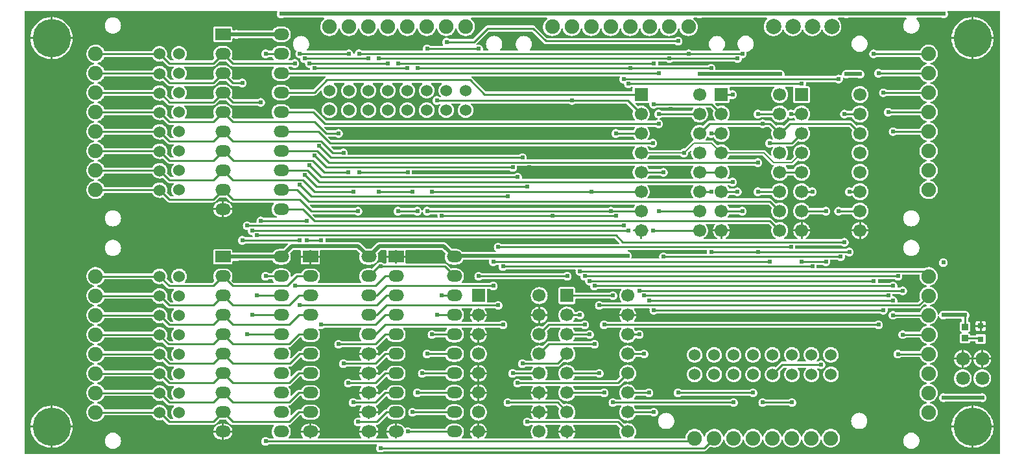
<source format=gtl>
G04 Layer: TopLayer*
G04 Panelize: , Column: 2, Row: 2, Board Size: 127.89mm x 58.42mm, Panelized Board Size: 257.78mm x 118.84mm*
G04 EasyEDA v6.5.34, 2023-09-05 23:47:00*
G04 23034ade622943b09ef3a65bf2e35728,5a6b42c53f6a479593ecc07194224c93,10*
G04 Gerber Generator version 0.2*
G04 Scale: 100 percent, Rotated: No, Reflected: No *
G04 Dimensions in millimeters *
G04 leading zeros omitted , absolute positions ,4 integer and 5 decimal *
%FSLAX45Y45*%
%MOMM*%

%AMMACRO1*21,1,$1,$2,0,0,$3*%
%ADD10C,0.2000*%
%ADD11C,0.2540*%
%ADD12C,0.5000*%
%ADD13R,0.8000X0.8000*%
%ADD14MACRO1,0.864X0.8065X0.0000*%
%ADD15R,0.8640X0.8065*%
%ADD16R,1.7000X1.7000*%
%ADD17C,1.7000*%
%ADD18O,1.9999959999999999X1.499997*%
%ADD19R,2.0000X1.5000*%
%ADD20O,1.9999959999999999X1.524*%
%ADD21C,5.0000*%
%ADD22C,1.5240*%
%ADD23C,1.9000*%
%ADD24C,1.8000*%
%ADD25C,2.0000*%
%ADD26C,0.6096*%
%ADD27C,0.0134*%

%LPD*%
G36*
X1937918Y2007107D02*
G01*
X1934006Y2007870D01*
X1930704Y2010054D01*
X1890522Y2050288D01*
X1888388Y2053386D01*
X1887524Y2057044D01*
X1888083Y2060803D01*
X1889150Y2063851D01*
X1891893Y2077212D01*
X1892807Y2090826D01*
X1891893Y2104390D01*
X1889150Y2117801D01*
X1884680Y2130653D01*
X1878533Y2142845D01*
X1870811Y2154072D01*
X1861667Y2164181D01*
X1851253Y2172970D01*
X1839772Y2180336D01*
X1827377Y2186076D01*
X1814372Y2190089D01*
X1800910Y2192375D01*
X1787296Y2192832D01*
X1773732Y2191461D01*
X1760474Y2188311D01*
X1747723Y2183384D01*
X1735785Y2176830D01*
X1724812Y2168753D01*
X1715007Y2159304D01*
X1706524Y2148586D01*
X1699768Y2137206D01*
X1697532Y2134565D01*
X1694484Y2132838D01*
X1691030Y2132228D01*
X1077518Y2132228D01*
X1073556Y2133041D01*
X1070203Y2135327D01*
X1068019Y2138680D01*
X1065936Y2144115D01*
X1058875Y2157222D01*
X1050290Y2169363D01*
X1040282Y2180386D01*
X1028953Y2190089D01*
X1016558Y2198268D01*
X1003249Y2204923D01*
X989177Y2209850D01*
X985519Y2210663D01*
X981964Y2212238D01*
X979220Y2215032D01*
X977747Y2218639D01*
X977747Y2222550D01*
X979220Y2226157D01*
X981964Y2228951D01*
X985519Y2230526D01*
X989177Y2231339D01*
X1003249Y2236266D01*
X1016558Y2242921D01*
X1028953Y2251151D01*
X1040282Y2260803D01*
X1050290Y2271826D01*
X1058875Y2283968D01*
X1065936Y2297074D01*
X1068019Y2302510D01*
X1070203Y2305913D01*
X1073556Y2308199D01*
X1077518Y2309012D01*
X1686915Y2309012D01*
X1690776Y2308250D01*
X1694027Y2306066D01*
X1703730Y2289810D01*
X1712163Y2279142D01*
X1721967Y2269642D01*
X1732940Y2261565D01*
X1744929Y2255012D01*
X1757629Y2250084D01*
X1770888Y2246934D01*
X1784502Y2245563D01*
X1798116Y2246020D01*
X1811528Y2248306D01*
X1825294Y2252573D01*
X1828952Y2253030D01*
X1832508Y2252167D01*
X1835505Y2250084D01*
X1890064Y2195525D01*
X1896262Y2190445D01*
X1902917Y2186889D01*
X1910181Y2184654D01*
X1918207Y2183892D01*
X1966417Y2183892D01*
X1970328Y2183079D01*
X1973630Y2180894D01*
X1975815Y2177542D01*
X1976577Y2173630D01*
X1975764Y2169718D01*
X1973478Y2166416D01*
X1969007Y2162098D01*
X1960524Y2151380D01*
X1953564Y2139645D01*
X1948281Y2127097D01*
X1944674Y2113940D01*
X1942846Y2100427D01*
X1942846Y2086813D01*
X1944674Y2073249D01*
X1948281Y2060143D01*
X1953564Y2047544D01*
X1960524Y2035810D01*
X1969007Y2025142D01*
X1971852Y2021281D01*
X1972665Y2017369D01*
X1971903Y2013457D01*
X1969719Y2010105D01*
X1966417Y2007870D01*
X1962505Y2007107D01*
G37*

%LPD*%
G36*
X1937918Y1753107D02*
G01*
X1934006Y1753870D01*
X1930704Y1756105D01*
X1890522Y1796288D01*
X1888388Y1799386D01*
X1887524Y1803044D01*
X1888083Y1806803D01*
X1889150Y1809851D01*
X1891893Y1823212D01*
X1892807Y1836826D01*
X1891893Y1850389D01*
X1889150Y1863801D01*
X1884680Y1876653D01*
X1878533Y1888845D01*
X1870811Y1900072D01*
X1861667Y1910181D01*
X1851253Y1918970D01*
X1839772Y1926336D01*
X1827377Y1932076D01*
X1814372Y1936089D01*
X1800910Y1938375D01*
X1787296Y1938832D01*
X1773732Y1937461D01*
X1760474Y1934311D01*
X1747723Y1929384D01*
X1735785Y1922830D01*
X1724812Y1914753D01*
X1715007Y1905304D01*
X1706524Y1894586D01*
X1699768Y1883206D01*
X1697532Y1880565D01*
X1694484Y1878838D01*
X1691030Y1878228D01*
X1077518Y1878228D01*
X1073556Y1879041D01*
X1070203Y1881327D01*
X1068019Y1884680D01*
X1065936Y1890115D01*
X1058875Y1903222D01*
X1050290Y1915363D01*
X1040282Y1926386D01*
X1028953Y1936089D01*
X1016558Y1944268D01*
X1003249Y1950923D01*
X989177Y1955850D01*
X985519Y1956663D01*
X981964Y1958238D01*
X979220Y1961032D01*
X977747Y1964639D01*
X977747Y1968550D01*
X979220Y1972157D01*
X981964Y1974951D01*
X985519Y1976526D01*
X989177Y1977339D01*
X1003249Y1982266D01*
X1016558Y1988921D01*
X1028953Y1997151D01*
X1040282Y2006803D01*
X1050290Y2017826D01*
X1058875Y2029968D01*
X1065936Y2043074D01*
X1068019Y2048510D01*
X1070203Y2051913D01*
X1073556Y2054199D01*
X1077518Y2055012D01*
X1688541Y2055012D01*
X1692402Y2054250D01*
X1695653Y2052066D01*
X1697888Y2048814D01*
X1699564Y2044750D01*
X1706524Y2033016D01*
X1715007Y2022348D01*
X1724812Y2012848D01*
X1735785Y2004771D01*
X1747723Y1998218D01*
X1760474Y1993290D01*
X1773732Y1990140D01*
X1787296Y1988769D01*
X1800910Y1989226D01*
X1814372Y1991512D01*
X1828139Y1995779D01*
X1831746Y1996236D01*
X1835302Y1995322D01*
X1838299Y1993290D01*
X1890064Y1941525D01*
X1896262Y1936445D01*
X1902917Y1932889D01*
X1910181Y1930654D01*
X1918207Y1929892D01*
X1966417Y1929892D01*
X1970328Y1929079D01*
X1973630Y1926894D01*
X1975815Y1923542D01*
X1976577Y1919630D01*
X1975764Y1915718D01*
X1973478Y1912416D01*
X1969007Y1908098D01*
X1960524Y1897380D01*
X1953564Y1885645D01*
X1948281Y1873097D01*
X1944674Y1859940D01*
X1942846Y1846427D01*
X1942846Y1832813D01*
X1944674Y1819249D01*
X1948281Y1806143D01*
X1953564Y1793544D01*
X1960524Y1781810D01*
X1969007Y1771142D01*
X1971852Y1767281D01*
X1972665Y1763369D01*
X1971903Y1759457D01*
X1969719Y1756105D01*
X1966417Y1753870D01*
X1962505Y1753107D01*
G37*

%LPD*%
G36*
X1925218Y1499108D02*
G01*
X1921306Y1499870D01*
X1918004Y1502105D01*
X1887220Y1532839D01*
X1885137Y1535988D01*
X1884273Y1539646D01*
X1884832Y1543354D01*
X1889150Y1555851D01*
X1891893Y1569212D01*
X1892807Y1582826D01*
X1891893Y1596390D01*
X1889150Y1609801D01*
X1884680Y1622653D01*
X1878533Y1634845D01*
X1870811Y1646072D01*
X1861667Y1656181D01*
X1851253Y1664970D01*
X1839772Y1672336D01*
X1827377Y1678076D01*
X1814372Y1682089D01*
X1800910Y1684375D01*
X1787296Y1684832D01*
X1773732Y1683461D01*
X1760474Y1680311D01*
X1747723Y1675384D01*
X1735785Y1668830D01*
X1724812Y1660753D01*
X1715007Y1651304D01*
X1706524Y1640586D01*
X1699768Y1629206D01*
X1697532Y1626565D01*
X1694484Y1624838D01*
X1691030Y1624228D01*
X1077518Y1624228D01*
X1073556Y1625041D01*
X1070203Y1627327D01*
X1068019Y1630680D01*
X1065936Y1636115D01*
X1058875Y1649222D01*
X1050290Y1661363D01*
X1040282Y1672386D01*
X1028953Y1682089D01*
X1016558Y1690268D01*
X1003249Y1696923D01*
X989177Y1701850D01*
X985519Y1702663D01*
X981964Y1704238D01*
X979220Y1707032D01*
X977747Y1710639D01*
X977747Y1714550D01*
X979220Y1718157D01*
X981964Y1720951D01*
X985519Y1722526D01*
X989177Y1723339D01*
X1003249Y1728266D01*
X1016558Y1734921D01*
X1028953Y1743151D01*
X1040282Y1752803D01*
X1050290Y1763826D01*
X1058875Y1775968D01*
X1065936Y1789074D01*
X1068019Y1794510D01*
X1070203Y1797913D01*
X1073556Y1800199D01*
X1077518Y1801012D01*
X1688541Y1801012D01*
X1692402Y1800250D01*
X1695653Y1798066D01*
X1697888Y1794814D01*
X1699564Y1790750D01*
X1706524Y1779016D01*
X1715007Y1768348D01*
X1724812Y1758848D01*
X1735785Y1750771D01*
X1747723Y1744218D01*
X1760474Y1739290D01*
X1773732Y1736140D01*
X1787296Y1734769D01*
X1800910Y1735226D01*
X1814372Y1737512D01*
X1828139Y1741779D01*
X1831746Y1742236D01*
X1835302Y1741373D01*
X1838299Y1739290D01*
X1890064Y1687525D01*
X1896262Y1682445D01*
X1902917Y1678889D01*
X1910181Y1676654D01*
X1918207Y1675892D01*
X1966417Y1675892D01*
X1970328Y1675130D01*
X1973630Y1672894D01*
X1975815Y1669542D01*
X1976577Y1665630D01*
X1975764Y1661718D01*
X1973478Y1658416D01*
X1969007Y1654098D01*
X1960524Y1643380D01*
X1953564Y1631645D01*
X1948281Y1619097D01*
X1944674Y1605940D01*
X1942846Y1592427D01*
X1942846Y1578813D01*
X1944674Y1565249D01*
X1948281Y1552143D01*
X1953564Y1539544D01*
X1960524Y1527810D01*
X1969007Y1517142D01*
X1971852Y1513281D01*
X1972665Y1509369D01*
X1971903Y1505458D01*
X1969719Y1502105D01*
X1966417Y1499870D01*
X1962505Y1499108D01*
G37*

%LPD*%
G36*
X1937918Y1245108D02*
G01*
X1934006Y1245870D01*
X1930704Y1248105D01*
X1890522Y1288288D01*
X1888388Y1291386D01*
X1887524Y1295044D01*
X1888083Y1298803D01*
X1889150Y1301851D01*
X1891893Y1315212D01*
X1892807Y1328826D01*
X1891893Y1342390D01*
X1889150Y1355801D01*
X1884680Y1368653D01*
X1878533Y1380845D01*
X1870811Y1392072D01*
X1861667Y1402181D01*
X1851253Y1410970D01*
X1839772Y1418336D01*
X1827377Y1424076D01*
X1814372Y1428089D01*
X1800910Y1430375D01*
X1787296Y1430832D01*
X1773732Y1429461D01*
X1760474Y1426311D01*
X1747723Y1421384D01*
X1735785Y1414830D01*
X1724812Y1406753D01*
X1715007Y1397304D01*
X1706524Y1386586D01*
X1699768Y1375206D01*
X1697532Y1372565D01*
X1694484Y1370838D01*
X1691030Y1370228D01*
X1077518Y1370228D01*
X1073556Y1371041D01*
X1070203Y1373327D01*
X1068019Y1376680D01*
X1065936Y1382115D01*
X1058875Y1395222D01*
X1050290Y1407363D01*
X1040282Y1418386D01*
X1028953Y1428089D01*
X1016558Y1436268D01*
X1003249Y1442923D01*
X989177Y1447850D01*
X985519Y1448663D01*
X981964Y1450238D01*
X979220Y1453032D01*
X977747Y1456639D01*
X977747Y1460550D01*
X979220Y1464157D01*
X981964Y1466951D01*
X985519Y1468526D01*
X989177Y1469339D01*
X1003249Y1474266D01*
X1016558Y1480921D01*
X1028953Y1489151D01*
X1040282Y1498803D01*
X1050290Y1509826D01*
X1058875Y1521968D01*
X1065936Y1535074D01*
X1068019Y1540510D01*
X1070203Y1543913D01*
X1073556Y1546199D01*
X1077518Y1547012D01*
X1688541Y1547012D01*
X1692402Y1546250D01*
X1695653Y1544066D01*
X1697888Y1540814D01*
X1699564Y1536750D01*
X1706524Y1525016D01*
X1715007Y1514348D01*
X1724812Y1504848D01*
X1735785Y1496771D01*
X1747723Y1490218D01*
X1760474Y1485290D01*
X1773732Y1482140D01*
X1787296Y1480769D01*
X1800910Y1481226D01*
X1814372Y1483512D01*
X1818436Y1484782D01*
X1822094Y1485188D01*
X1825650Y1484325D01*
X1828647Y1482242D01*
X1877364Y1433525D01*
X1883562Y1428445D01*
X1890217Y1424889D01*
X1897481Y1422654D01*
X1905507Y1421892D01*
X1966417Y1421892D01*
X1970328Y1421130D01*
X1973630Y1418894D01*
X1975815Y1415542D01*
X1976577Y1411630D01*
X1975764Y1407718D01*
X1973478Y1404416D01*
X1969007Y1400098D01*
X1960524Y1389380D01*
X1953564Y1377645D01*
X1948281Y1365097D01*
X1944674Y1351940D01*
X1942846Y1338427D01*
X1942846Y1324813D01*
X1944674Y1311249D01*
X1948281Y1298143D01*
X1953564Y1285544D01*
X1960524Y1273810D01*
X1969007Y1263142D01*
X1971852Y1259281D01*
X1972665Y1255369D01*
X1971903Y1251458D01*
X1969719Y1248105D01*
X1966417Y1245870D01*
X1962505Y1245108D01*
G37*

%LPD*%
G36*
X1937918Y991108D02*
G01*
X1934006Y991869D01*
X1930704Y994105D01*
X1890522Y1034287D01*
X1888388Y1037386D01*
X1887524Y1041044D01*
X1888083Y1044803D01*
X1889150Y1047851D01*
X1891893Y1061212D01*
X1892807Y1074826D01*
X1891893Y1088390D01*
X1889150Y1101801D01*
X1884680Y1114653D01*
X1878533Y1126845D01*
X1870811Y1138072D01*
X1861667Y1148181D01*
X1851253Y1156970D01*
X1839772Y1164336D01*
X1827377Y1170076D01*
X1814372Y1174089D01*
X1800910Y1176375D01*
X1787296Y1176832D01*
X1773732Y1175461D01*
X1760474Y1172311D01*
X1747723Y1167384D01*
X1735785Y1160830D01*
X1724812Y1152753D01*
X1715007Y1143304D01*
X1706524Y1132586D01*
X1699768Y1121206D01*
X1697532Y1118565D01*
X1694484Y1116838D01*
X1691030Y1116228D01*
X1077518Y1116228D01*
X1073556Y1117041D01*
X1070203Y1119327D01*
X1068019Y1122680D01*
X1065936Y1128115D01*
X1058875Y1141222D01*
X1050290Y1153363D01*
X1040282Y1164386D01*
X1028953Y1174089D01*
X1016558Y1182268D01*
X1003249Y1188923D01*
X989177Y1193850D01*
X985519Y1194663D01*
X981964Y1196238D01*
X979220Y1199032D01*
X977747Y1202639D01*
X977747Y1206550D01*
X979220Y1210157D01*
X981964Y1212951D01*
X985519Y1214526D01*
X989177Y1215339D01*
X1003249Y1220266D01*
X1016558Y1226921D01*
X1028953Y1235151D01*
X1040282Y1244803D01*
X1050290Y1255826D01*
X1058875Y1267968D01*
X1065936Y1281074D01*
X1068019Y1286510D01*
X1070203Y1289913D01*
X1073556Y1292199D01*
X1077518Y1293012D01*
X1688541Y1293012D01*
X1692402Y1292250D01*
X1695653Y1290066D01*
X1697888Y1286814D01*
X1699564Y1282750D01*
X1706524Y1271016D01*
X1715007Y1260348D01*
X1724812Y1250848D01*
X1735785Y1242771D01*
X1747723Y1236218D01*
X1760474Y1231290D01*
X1773732Y1228140D01*
X1787296Y1226769D01*
X1800910Y1227226D01*
X1814372Y1229512D01*
X1828139Y1233779D01*
X1831746Y1234236D01*
X1835302Y1233373D01*
X1838299Y1231290D01*
X1890064Y1179525D01*
X1896262Y1174445D01*
X1902917Y1170889D01*
X1910181Y1168654D01*
X1918207Y1167892D01*
X1966417Y1167892D01*
X1970328Y1167130D01*
X1973630Y1164894D01*
X1975815Y1161542D01*
X1976577Y1157630D01*
X1975764Y1153718D01*
X1973478Y1150416D01*
X1969007Y1146098D01*
X1960524Y1135380D01*
X1953564Y1123645D01*
X1948281Y1111097D01*
X1944674Y1097940D01*
X1942846Y1084427D01*
X1942846Y1070813D01*
X1944674Y1057249D01*
X1948281Y1044143D01*
X1953564Y1031544D01*
X1960524Y1019810D01*
X1969007Y1009142D01*
X1971852Y1005281D01*
X1972665Y1001369D01*
X1971903Y997458D01*
X1969719Y994105D01*
X1966417Y991869D01*
X1962505Y991108D01*
G37*

%LPD*%
G36*
X1937918Y737108D02*
G01*
X1934006Y737870D01*
X1930704Y740105D01*
X1890522Y780288D01*
X1888388Y783386D01*
X1887524Y787044D01*
X1888083Y790803D01*
X1889150Y793851D01*
X1891893Y807212D01*
X1892807Y820826D01*
X1891893Y834390D01*
X1889150Y847801D01*
X1884680Y860653D01*
X1878533Y872845D01*
X1870811Y884072D01*
X1861667Y894181D01*
X1851253Y902969D01*
X1839772Y910336D01*
X1827377Y916076D01*
X1814372Y920089D01*
X1800910Y922375D01*
X1787296Y922832D01*
X1773732Y921461D01*
X1760474Y918311D01*
X1747723Y913384D01*
X1735785Y906830D01*
X1724812Y898753D01*
X1715007Y889304D01*
X1706524Y878586D01*
X1699768Y867206D01*
X1697532Y864565D01*
X1694484Y862837D01*
X1691030Y862228D01*
X1077518Y862228D01*
X1073556Y863041D01*
X1070203Y865327D01*
X1068019Y868680D01*
X1065936Y874115D01*
X1058875Y887221D01*
X1050290Y899363D01*
X1040282Y910386D01*
X1028953Y920089D01*
X1016558Y928268D01*
X1003249Y934923D01*
X989177Y939850D01*
X985519Y940663D01*
X981964Y942238D01*
X979220Y945032D01*
X977747Y948639D01*
X977747Y952550D01*
X979220Y956157D01*
X981964Y958951D01*
X985519Y960526D01*
X989177Y961339D01*
X1003249Y966266D01*
X1016558Y972921D01*
X1028953Y981151D01*
X1040282Y990803D01*
X1050290Y1001826D01*
X1058875Y1013968D01*
X1065936Y1027074D01*
X1068019Y1032510D01*
X1070203Y1035913D01*
X1073556Y1038199D01*
X1077518Y1039012D01*
X1688541Y1039012D01*
X1692402Y1038250D01*
X1695653Y1036066D01*
X1697888Y1032814D01*
X1699564Y1028750D01*
X1706524Y1017016D01*
X1715007Y1006348D01*
X1724812Y996848D01*
X1735785Y988771D01*
X1747723Y982218D01*
X1760474Y977290D01*
X1773732Y974140D01*
X1787296Y972769D01*
X1800910Y973226D01*
X1814372Y975512D01*
X1828139Y979779D01*
X1831746Y980236D01*
X1835302Y979373D01*
X1838299Y977290D01*
X1890064Y925525D01*
X1896262Y920445D01*
X1902917Y916889D01*
X1910181Y914653D01*
X1918207Y913892D01*
X1966417Y913892D01*
X1970328Y913130D01*
X1973630Y910894D01*
X1975815Y907542D01*
X1976577Y903630D01*
X1975764Y899718D01*
X1973478Y896416D01*
X1969007Y892098D01*
X1960524Y881380D01*
X1953564Y869645D01*
X1948281Y857097D01*
X1944674Y843940D01*
X1942846Y830427D01*
X1942846Y816813D01*
X1944674Y803249D01*
X1948281Y790143D01*
X1953564Y777544D01*
X1960524Y765810D01*
X1969007Y755142D01*
X1971852Y751281D01*
X1972665Y747369D01*
X1971903Y743458D01*
X1969719Y740105D01*
X1966417Y737870D01*
X1962505Y737108D01*
G37*

%LPD*%
G36*
X1937918Y483108D02*
G01*
X1934006Y483870D01*
X1930704Y486105D01*
X1890522Y526288D01*
X1888388Y529386D01*
X1887524Y533044D01*
X1888083Y536803D01*
X1889150Y539851D01*
X1891893Y553212D01*
X1892807Y566826D01*
X1891893Y580390D01*
X1889150Y593801D01*
X1884680Y606653D01*
X1878533Y618845D01*
X1870811Y630072D01*
X1861667Y640181D01*
X1851253Y648970D01*
X1839772Y656336D01*
X1827377Y662076D01*
X1814372Y666089D01*
X1800910Y668375D01*
X1787296Y668832D01*
X1773732Y667461D01*
X1760474Y664311D01*
X1747723Y659384D01*
X1735785Y652830D01*
X1724812Y644753D01*
X1715007Y635304D01*
X1706524Y624586D01*
X1699768Y613206D01*
X1697532Y610565D01*
X1694484Y608838D01*
X1691030Y608228D01*
X1077518Y608228D01*
X1073556Y609041D01*
X1070203Y611327D01*
X1068019Y614680D01*
X1065936Y620115D01*
X1058875Y633222D01*
X1050290Y645363D01*
X1040282Y656386D01*
X1028953Y666089D01*
X1016558Y674268D01*
X1003249Y680923D01*
X989177Y685850D01*
X985519Y686663D01*
X981964Y688238D01*
X979220Y691032D01*
X977747Y694639D01*
X977747Y698550D01*
X979220Y702157D01*
X981964Y704951D01*
X985519Y706526D01*
X989177Y707339D01*
X1003249Y712266D01*
X1016558Y718921D01*
X1028953Y727151D01*
X1040282Y736803D01*
X1050290Y747826D01*
X1058875Y759968D01*
X1065936Y773074D01*
X1068019Y778510D01*
X1070203Y781913D01*
X1073556Y784199D01*
X1077518Y785012D01*
X1688541Y785012D01*
X1692402Y784250D01*
X1695653Y782066D01*
X1697888Y778814D01*
X1699564Y774750D01*
X1706524Y763016D01*
X1715007Y752348D01*
X1724812Y742848D01*
X1735785Y734771D01*
X1747723Y728218D01*
X1760474Y723290D01*
X1773732Y720140D01*
X1787296Y718769D01*
X1800910Y719226D01*
X1814372Y721512D01*
X1828139Y725779D01*
X1831746Y726236D01*
X1835302Y725373D01*
X1838299Y723290D01*
X1890064Y671525D01*
X1896262Y666445D01*
X1902917Y662889D01*
X1910181Y660654D01*
X1918207Y659892D01*
X1966417Y659892D01*
X1970328Y659130D01*
X1973630Y656894D01*
X1975815Y653542D01*
X1976577Y649630D01*
X1975764Y645718D01*
X1973478Y642416D01*
X1969007Y638098D01*
X1960524Y627380D01*
X1953564Y615645D01*
X1948281Y603097D01*
X1944674Y589940D01*
X1942846Y576427D01*
X1942846Y562813D01*
X1944674Y549249D01*
X1948281Y536143D01*
X1953564Y523544D01*
X1960524Y511809D01*
X1969007Y501142D01*
X1971852Y497281D01*
X1972665Y493369D01*
X1971903Y489458D01*
X1969719Y486105D01*
X1966417Y483870D01*
X1962505Y483108D01*
G37*

%LPD*%
G36*
X6839051Y229108D02*
G01*
X6835292Y229819D01*
X6832092Y231902D01*
X6829856Y235000D01*
X6828942Y238709D01*
X6829450Y242519D01*
X6831330Y245871D01*
X6835851Y251155D01*
X6843623Y263093D01*
X6849770Y275894D01*
X6854240Y289356D01*
X6856984Y303326D01*
X6857898Y317500D01*
X6856984Y331673D01*
X6854240Y345643D01*
X6849770Y359105D01*
X6843623Y371906D01*
X6835851Y383844D01*
X6831330Y389128D01*
X6829450Y392480D01*
X6828942Y396290D01*
X6829856Y399999D01*
X6832092Y403098D01*
X6835292Y405180D01*
X6839051Y405892D01*
X7016292Y405892D01*
X7020610Y404926D01*
X7024166Y402183D01*
X7026148Y398170D01*
X7026249Y393750D01*
X7024420Y389636D01*
X7015734Y378002D01*
X7008774Y365607D01*
X7003440Y352450D01*
X6999833Y338683D01*
X6998716Y330200D01*
X7095947Y330200D01*
X7095947Y395732D01*
X7096709Y399643D01*
X7098944Y402894D01*
X7102246Y405130D01*
X7106107Y405892D01*
X7111187Y405892D01*
X7115098Y405130D01*
X7118400Y402894D01*
X7120585Y399643D01*
X7121347Y395732D01*
X7121347Y330200D01*
X7218730Y330200D01*
X7218629Y331673D01*
X7215936Y345643D01*
X7211415Y359105D01*
X7205268Y371906D01*
X7197496Y383844D01*
X7192975Y389128D01*
X7191095Y392480D01*
X7190587Y396290D01*
X7191502Y399999D01*
X7193737Y403098D01*
X7196937Y405180D01*
X7200747Y405892D01*
X7752181Y405892D01*
X7756093Y405130D01*
X7759395Y402894D01*
X7796275Y366014D01*
X7798460Y362762D01*
X7799222Y358902D01*
X7798511Y355041D01*
X7797444Y352450D01*
X7793837Y338683D01*
X7792059Y324612D01*
X7792059Y310388D01*
X7793837Y296316D01*
X7797444Y282549D01*
X7802778Y269392D01*
X7809738Y256997D01*
X7818475Y245364D01*
X7820304Y241249D01*
X7820202Y236829D01*
X7818170Y232816D01*
X7814665Y230073D01*
X7810296Y229108D01*
X7200747Y229108D01*
X7196988Y229819D01*
X7193737Y231902D01*
X7191502Y235000D01*
X7190587Y238709D01*
X7191095Y242519D01*
X7192975Y245871D01*
X7197496Y251155D01*
X7205268Y263093D01*
X7211415Y275894D01*
X7215936Y289356D01*
X7218629Y303326D01*
X7218730Y304800D01*
X7121347Y304800D01*
X7121347Y239267D01*
X7120585Y235356D01*
X7118400Y232105D01*
X7115098Y229870D01*
X7111187Y229108D01*
X7106107Y229108D01*
X7102246Y229870D01*
X7098944Y232105D01*
X7096709Y235356D01*
X7095947Y239267D01*
X7095947Y304800D01*
X6998716Y304800D01*
X6999833Y296316D01*
X7003440Y282549D01*
X7008774Y269392D01*
X7015734Y256997D01*
X7024420Y245364D01*
X7026249Y241249D01*
X7026148Y236829D01*
X7024166Y232816D01*
X7020610Y230073D01*
X7016292Y229108D01*
G37*

%LPD*%
G36*
X12752781Y25908D02*
G01*
X4686350Y26212D01*
X4682286Y27076D01*
X4678934Y29464D01*
X4676749Y33020D01*
X4676241Y37134D01*
X4677359Y41148D01*
X4680051Y44348D01*
X4683709Y46177D01*
X4692853Y48666D01*
X4701794Y52781D01*
X4709820Y58419D01*
X4711395Y59994D01*
X4714697Y62230D01*
X4718608Y62991D01*
X8898585Y62991D01*
X8906611Y63804D01*
X8913825Y65989D01*
X8920530Y69545D01*
X8926728Y74676D01*
X8971127Y119075D01*
X8974480Y121259D01*
X8978392Y122021D01*
X8982303Y121208D01*
X8989517Y118160D01*
X9003842Y114096D01*
X9018524Y111810D01*
X9033408Y111353D01*
X9048242Y112725D01*
X9062770Y115925D01*
X9076791Y120853D01*
X9090101Y127508D01*
X9102547Y135737D01*
X9113824Y145389D01*
X9123883Y156413D01*
X9132468Y168554D01*
X9139529Y181660D01*
X9144863Y195529D01*
X9146794Y203149D01*
X9148775Y207111D01*
X9152229Y209804D01*
X9156496Y210820D01*
X9160814Y209956D01*
X9164320Y207314D01*
X9166402Y203454D01*
X9169654Y192024D01*
X9175496Y178308D01*
X9182912Y165404D01*
X9191904Y153568D01*
X9202267Y142849D01*
X9213850Y133553D01*
X9226499Y125679D01*
X9240012Y119481D01*
X9254185Y114960D01*
X9268815Y112217D01*
X9283700Y111302D01*
X9298533Y112217D01*
X9313164Y114960D01*
X9327388Y119481D01*
X9340900Y125679D01*
X9353550Y133553D01*
X9365132Y142849D01*
X9375495Y153568D01*
X9384487Y165404D01*
X9391904Y178308D01*
X9397695Y192024D01*
X9400946Y203301D01*
X9402978Y207162D01*
X9406432Y209753D01*
X9410700Y210667D01*
X9414916Y209753D01*
X9418421Y207162D01*
X9420453Y203301D01*
X9423654Y192024D01*
X9429496Y178308D01*
X9436912Y165404D01*
X9445904Y153568D01*
X9456267Y142849D01*
X9467850Y133553D01*
X9480499Y125679D01*
X9494012Y119481D01*
X9508185Y114960D01*
X9522815Y112217D01*
X9537700Y111302D01*
X9552533Y112217D01*
X9567164Y114960D01*
X9581388Y119481D01*
X9594900Y125679D01*
X9607550Y133553D01*
X9619132Y142849D01*
X9629495Y153568D01*
X9638487Y165404D01*
X9645904Y178308D01*
X9651695Y192024D01*
X9654946Y203301D01*
X9656978Y207162D01*
X9660432Y209753D01*
X9664700Y210667D01*
X9668916Y209753D01*
X9672421Y207162D01*
X9674453Y203301D01*
X9677654Y192024D01*
X9683496Y178308D01*
X9690912Y165404D01*
X9699904Y153568D01*
X9710267Y142849D01*
X9721850Y133553D01*
X9734499Y125679D01*
X9748012Y119481D01*
X9762185Y114960D01*
X9776815Y112217D01*
X9791700Y111302D01*
X9806533Y112217D01*
X9821164Y114960D01*
X9835388Y119481D01*
X9848900Y125679D01*
X9861550Y133553D01*
X9873132Y142849D01*
X9883495Y153568D01*
X9892487Y165404D01*
X9899904Y178308D01*
X9905695Y192024D01*
X9908946Y203301D01*
X9910978Y207162D01*
X9914432Y209753D01*
X9918700Y210667D01*
X9922916Y209753D01*
X9926421Y207162D01*
X9928453Y203301D01*
X9931654Y192024D01*
X9937496Y178308D01*
X9944912Y165404D01*
X9953904Y153568D01*
X9964267Y142849D01*
X9975850Y133553D01*
X9988499Y125679D01*
X10002012Y119481D01*
X10016185Y114960D01*
X10030815Y112217D01*
X10045700Y111302D01*
X10060533Y112217D01*
X10075164Y114960D01*
X10089388Y119481D01*
X10102900Y125679D01*
X10115550Y133553D01*
X10127132Y142849D01*
X10137495Y153568D01*
X10146487Y165404D01*
X10153904Y178308D01*
X10159695Y192024D01*
X10162946Y203301D01*
X10164978Y207162D01*
X10168432Y209753D01*
X10172700Y210667D01*
X10176916Y209753D01*
X10180421Y207162D01*
X10182453Y203301D01*
X10185654Y192024D01*
X10191496Y178308D01*
X10198912Y165404D01*
X10207904Y153568D01*
X10218267Y142849D01*
X10229850Y133553D01*
X10242499Y125679D01*
X10256012Y119481D01*
X10270185Y114960D01*
X10284815Y112217D01*
X10299700Y111302D01*
X10314533Y112217D01*
X10329164Y114960D01*
X10343388Y119481D01*
X10356900Y125679D01*
X10369550Y133553D01*
X10381132Y142849D01*
X10391495Y153568D01*
X10400487Y165404D01*
X10407904Y178308D01*
X10413695Y192024D01*
X10416946Y203301D01*
X10418978Y207162D01*
X10422432Y209753D01*
X10426700Y210667D01*
X10430916Y209753D01*
X10434421Y207162D01*
X10436453Y203301D01*
X10439654Y192024D01*
X10445496Y178308D01*
X10452912Y165404D01*
X10461904Y153568D01*
X10472267Y142849D01*
X10483850Y133553D01*
X10496499Y125679D01*
X10510012Y119481D01*
X10524185Y114960D01*
X10538815Y112217D01*
X10553700Y111302D01*
X10568533Y112217D01*
X10583164Y114960D01*
X10597388Y119481D01*
X10610900Y125679D01*
X10623550Y133553D01*
X10635132Y142849D01*
X10645495Y153568D01*
X10654487Y165404D01*
X10661904Y178308D01*
X10667695Y192024D01*
X10671810Y206349D01*
X10674045Y221030D01*
X10674502Y235915D01*
X10673130Y250748D01*
X10669981Y265277D01*
X10665002Y279349D01*
X10658398Y292658D01*
X10650169Y305054D01*
X10640466Y316382D01*
X10629493Y326390D01*
X10617352Y334975D01*
X10604246Y342036D01*
X10590326Y347421D01*
X10575899Y351028D01*
X10561116Y352856D01*
X10546232Y352856D01*
X10531500Y351028D01*
X10517022Y347421D01*
X10503154Y342036D01*
X10490047Y334975D01*
X10477906Y326390D01*
X10466882Y316382D01*
X10457230Y305054D01*
X10449001Y292658D01*
X10442346Y279349D01*
X10437418Y265277D01*
X10436606Y261620D01*
X10435082Y258064D01*
X10432288Y255320D01*
X10428630Y253847D01*
X10424718Y253847D01*
X10421112Y255320D01*
X10418318Y258064D01*
X10416794Y261620D01*
X10415981Y265277D01*
X10411002Y279349D01*
X10404398Y292658D01*
X10396169Y305054D01*
X10386466Y316382D01*
X10375493Y326390D01*
X10363352Y334975D01*
X10350246Y342036D01*
X10336326Y347421D01*
X10321899Y351028D01*
X10307116Y352856D01*
X10292232Y352856D01*
X10277500Y351028D01*
X10263022Y347421D01*
X10249154Y342036D01*
X10236047Y334975D01*
X10223906Y326390D01*
X10212882Y316382D01*
X10203230Y305054D01*
X10195001Y292658D01*
X10188346Y279349D01*
X10183418Y265277D01*
X10182606Y261620D01*
X10181082Y258064D01*
X10178288Y255320D01*
X10174630Y253847D01*
X10170718Y253847D01*
X10167112Y255320D01*
X10164318Y258064D01*
X10162794Y261620D01*
X10161981Y265277D01*
X10157002Y279349D01*
X10150398Y292658D01*
X10142169Y305054D01*
X10132466Y316382D01*
X10121493Y326390D01*
X10109352Y334975D01*
X10096246Y342036D01*
X10082326Y347421D01*
X10067899Y351028D01*
X10053116Y352856D01*
X10038232Y352856D01*
X10023500Y351028D01*
X10009022Y347421D01*
X9995154Y342036D01*
X9982047Y334975D01*
X9969906Y326390D01*
X9958882Y316382D01*
X9949230Y305054D01*
X9941001Y292658D01*
X9934346Y279349D01*
X9929418Y265277D01*
X9928606Y261620D01*
X9927082Y258064D01*
X9924288Y255320D01*
X9920630Y253847D01*
X9916718Y253847D01*
X9913112Y255320D01*
X9910318Y258064D01*
X9908794Y261620D01*
X9907981Y265277D01*
X9903002Y279349D01*
X9896398Y292658D01*
X9888169Y305054D01*
X9878466Y316382D01*
X9867493Y326390D01*
X9855352Y334975D01*
X9842246Y342036D01*
X9828326Y347421D01*
X9813899Y351028D01*
X9799116Y352856D01*
X9784232Y352856D01*
X9769500Y351028D01*
X9755022Y347421D01*
X9741154Y342036D01*
X9728047Y334975D01*
X9715906Y326390D01*
X9704882Y316382D01*
X9695230Y305054D01*
X9687001Y292658D01*
X9680346Y279349D01*
X9675418Y265277D01*
X9674606Y261620D01*
X9673082Y258064D01*
X9670288Y255320D01*
X9666630Y253847D01*
X9662718Y253847D01*
X9659112Y255320D01*
X9656318Y258064D01*
X9654794Y261620D01*
X9653981Y265277D01*
X9649002Y279349D01*
X9642398Y292658D01*
X9634169Y305054D01*
X9624466Y316382D01*
X9613493Y326390D01*
X9601352Y334975D01*
X9588246Y342036D01*
X9574326Y347421D01*
X9559899Y351028D01*
X9545116Y352856D01*
X9530232Y352856D01*
X9515500Y351028D01*
X9501022Y347421D01*
X9487154Y342036D01*
X9474047Y334975D01*
X9461906Y326390D01*
X9450882Y316382D01*
X9441230Y305054D01*
X9433001Y292658D01*
X9426346Y279349D01*
X9421418Y265277D01*
X9420606Y261620D01*
X9419082Y258064D01*
X9416288Y255320D01*
X9412630Y253847D01*
X9408718Y253847D01*
X9405112Y255320D01*
X9402318Y258064D01*
X9400794Y261620D01*
X9399981Y265277D01*
X9395002Y279349D01*
X9388398Y292658D01*
X9380169Y305054D01*
X9370466Y316382D01*
X9359493Y326390D01*
X9347352Y334975D01*
X9334246Y342036D01*
X9320326Y347421D01*
X9305899Y351028D01*
X9291116Y352856D01*
X9276232Y352856D01*
X9261500Y351028D01*
X9247022Y347421D01*
X9233154Y342036D01*
X9220047Y334975D01*
X9207906Y326390D01*
X9196882Y316382D01*
X9187230Y305054D01*
X9179001Y292658D01*
X9172346Y279349D01*
X9167418Y265277D01*
X9166606Y261467D01*
X9164675Y257403D01*
X9161170Y254558D01*
X9156801Y253492D01*
X9152432Y254406D01*
X9148826Y257149D01*
X9146794Y261162D01*
X9144863Y268833D01*
X9139529Y282702D01*
X9132468Y295808D01*
X9123883Y308000D01*
X9113824Y318973D01*
X9102547Y328676D01*
X9090101Y336905D01*
X9076791Y343509D01*
X9062770Y348488D01*
X9048242Y351637D01*
X9033408Y353009D01*
X9018524Y352552D01*
X9003842Y350266D01*
X8989517Y346202D01*
X8975801Y340410D01*
X8962898Y332943D01*
X8951010Y324002D01*
X8940342Y313639D01*
X8930995Y302056D01*
X8923172Y289407D01*
X8916974Y275844D01*
X8912301Y261162D01*
X8910066Y257352D01*
X8906459Y254863D01*
X8902141Y254101D01*
X8897874Y255219D01*
X8894521Y258064D01*
X8892692Y262077D01*
X8891981Y265277D01*
X8887002Y279349D01*
X8880398Y292658D01*
X8872169Y305054D01*
X8862466Y316382D01*
X8851493Y326390D01*
X8839352Y334975D01*
X8826246Y342036D01*
X8812326Y347421D01*
X8797899Y351028D01*
X8783116Y352856D01*
X8768232Y352856D01*
X8753500Y351028D01*
X8739022Y347421D01*
X8725154Y342036D01*
X8712047Y334975D01*
X8699906Y326390D01*
X8688882Y316382D01*
X8679230Y305054D01*
X8671001Y292658D01*
X8664346Y279349D01*
X8659418Y265277D01*
X8656218Y250748D01*
X8655100Y238353D01*
X8654084Y234746D01*
X8651798Y231749D01*
X8648649Y229819D01*
X8644991Y229108D01*
X7994751Y229108D01*
X7990992Y229819D01*
X7987792Y231902D01*
X7985556Y235000D01*
X7984642Y238709D01*
X7985150Y242519D01*
X7987030Y245871D01*
X7991551Y251155D01*
X7999323Y263093D01*
X8005470Y275894D01*
X8009940Y289356D01*
X8012684Y303326D01*
X8013598Y317500D01*
X8012684Y331673D01*
X8009940Y345643D01*
X8005470Y359105D01*
X7999323Y371906D01*
X7991551Y383844D01*
X7982356Y394614D01*
X7971840Y404215D01*
X7960156Y412343D01*
X7947558Y418896D01*
X7934248Y423824D01*
X7920380Y426974D01*
X7906258Y428345D01*
X7892034Y427888D01*
X7878013Y425602D01*
X7864398Y421538D01*
X7860741Y419963D01*
X7856778Y419049D01*
X7852816Y419811D01*
X7849463Y422046D01*
X7800035Y471424D01*
X7793786Y476554D01*
X7787131Y480110D01*
X7779918Y482295D01*
X7771892Y483108D01*
X7200747Y483108D01*
X7196988Y483819D01*
X7193737Y485901D01*
X7191502Y489000D01*
X7190587Y492709D01*
X7191095Y496519D01*
X7192975Y499872D01*
X7197496Y505155D01*
X7205268Y517093D01*
X7211415Y529894D01*
X7215936Y543356D01*
X7218629Y557326D01*
X7219543Y571500D01*
X7218629Y585673D01*
X7215936Y599643D01*
X7211415Y613105D01*
X7205268Y625906D01*
X7197496Y637844D01*
X7188301Y648614D01*
X7177786Y658215D01*
X7166152Y666343D01*
X7153554Y672896D01*
X7140194Y677824D01*
X7126376Y680974D01*
X7112203Y682345D01*
X7098030Y681888D01*
X7083958Y679602D01*
X7070140Y675487D01*
X7066534Y675081D01*
X7063028Y675995D01*
X7060031Y678027D01*
X7012635Y725424D01*
X7006437Y730554D01*
X6999731Y734110D01*
X6992518Y736295D01*
X6984492Y737108D01*
X6839051Y737108D01*
X6835292Y737819D01*
X6832092Y739902D01*
X6829856Y743000D01*
X6828942Y746709D01*
X6829450Y750519D01*
X6831330Y753872D01*
X6835851Y759155D01*
X6843623Y771093D01*
X6849770Y783894D01*
X6854240Y797356D01*
X6856984Y811326D01*
X6857085Y812800D01*
X6759702Y812800D01*
X6759702Y747268D01*
X6758940Y743356D01*
X6756704Y740105D01*
X6753402Y737870D01*
X6749542Y737108D01*
X6744462Y737108D01*
X6740550Y737870D01*
X6737248Y740105D01*
X6735064Y743356D01*
X6734302Y747268D01*
X6734302Y812800D01*
X6637070Y812800D01*
X6638137Y804316D01*
X6641744Y790549D01*
X6647078Y777392D01*
X6654088Y764997D01*
X6662775Y753364D01*
X6664604Y749249D01*
X6664502Y744829D01*
X6662470Y740816D01*
X6658965Y738073D01*
X6654647Y737108D01*
X6382308Y737108D01*
X6378397Y737870D01*
X6375095Y740105D01*
X6373520Y741680D01*
X6365494Y747318D01*
X6356553Y751433D01*
X6347104Y753973D01*
X6337300Y754837D01*
X6327495Y753973D01*
X6318046Y751433D01*
X6309106Y747318D01*
X6301079Y741680D01*
X6294120Y734720D01*
X6288481Y726694D01*
X6284366Y717753D01*
X6281826Y708304D01*
X6280962Y698500D01*
X6281826Y688695D01*
X6284366Y679246D01*
X6288481Y670306D01*
X6294120Y662279D01*
X6301079Y655320D01*
X6309106Y649681D01*
X6318046Y645566D01*
X6327495Y643026D01*
X6337300Y642162D01*
X6347104Y643026D01*
X6356553Y645566D01*
X6365494Y649681D01*
X6373520Y655320D01*
X6375095Y656894D01*
X6378397Y659130D01*
X6382308Y659892D01*
X6654647Y659892D01*
X6658965Y658926D01*
X6662470Y656183D01*
X6664502Y652170D01*
X6664604Y647750D01*
X6662775Y643636D01*
X6654088Y632002D01*
X6647078Y619607D01*
X6641744Y606450D01*
X6638137Y592683D01*
X6637070Y584200D01*
X6734302Y584200D01*
X6734302Y649732D01*
X6735064Y653643D01*
X6737248Y656894D01*
X6740550Y659130D01*
X6744462Y659892D01*
X6749542Y659892D01*
X6753402Y659130D01*
X6756704Y656894D01*
X6758940Y653643D01*
X6759702Y649732D01*
X6759702Y584200D01*
X6857085Y584200D01*
X6856984Y585673D01*
X6854240Y599643D01*
X6849770Y613105D01*
X6843623Y625906D01*
X6835851Y637844D01*
X6831330Y643128D01*
X6829450Y646480D01*
X6828942Y650290D01*
X6829856Y653999D01*
X6832092Y657098D01*
X6835292Y659180D01*
X6839051Y659892D01*
X6964781Y659892D01*
X6968693Y659130D01*
X6971995Y656894D01*
X7004151Y624738D01*
X7006336Y621487D01*
X7007098Y617626D01*
X7006386Y613765D01*
X7003440Y606450D01*
X6999833Y592683D01*
X6998004Y578612D01*
X6998004Y564388D01*
X6999833Y550316D01*
X7003440Y536549D01*
X7008774Y523392D01*
X7015734Y510997D01*
X7024420Y499364D01*
X7026249Y495249D01*
X7026148Y490829D01*
X7024166Y486816D01*
X7020610Y484073D01*
X7016292Y483108D01*
X6839051Y483108D01*
X6835292Y483819D01*
X6832092Y485901D01*
X6829856Y489000D01*
X6828942Y492709D01*
X6829450Y496519D01*
X6831330Y499872D01*
X6835851Y505155D01*
X6843623Y517093D01*
X6849770Y529894D01*
X6854240Y543356D01*
X6856984Y557326D01*
X6857085Y558800D01*
X6759702Y558800D01*
X6759702Y493268D01*
X6758940Y489356D01*
X6756704Y486105D01*
X6753402Y483870D01*
X6749542Y483108D01*
X6744462Y483108D01*
X6740550Y483870D01*
X6737248Y486105D01*
X6735064Y489356D01*
X6734302Y493268D01*
X6734302Y558800D01*
X6637070Y558800D01*
X6638137Y550316D01*
X6641744Y536549D01*
X6647078Y523392D01*
X6654088Y510997D01*
X6662775Y499364D01*
X6664604Y495249D01*
X6664502Y490829D01*
X6662470Y486816D01*
X6658965Y484073D01*
X6654647Y483108D01*
X6636308Y483108D01*
X6632397Y483870D01*
X6629095Y486105D01*
X6627520Y487680D01*
X6619494Y493318D01*
X6610553Y497433D01*
X6601104Y499973D01*
X6591300Y500837D01*
X6581495Y499973D01*
X6572046Y497433D01*
X6563106Y493318D01*
X6555079Y487680D01*
X6548120Y480720D01*
X6542481Y472693D01*
X6538366Y463753D01*
X6535826Y454304D01*
X6534962Y444500D01*
X6535826Y434695D01*
X6538366Y425246D01*
X6542481Y416306D01*
X6548120Y408279D01*
X6555079Y401320D01*
X6563106Y395681D01*
X6572046Y391566D01*
X6581495Y389026D01*
X6591300Y388162D01*
X6601104Y389026D01*
X6610553Y391566D01*
X6619494Y395681D01*
X6627520Y401320D01*
X6629095Y402894D01*
X6632397Y405130D01*
X6636308Y405892D01*
X6654647Y405892D01*
X6658965Y404926D01*
X6662470Y402183D01*
X6664502Y398170D01*
X6664604Y393750D01*
X6662775Y389636D01*
X6654088Y378002D01*
X6647078Y365607D01*
X6641744Y352450D01*
X6638137Y338683D01*
X6636359Y324612D01*
X6636359Y310388D01*
X6638137Y296316D01*
X6641744Y282549D01*
X6647078Y269392D01*
X6654088Y256997D01*
X6662775Y245364D01*
X6664604Y241249D01*
X6664502Y236829D01*
X6662470Y232816D01*
X6658965Y230073D01*
X6654647Y229108D01*
X6045047Y229108D01*
X6041288Y229819D01*
X6038037Y231902D01*
X6035802Y235000D01*
X6034887Y238709D01*
X6035395Y242519D01*
X6037275Y245871D01*
X6041847Y251155D01*
X6049568Y263093D01*
X6055715Y275894D01*
X6060236Y289356D01*
X6062929Y303326D01*
X6063030Y304800D01*
X5965647Y304800D01*
X5965647Y239267D01*
X5964885Y235356D01*
X5962700Y232105D01*
X5959398Y229870D01*
X5955487Y229108D01*
X5950407Y229108D01*
X5946546Y229870D01*
X5943244Y232105D01*
X5941009Y235356D01*
X5940247Y239267D01*
X5940247Y304800D01*
X5843016Y304800D01*
X5844133Y296316D01*
X5847740Y282549D01*
X5853074Y269392D01*
X5860034Y256997D01*
X5868720Y245364D01*
X5870549Y241249D01*
X5870448Y236829D01*
X5868466Y232816D01*
X5864910Y230073D01*
X5860592Y229108D01*
X5742990Y229108D01*
X5739180Y229819D01*
X5735929Y231952D01*
X5733745Y235051D01*
X5732830Y238810D01*
X5733389Y242620D01*
X5735320Y245973D01*
X5743600Y255371D01*
X5751017Y266446D01*
X5756910Y278434D01*
X5761177Y291084D01*
X5763818Y304190D01*
X5764682Y317500D01*
X5763818Y330860D01*
X5761177Y343916D01*
X5756910Y356565D01*
X5751017Y368554D01*
X5743600Y379679D01*
X5734761Y389686D01*
X5724753Y398526D01*
X5713628Y405942D01*
X5701639Y411835D01*
X5688990Y416102D01*
X5675934Y418744D01*
X5662269Y419608D01*
X5615330Y419608D01*
X5601665Y418744D01*
X5588558Y416102D01*
X5575909Y411835D01*
X5563971Y405942D01*
X5552846Y398526D01*
X5542788Y389686D01*
X5533999Y379679D01*
X5526582Y368554D01*
X5523230Y361797D01*
X5520994Y358800D01*
X5517794Y356819D01*
X5514136Y356108D01*
X5074208Y356108D01*
X5070297Y356870D01*
X5066995Y359105D01*
X5065420Y360680D01*
X5057394Y366318D01*
X5048453Y370433D01*
X5039004Y372973D01*
X5029200Y373837D01*
X5019395Y372973D01*
X5009946Y370433D01*
X5000904Y366268D01*
X4997450Y365302D01*
X4993894Y365658D01*
X4990642Y367233D01*
X4988153Y369824D01*
X4981600Y379679D01*
X4972761Y389686D01*
X4962753Y398526D01*
X4951628Y405942D01*
X4939639Y411835D01*
X4926990Y416102D01*
X4913934Y418744D01*
X4900269Y419608D01*
X4889500Y419608D01*
X4889500Y330200D01*
X4962855Y330200D01*
X4966766Y329438D01*
X4970068Y327253D01*
X4972253Y323951D01*
X4973015Y320040D01*
X4973015Y314960D01*
X4972253Y311099D01*
X4970068Y307797D01*
X4966766Y305562D01*
X4962855Y304800D01*
X4889500Y304800D01*
X4889500Y239267D01*
X4888738Y235356D01*
X4886502Y232105D01*
X4883200Y229870D01*
X4879340Y229108D01*
X4874260Y229108D01*
X4870348Y229870D01*
X4867046Y232105D01*
X4864862Y235356D01*
X4864100Y239267D01*
X4864100Y304800D01*
X4751730Y304800D01*
X4754372Y291084D01*
X4758690Y278434D01*
X4764582Y266446D01*
X4771999Y255371D01*
X4780229Y245973D01*
X4782210Y242620D01*
X4782769Y238810D01*
X4781854Y235051D01*
X4779619Y231952D01*
X4776368Y229819D01*
X4772609Y229108D01*
X4625390Y229108D01*
X4621580Y229819D01*
X4618380Y231952D01*
X4616145Y235051D01*
X4615230Y238810D01*
X4615789Y242620D01*
X4617770Y245973D01*
X4626000Y255371D01*
X4633417Y266446D01*
X4639310Y278434D01*
X4643577Y291084D01*
X4646269Y304800D01*
X4533900Y304800D01*
X4533900Y239267D01*
X4533138Y235356D01*
X4530902Y232105D01*
X4527600Y229870D01*
X4523740Y229108D01*
X4518660Y229108D01*
X4514748Y229870D01*
X4511446Y232105D01*
X4509262Y235356D01*
X4508500Y239267D01*
X4508500Y304800D01*
X4396130Y304800D01*
X4398772Y291084D01*
X4403090Y278434D01*
X4408982Y266446D01*
X4416399Y255371D01*
X4424629Y245973D01*
X4426559Y242620D01*
X4427118Y238810D01*
X4426254Y235051D01*
X4424019Y231952D01*
X4420768Y229819D01*
X4417009Y229108D01*
X3863390Y229108D01*
X3859580Y229819D01*
X3856380Y231952D01*
X3854145Y235051D01*
X3853230Y238810D01*
X3853789Y242620D01*
X3855770Y245973D01*
X3864000Y255371D01*
X3871417Y266446D01*
X3877310Y278434D01*
X3881577Y291084D01*
X3884269Y304800D01*
X3771900Y304800D01*
X3771900Y239267D01*
X3771137Y235356D01*
X3768902Y232105D01*
X3765600Y229870D01*
X3761740Y229108D01*
X3756660Y229108D01*
X3752748Y229870D01*
X3749446Y232105D01*
X3747262Y235356D01*
X3746500Y239267D01*
X3746500Y304800D01*
X3634130Y304800D01*
X3636772Y291084D01*
X3641090Y278434D01*
X3646982Y266446D01*
X3654399Y255371D01*
X3662629Y245973D01*
X3664559Y242620D01*
X3665118Y238810D01*
X3664254Y235051D01*
X3662019Y231952D01*
X3658768Y229819D01*
X3655009Y229108D01*
X3482390Y229108D01*
X3478631Y229819D01*
X3475380Y231952D01*
X3473145Y235051D01*
X3472230Y238810D01*
X3472789Y242620D01*
X3474770Y245973D01*
X3483000Y255371D01*
X3490417Y266446D01*
X3496310Y278434D01*
X3500577Y291084D01*
X3503218Y304190D01*
X3504082Y317500D01*
X3503218Y330809D01*
X3500577Y343916D01*
X3496310Y356565D01*
X3490417Y368554D01*
X3483000Y379628D01*
X3474567Y389280D01*
X3472434Y393141D01*
X3472129Y397560D01*
X3473754Y401675D01*
X3477006Y404723D01*
X3481171Y406095D01*
X3487318Y406704D01*
X3494532Y408889D01*
X3501237Y412445D01*
X3507435Y417576D01*
X3619804Y529894D01*
X3623106Y532130D01*
X3627018Y532892D01*
X3634689Y532892D01*
X3638346Y532180D01*
X3641547Y530199D01*
X3643782Y527202D01*
X3646830Y521055D01*
X3654145Y510082D01*
X3662832Y500176D01*
X3672789Y491439D01*
X3683762Y484124D01*
X3695598Y478282D01*
X3708095Y474065D01*
X3721049Y471474D01*
X3734511Y470611D01*
X3783837Y470611D01*
X3797350Y471474D01*
X3810304Y474065D01*
X3822801Y478282D01*
X3834637Y484124D01*
X3845610Y491439D01*
X3855516Y500176D01*
X3864254Y510082D01*
X3871569Y521055D01*
X3877411Y532892D01*
X3881628Y545388D01*
X3884218Y558342D01*
X3885082Y571500D01*
X3884218Y584657D01*
X3881628Y597611D01*
X3877411Y610108D01*
X3871569Y621944D01*
X3864254Y632917D01*
X3855516Y642823D01*
X3845610Y651560D01*
X3834637Y658876D01*
X3822801Y664718D01*
X3810304Y668934D01*
X3797350Y671525D01*
X3783837Y672388D01*
X3734511Y672388D01*
X3721049Y671525D01*
X3708095Y668934D01*
X3695598Y664718D01*
X3683762Y658876D01*
X3672789Y651560D01*
X3662832Y642823D01*
X3654145Y632917D01*
X3646830Y621944D01*
X3643782Y615797D01*
X3641547Y612800D01*
X3638346Y610819D01*
X3634689Y610108D01*
X3607308Y610108D01*
X3599281Y609295D01*
X3592068Y607110D01*
X3585362Y603554D01*
X3579164Y598424D01*
X3518052Y537311D01*
X3514445Y535025D01*
X3510178Y534365D01*
X3506063Y535533D01*
X3502812Y538327D01*
X3500932Y542188D01*
X3500882Y546506D01*
X3503218Y558190D01*
X3504082Y571500D01*
X3503218Y584809D01*
X3500577Y597916D01*
X3496310Y610565D01*
X3490417Y622554D01*
X3483000Y633628D01*
X3474567Y643280D01*
X3472434Y647141D01*
X3472129Y651560D01*
X3473754Y655675D01*
X3477006Y658723D01*
X3481171Y660095D01*
X3487318Y660704D01*
X3494532Y662889D01*
X3501237Y666445D01*
X3507435Y671576D01*
X3619804Y783894D01*
X3623106Y786130D01*
X3627018Y786892D01*
X3634689Y786892D01*
X3638346Y786180D01*
X3641547Y784199D01*
X3643782Y781202D01*
X3646830Y775055D01*
X3654145Y764082D01*
X3662832Y754176D01*
X3672789Y745439D01*
X3683762Y738124D01*
X3695598Y732282D01*
X3708095Y728065D01*
X3721049Y725474D01*
X3734511Y724611D01*
X3783837Y724611D01*
X3797350Y725474D01*
X3810304Y728065D01*
X3822801Y732282D01*
X3834637Y738124D01*
X3845610Y745439D01*
X3855516Y754176D01*
X3864254Y764082D01*
X3871569Y775055D01*
X3877411Y786892D01*
X3881628Y799388D01*
X3884218Y812342D01*
X3885082Y825500D01*
X3884218Y838657D01*
X3881628Y851611D01*
X3877411Y864108D01*
X3871569Y875944D01*
X3864254Y886917D01*
X3855516Y896823D01*
X3845610Y905560D01*
X3834637Y912876D01*
X3822801Y918718D01*
X3810304Y922934D01*
X3797350Y925525D01*
X3783837Y926388D01*
X3734511Y926388D01*
X3721049Y925525D01*
X3708095Y922934D01*
X3695598Y918718D01*
X3683762Y912876D01*
X3672789Y905560D01*
X3662832Y896823D01*
X3654145Y886917D01*
X3646830Y875944D01*
X3643782Y869797D01*
X3641547Y866800D01*
X3638346Y864819D01*
X3634689Y864108D01*
X3607308Y864108D01*
X3599281Y863295D01*
X3592068Y861110D01*
X3585362Y857554D01*
X3579164Y852424D01*
X3518052Y791311D01*
X3514445Y789025D01*
X3510178Y788365D01*
X3506063Y789533D01*
X3502812Y792327D01*
X3500932Y796188D01*
X3500882Y800506D01*
X3503218Y812190D01*
X3504082Y825500D01*
X3503218Y838809D01*
X3500577Y851916D01*
X3496310Y864565D01*
X3490417Y876553D01*
X3483000Y887628D01*
X3474567Y897280D01*
X3472434Y901141D01*
X3472129Y905560D01*
X3473754Y909675D01*
X3477006Y912723D01*
X3481171Y914095D01*
X3487318Y914704D01*
X3494532Y916889D01*
X3501237Y920445D01*
X3507435Y925576D01*
X3619804Y1037894D01*
X3623106Y1040130D01*
X3627018Y1040892D01*
X3634689Y1040892D01*
X3638346Y1040180D01*
X3641547Y1038199D01*
X3643782Y1035202D01*
X3646830Y1029055D01*
X3654145Y1018082D01*
X3662832Y1008176D01*
X3672789Y999439D01*
X3683762Y992124D01*
X3695598Y986282D01*
X3708095Y982065D01*
X3721049Y979474D01*
X3734511Y978611D01*
X3783837Y978611D01*
X3797350Y979474D01*
X3810304Y982065D01*
X3822801Y986282D01*
X3834637Y992124D01*
X3845610Y999439D01*
X3855516Y1008176D01*
X3864254Y1018082D01*
X3871569Y1029055D01*
X3877411Y1040892D01*
X3881628Y1053388D01*
X3884218Y1066342D01*
X3885082Y1079500D01*
X3884218Y1092657D01*
X3881628Y1105611D01*
X3877411Y1118108D01*
X3871569Y1129944D01*
X3864254Y1140917D01*
X3855516Y1150823D01*
X3845610Y1159560D01*
X3834637Y1166876D01*
X3822801Y1172718D01*
X3810304Y1176934D01*
X3797350Y1179525D01*
X3783837Y1180388D01*
X3734511Y1180388D01*
X3721049Y1179525D01*
X3708095Y1176934D01*
X3695598Y1172718D01*
X3683762Y1166876D01*
X3672789Y1159560D01*
X3662832Y1150823D01*
X3654145Y1140917D01*
X3646830Y1129944D01*
X3643782Y1123797D01*
X3641547Y1120800D01*
X3638346Y1118819D01*
X3634689Y1118108D01*
X3607308Y1118108D01*
X3599281Y1117295D01*
X3592068Y1115110D01*
X3585362Y1111554D01*
X3579164Y1106424D01*
X3518052Y1045311D01*
X3514445Y1043025D01*
X3510178Y1042365D01*
X3506063Y1043533D01*
X3502812Y1046327D01*
X3500932Y1050188D01*
X3500882Y1054506D01*
X3503218Y1066190D01*
X3504082Y1079500D01*
X3503218Y1092809D01*
X3500577Y1105916D01*
X3496310Y1118565D01*
X3490417Y1130554D01*
X3483000Y1141628D01*
X3474770Y1151026D01*
X3472789Y1154379D01*
X3472230Y1158189D01*
X3473145Y1161948D01*
X3475380Y1165047D01*
X3478580Y1167180D01*
X3482390Y1167892D01*
X3491992Y1167892D01*
X3500018Y1168704D01*
X3507232Y1170889D01*
X3513937Y1174445D01*
X3520135Y1179576D01*
X3629151Y1288542D01*
X3632301Y1290675D01*
X3636060Y1291539D01*
X3639870Y1290878D01*
X3643122Y1288897D01*
X3645458Y1285849D01*
X3646830Y1283055D01*
X3654145Y1272082D01*
X3662832Y1262176D01*
X3672789Y1253439D01*
X3683762Y1246124D01*
X3695598Y1240282D01*
X3708095Y1236065D01*
X3721049Y1233474D01*
X3734511Y1232611D01*
X3783837Y1232611D01*
X3797350Y1233474D01*
X3810304Y1236065D01*
X3822801Y1240282D01*
X3834637Y1246124D01*
X3845610Y1253439D01*
X3855516Y1262176D01*
X3864254Y1272082D01*
X3871569Y1283055D01*
X3877411Y1294892D01*
X3881628Y1307388D01*
X3884218Y1320342D01*
X3885082Y1333500D01*
X3884218Y1346657D01*
X3881628Y1359611D01*
X3877411Y1372108D01*
X3871569Y1383944D01*
X3864254Y1394917D01*
X3855516Y1404823D01*
X3845610Y1413560D01*
X3834637Y1420876D01*
X3822801Y1426718D01*
X3810304Y1430934D01*
X3797350Y1433525D01*
X3783837Y1434388D01*
X3734511Y1434388D01*
X3721049Y1433525D01*
X3708095Y1430934D01*
X3695598Y1426718D01*
X3683762Y1420876D01*
X3672789Y1413560D01*
X3662832Y1404823D01*
X3654145Y1394917D01*
X3646830Y1383944D01*
X3643782Y1377797D01*
X3641547Y1374800D01*
X3638346Y1372819D01*
X3634689Y1372108D01*
X3620008Y1372108D01*
X3611981Y1371295D01*
X3604768Y1369110D01*
X3598062Y1365554D01*
X3591864Y1360424D01*
X3511092Y1279702D01*
X3507740Y1277467D01*
X3503726Y1276705D01*
X3499764Y1277620D01*
X3496462Y1279956D01*
X3494379Y1283462D01*
X3493770Y1287475D01*
X3494786Y1291386D01*
X3496310Y1294434D01*
X3500577Y1307084D01*
X3503218Y1320190D01*
X3504082Y1333500D01*
X3503218Y1346809D01*
X3500577Y1359916D01*
X3496310Y1372565D01*
X3490417Y1384554D01*
X3483000Y1395628D01*
X3474567Y1405280D01*
X3472434Y1409141D01*
X3472129Y1413560D01*
X3473754Y1417675D01*
X3477006Y1420723D01*
X3481171Y1422095D01*
X3487318Y1422704D01*
X3494532Y1424889D01*
X3501237Y1428445D01*
X3507435Y1433576D01*
X3619804Y1545894D01*
X3623106Y1548130D01*
X3627018Y1548892D01*
X3634689Y1548892D01*
X3638346Y1548180D01*
X3641547Y1546199D01*
X3643782Y1543202D01*
X3646830Y1537055D01*
X3654145Y1526082D01*
X3662832Y1516176D01*
X3672789Y1507439D01*
X3683762Y1500124D01*
X3695598Y1494282D01*
X3708095Y1490065D01*
X3721049Y1487474D01*
X3734511Y1486611D01*
X3783837Y1486611D01*
X3797350Y1487474D01*
X3810304Y1490065D01*
X3822801Y1494282D01*
X3834637Y1500124D01*
X3845610Y1507439D01*
X3855516Y1516176D01*
X3864254Y1526082D01*
X3871569Y1537055D01*
X3877411Y1548892D01*
X3881628Y1561388D01*
X3884218Y1574342D01*
X3885082Y1587500D01*
X3884218Y1600657D01*
X3881628Y1613611D01*
X3877411Y1626107D01*
X3871569Y1637944D01*
X3865168Y1647494D01*
X3863594Y1651558D01*
X3863848Y1655927D01*
X3865930Y1659737D01*
X3869385Y1662379D01*
X3873652Y1663293D01*
X3877919Y1662328D01*
X3879646Y1661566D01*
X3889095Y1659026D01*
X3898900Y1658162D01*
X3908704Y1659026D01*
X3918153Y1661566D01*
X3927094Y1665681D01*
X3935120Y1671320D01*
X3936695Y1672894D01*
X3939997Y1675130D01*
X3943908Y1675892D01*
X4417009Y1675892D01*
X4420768Y1675180D01*
X4424019Y1673047D01*
X4426254Y1669948D01*
X4427169Y1666189D01*
X4426559Y1662379D01*
X4424629Y1659026D01*
X4416399Y1649628D01*
X4408982Y1638554D01*
X4403090Y1626565D01*
X4398772Y1613916D01*
X4396181Y1600809D01*
X4395317Y1587500D01*
X4396181Y1574190D01*
X4398772Y1561084D01*
X4403090Y1548434D01*
X4408982Y1536446D01*
X4416399Y1525371D01*
X4424629Y1515973D01*
X4426559Y1512620D01*
X4427118Y1508810D01*
X4426254Y1505051D01*
X4424019Y1501952D01*
X4420768Y1499819D01*
X4417009Y1499108D01*
X4172508Y1499108D01*
X4168597Y1499870D01*
X4165295Y1502105D01*
X4163720Y1503680D01*
X4155694Y1509318D01*
X4146753Y1513433D01*
X4137304Y1515973D01*
X4127500Y1516837D01*
X4117695Y1515973D01*
X4108246Y1513433D01*
X4099306Y1509318D01*
X4091279Y1503680D01*
X4084320Y1496720D01*
X4078681Y1488694D01*
X4074566Y1479753D01*
X4072026Y1470304D01*
X4071162Y1460500D01*
X4072026Y1450695D01*
X4074566Y1441246D01*
X4078681Y1432306D01*
X4084320Y1424279D01*
X4091279Y1417320D01*
X4099306Y1411681D01*
X4108246Y1407566D01*
X4117695Y1405026D01*
X4127500Y1404162D01*
X4137304Y1405026D01*
X4146753Y1407566D01*
X4155694Y1411681D01*
X4163720Y1417320D01*
X4165295Y1418894D01*
X4168597Y1421130D01*
X4172508Y1421892D01*
X4417009Y1421892D01*
X4420768Y1421180D01*
X4424019Y1419047D01*
X4426254Y1415948D01*
X4427169Y1412189D01*
X4426559Y1408379D01*
X4424629Y1405026D01*
X4416399Y1395628D01*
X4408982Y1384554D01*
X4403090Y1372565D01*
X4398772Y1359916D01*
X4396130Y1346200D01*
X4508500Y1346200D01*
X4508500Y1411732D01*
X4509262Y1415643D01*
X4511446Y1418894D01*
X4514748Y1421130D01*
X4518660Y1421892D01*
X4523740Y1421892D01*
X4527600Y1421130D01*
X4530902Y1418894D01*
X4533138Y1415643D01*
X4533900Y1411732D01*
X4533900Y1346200D01*
X4646269Y1346200D01*
X4643577Y1359916D01*
X4639310Y1372565D01*
X4633417Y1384554D01*
X4626000Y1395628D01*
X4616653Y1406144D01*
X4614062Y1409598D01*
X4613198Y1413814D01*
X4614062Y1417980D01*
X4616653Y1421434D01*
X4620361Y1423517D01*
X4624832Y1424889D01*
X4631537Y1428445D01*
X4637735Y1433576D01*
X4746752Y1542542D01*
X4749901Y1544675D01*
X4753660Y1545539D01*
X4757470Y1544878D01*
X4760722Y1542897D01*
X4763058Y1539849D01*
X4764430Y1537055D01*
X4771745Y1526082D01*
X4780432Y1516176D01*
X4790389Y1507490D01*
X4801362Y1500124D01*
X4813198Y1494282D01*
X4825695Y1490065D01*
X4838598Y1487474D01*
X4852111Y1486611D01*
X4901438Y1486611D01*
X4914950Y1487474D01*
X4927904Y1490065D01*
X4940401Y1494282D01*
X4952238Y1500124D01*
X4963210Y1507490D01*
X4973116Y1516176D01*
X4981803Y1526082D01*
X4989169Y1537055D01*
X4995011Y1548892D01*
X4999228Y1561388D01*
X5001818Y1574342D01*
X5002682Y1587500D01*
X5001818Y1600657D01*
X4999228Y1613611D01*
X4995011Y1626107D01*
X4989169Y1637944D01*
X4981803Y1648917D01*
X4972964Y1659026D01*
X4971034Y1662379D01*
X4970475Y1666189D01*
X4971338Y1669897D01*
X4973574Y1673047D01*
X4976825Y1675180D01*
X4980584Y1675892D01*
X5534558Y1675892D01*
X5538368Y1675180D01*
X5541619Y1673047D01*
X5543854Y1669897D01*
X5544718Y1666189D01*
X5544159Y1662379D01*
X5542229Y1659026D01*
X5533999Y1649679D01*
X5526582Y1638554D01*
X5523230Y1631797D01*
X5520994Y1628800D01*
X5517794Y1626819D01*
X5514136Y1626107D01*
X5391708Y1626107D01*
X5387797Y1626870D01*
X5384495Y1629105D01*
X5382920Y1630680D01*
X5374894Y1636318D01*
X5365953Y1640433D01*
X5356504Y1642973D01*
X5346700Y1643837D01*
X5336895Y1642973D01*
X5327446Y1640433D01*
X5318506Y1636318D01*
X5310479Y1630680D01*
X5303520Y1623720D01*
X5297881Y1615694D01*
X5293766Y1606753D01*
X5291226Y1597304D01*
X5290362Y1587500D01*
X5291226Y1577695D01*
X5293766Y1568246D01*
X5297881Y1559306D01*
X5303520Y1551279D01*
X5310479Y1544320D01*
X5318506Y1538681D01*
X5327446Y1534566D01*
X5336895Y1532026D01*
X5346700Y1531162D01*
X5356504Y1532026D01*
X5365953Y1534566D01*
X5374894Y1538681D01*
X5382920Y1544320D01*
X5384495Y1545894D01*
X5387797Y1548130D01*
X5391708Y1548892D01*
X5514136Y1548892D01*
X5517794Y1548180D01*
X5520994Y1546199D01*
X5523230Y1543202D01*
X5526582Y1536446D01*
X5533999Y1525371D01*
X5542788Y1515313D01*
X5552846Y1506524D01*
X5563971Y1499108D01*
X5575909Y1493215D01*
X5588558Y1488897D01*
X5601665Y1486306D01*
X5615330Y1485392D01*
X5662269Y1485392D01*
X5675934Y1486306D01*
X5688990Y1488897D01*
X5701639Y1493215D01*
X5713628Y1499108D01*
X5724753Y1506524D01*
X5734761Y1515313D01*
X5743600Y1525371D01*
X5751017Y1536446D01*
X5756910Y1548434D01*
X5761177Y1561084D01*
X5763818Y1574190D01*
X5764682Y1587500D01*
X5763818Y1600860D01*
X5761177Y1613916D01*
X5756910Y1626565D01*
X5751017Y1638554D01*
X5743600Y1649679D01*
X5735370Y1659026D01*
X5733440Y1662379D01*
X5732830Y1666189D01*
X5733745Y1669897D01*
X5735980Y1673047D01*
X5739231Y1675180D01*
X5742990Y1675892D01*
X5860592Y1675892D01*
X5864910Y1674926D01*
X5868466Y1672183D01*
X5870448Y1668170D01*
X5870549Y1663700D01*
X5868720Y1659636D01*
X5860034Y1648002D01*
X5853074Y1635607D01*
X5847740Y1622450D01*
X5844133Y1608683D01*
X5843016Y1600200D01*
X5940247Y1600200D01*
X5940247Y1665732D01*
X5941009Y1669592D01*
X5943244Y1672894D01*
X5946546Y1675130D01*
X5950407Y1675892D01*
X5955487Y1675892D01*
X5959398Y1675130D01*
X5962700Y1672894D01*
X5964885Y1669592D01*
X5965647Y1665732D01*
X5965647Y1600200D01*
X6063030Y1600200D01*
X6062929Y1601673D01*
X6060236Y1615643D01*
X6055715Y1629105D01*
X6049568Y1641906D01*
X6041847Y1653844D01*
X6037275Y1659128D01*
X6035395Y1662480D01*
X6034887Y1666290D01*
X6035802Y1669999D01*
X6038037Y1673098D01*
X6041288Y1675180D01*
X6045047Y1675892D01*
X6228791Y1675892D01*
X6232702Y1675130D01*
X6236004Y1672894D01*
X6237579Y1671320D01*
X6245606Y1665681D01*
X6254546Y1661566D01*
X6263995Y1659026D01*
X6273800Y1658162D01*
X6283604Y1659026D01*
X6293053Y1661566D01*
X6301994Y1665681D01*
X6310020Y1671320D01*
X6316980Y1678279D01*
X6322618Y1686306D01*
X6326733Y1695246D01*
X6329273Y1704695D01*
X6330137Y1714500D01*
X6329273Y1724304D01*
X6326733Y1733753D01*
X6322618Y1742693D01*
X6316980Y1750720D01*
X6310020Y1757680D01*
X6301994Y1763318D01*
X6293053Y1767433D01*
X6283604Y1769973D01*
X6273800Y1770837D01*
X6263995Y1769973D01*
X6254546Y1767433D01*
X6245606Y1763318D01*
X6237579Y1757680D01*
X6236004Y1756105D01*
X6232702Y1753870D01*
X6228791Y1753107D01*
X6045047Y1753107D01*
X6041288Y1753819D01*
X6038037Y1755902D01*
X6035802Y1759000D01*
X6034887Y1762709D01*
X6035395Y1766519D01*
X6037275Y1769872D01*
X6041847Y1775155D01*
X6049568Y1787093D01*
X6055715Y1799894D01*
X6060236Y1813356D01*
X6062929Y1827326D01*
X6063030Y1828800D01*
X5965647Y1828800D01*
X5965647Y1763268D01*
X5964885Y1759356D01*
X5962700Y1756105D01*
X5959398Y1753870D01*
X5955487Y1753107D01*
X5950407Y1753107D01*
X5946546Y1753870D01*
X5943244Y1756105D01*
X5941009Y1759356D01*
X5940247Y1763268D01*
X5940247Y1828800D01*
X5843016Y1828800D01*
X5844133Y1820316D01*
X5847740Y1806549D01*
X5853074Y1793392D01*
X5860034Y1780997D01*
X5868720Y1769364D01*
X5870549Y1765249D01*
X5870448Y1760829D01*
X5868466Y1756816D01*
X5864910Y1754073D01*
X5860592Y1753107D01*
X5742990Y1753107D01*
X5739180Y1753819D01*
X5735929Y1755902D01*
X5733694Y1759051D01*
X5732830Y1762810D01*
X5733389Y1766620D01*
X5735320Y1769973D01*
X5743600Y1779371D01*
X5751017Y1790446D01*
X5756910Y1802434D01*
X5761177Y1815084D01*
X5763818Y1828190D01*
X5764682Y1841500D01*
X5763818Y1854860D01*
X5761177Y1867916D01*
X5756910Y1880565D01*
X5751017Y1892554D01*
X5743600Y1903679D01*
X5735370Y1913026D01*
X5733389Y1916379D01*
X5732830Y1920189D01*
X5733745Y1923948D01*
X5735980Y1927047D01*
X5739231Y1929180D01*
X5742990Y1929892D01*
X5860592Y1929892D01*
X5864961Y1928926D01*
X5868466Y1926183D01*
X5870448Y1922170D01*
X5870549Y1917750D01*
X5868720Y1913636D01*
X5860034Y1902002D01*
X5853074Y1889607D01*
X5847740Y1876450D01*
X5844133Y1862683D01*
X5843016Y1854200D01*
X5940247Y1854200D01*
X5940247Y1919732D01*
X5941009Y1923643D01*
X5943244Y1926894D01*
X5946546Y1929130D01*
X5950407Y1929892D01*
X5955487Y1929892D01*
X5959398Y1929130D01*
X5962700Y1926894D01*
X5964885Y1923643D01*
X5965647Y1919732D01*
X5965647Y1854200D01*
X6063030Y1854200D01*
X6062929Y1855673D01*
X6060236Y1869643D01*
X6055715Y1883105D01*
X6049568Y1895906D01*
X6041847Y1907844D01*
X6037275Y1913128D01*
X6035395Y1916480D01*
X6034887Y1920290D01*
X6035802Y1923999D01*
X6038037Y1927098D01*
X6041288Y1929180D01*
X6045047Y1929892D01*
X6165291Y1929892D01*
X6169202Y1929130D01*
X6172504Y1926894D01*
X6174079Y1925320D01*
X6182106Y1919681D01*
X6191046Y1915566D01*
X6200495Y1913026D01*
X6210300Y1912162D01*
X6220104Y1913026D01*
X6229553Y1915566D01*
X6238494Y1919681D01*
X6246520Y1925320D01*
X6253480Y1932279D01*
X6259118Y1940306D01*
X6263233Y1949246D01*
X6265773Y1958695D01*
X6266637Y1968500D01*
X6265773Y1978304D01*
X6263233Y1987753D01*
X6259118Y1996693D01*
X6253480Y2004720D01*
X6246520Y2011680D01*
X6238494Y2017318D01*
X6229553Y2021433D01*
X6220104Y2023973D01*
X6210300Y2024837D01*
X6200495Y2023973D01*
X6191046Y2021433D01*
X6182106Y2017318D01*
X6174079Y2011680D01*
X6172504Y2010105D01*
X6169202Y2007870D01*
X6165291Y2007107D01*
X6074054Y2007107D01*
X6070142Y2007870D01*
X6066891Y2010105D01*
X6064656Y2013356D01*
X6063894Y2017268D01*
X6063894Y2173732D01*
X6064656Y2177592D01*
X6066891Y2180894D01*
X6070142Y2183130D01*
X6074054Y2183892D01*
X6101842Y2183892D01*
X6105702Y2183130D01*
X6109004Y2180894D01*
X6110579Y2179320D01*
X6118606Y2173681D01*
X6127546Y2169566D01*
X6136995Y2167026D01*
X6146800Y2166162D01*
X6156604Y2167026D01*
X6166053Y2169566D01*
X6174994Y2173681D01*
X6183020Y2179320D01*
X6189980Y2186279D01*
X6195618Y2194306D01*
X6199733Y2203246D01*
X6202273Y2212695D01*
X6203137Y2222500D01*
X6202273Y2232304D01*
X6199733Y2241753D01*
X6195618Y2250694D01*
X6189980Y2258720D01*
X6183020Y2265680D01*
X6174994Y2271318D01*
X6166053Y2275433D01*
X6156604Y2277973D01*
X6146800Y2278837D01*
X6136995Y2277973D01*
X6127546Y2275433D01*
X6118606Y2271318D01*
X6110579Y2265680D01*
X6109004Y2264054D01*
X6105702Y2261870D01*
X6101791Y2261108D01*
X5742990Y2261108D01*
X5739180Y2261819D01*
X5735929Y2263902D01*
X5733694Y2267051D01*
X5732830Y2270810D01*
X5733389Y2274620D01*
X5735320Y2277973D01*
X5743600Y2287371D01*
X5751017Y2298446D01*
X5756910Y2310434D01*
X5761177Y2323084D01*
X5763818Y2336190D01*
X5764682Y2349500D01*
X5763818Y2362860D01*
X5761177Y2375916D01*
X5756910Y2388565D01*
X5751017Y2400554D01*
X5743600Y2411679D01*
X5734761Y2421686D01*
X5724753Y2430526D01*
X5713628Y2437942D01*
X5701639Y2443835D01*
X5688990Y2448102D01*
X5675934Y2450744D01*
X5662269Y2451608D01*
X5615330Y2451608D01*
X5601665Y2450744D01*
X5599074Y2450185D01*
X5595772Y2450084D01*
X5592572Y2451049D01*
X5589879Y2452979D01*
X5539435Y2503424D01*
X5533186Y2508554D01*
X5526532Y2512110D01*
X5519318Y2514295D01*
X5511292Y2515108D01*
X5012486Y2515108D01*
X5008321Y2515971D01*
X5004917Y2518511D01*
X5002834Y2522169D01*
X5002377Y2526385D01*
X5002682Y2529078D01*
X5002682Y2590800D01*
X4889500Y2590800D01*
X4889500Y2525268D01*
X4888738Y2521356D01*
X4886502Y2518054D01*
X4883200Y2515870D01*
X4879340Y2515108D01*
X4874260Y2515108D01*
X4870348Y2515870D01*
X4867046Y2518054D01*
X4864862Y2521356D01*
X4864100Y2525268D01*
X4864100Y2590800D01*
X4750866Y2590800D01*
X4750866Y2529078D01*
X4751171Y2526385D01*
X4750765Y2522169D01*
X4748682Y2518511D01*
X4745228Y2515971D01*
X4741113Y2515108D01*
X4718608Y2515108D01*
X4714697Y2515870D01*
X4711395Y2518054D01*
X4709820Y2519680D01*
X4701794Y2525318D01*
X4692853Y2529433D01*
X4683404Y2531973D01*
X4673600Y2532837D01*
X4663795Y2531973D01*
X4654346Y2529433D01*
X4645406Y2525318D01*
X4637379Y2519680D01*
X4630420Y2512720D01*
X4627473Y2509113D01*
X4620514Y2503424D01*
X4570069Y2452979D01*
X4567377Y2451049D01*
X4564227Y2450084D01*
X4560925Y2450185D01*
X4558334Y2450693D01*
X4544669Y2451608D01*
X4497730Y2451608D01*
X4484065Y2450693D01*
X4470958Y2448102D01*
X4458309Y2443835D01*
X4446371Y2437892D01*
X4435246Y2430475D01*
X4425188Y2421686D01*
X4416399Y2411628D01*
X4408982Y2400554D01*
X4403090Y2388565D01*
X4398772Y2375916D01*
X4396181Y2362809D01*
X4395317Y2349500D01*
X4396181Y2336190D01*
X4398772Y2323084D01*
X4403090Y2310434D01*
X4408982Y2298446D01*
X4416399Y2287371D01*
X4424629Y2277973D01*
X4426559Y2274620D01*
X4427118Y2270810D01*
X4426254Y2267051D01*
X4424019Y2263952D01*
X4420768Y2261819D01*
X4417009Y2261108D01*
X3862984Y2261108D01*
X3859225Y2261819D01*
X3855974Y2263952D01*
X3853738Y2267051D01*
X3852824Y2270810D01*
X3853434Y2274620D01*
X3855364Y2277973D01*
X3864254Y2288082D01*
X3871569Y2299055D01*
X3877411Y2310892D01*
X3881628Y2323388D01*
X3884218Y2336342D01*
X3885082Y2349500D01*
X3884218Y2362657D01*
X3881628Y2375611D01*
X3877411Y2388108D01*
X3871569Y2399944D01*
X3864254Y2410917D01*
X3855516Y2420823D01*
X3845610Y2429560D01*
X3834637Y2436876D01*
X3822801Y2442718D01*
X3810304Y2446934D01*
X3797350Y2449525D01*
X3783837Y2450388D01*
X3734511Y2450388D01*
X3721049Y2449525D01*
X3708095Y2446934D01*
X3695598Y2442718D01*
X3683762Y2436876D01*
X3672789Y2429560D01*
X3662832Y2420823D01*
X3654145Y2410917D01*
X3646830Y2399944D01*
X3643782Y2393797D01*
X3641547Y2390800D01*
X3638346Y2388819D01*
X3634689Y2388108D01*
X3581908Y2388108D01*
X3573881Y2387295D01*
X3566668Y2385110D01*
X3559962Y2381554D01*
X3553764Y2376424D01*
X3521354Y2344013D01*
X3518154Y2341880D01*
X3514394Y2341067D01*
X3510584Y2341727D01*
X3507282Y2343708D01*
X3504996Y2346807D01*
X3504031Y2350566D01*
X3503218Y2362809D01*
X3500577Y2375916D01*
X3496310Y2388565D01*
X3490417Y2400554D01*
X3483000Y2411628D01*
X3474161Y2421686D01*
X3464153Y2430475D01*
X3453028Y2437892D01*
X3441039Y2443835D01*
X3428441Y2448102D01*
X3415334Y2450693D01*
X3401669Y2451608D01*
X3354730Y2451608D01*
X3341065Y2450693D01*
X3327958Y2448102D01*
X3315309Y2443835D01*
X3303371Y2437892D01*
X3292246Y2430475D01*
X3282187Y2421686D01*
X3273399Y2411628D01*
X3265982Y2400554D01*
X3262629Y2393746D01*
X3260394Y2390749D01*
X3257194Y2388819D01*
X3253536Y2388108D01*
X3220008Y2388108D01*
X3216097Y2388870D01*
X3212795Y2391054D01*
X3211220Y2392680D01*
X3203194Y2398318D01*
X3194253Y2402433D01*
X3184804Y2404973D01*
X3175000Y2405837D01*
X3165195Y2404973D01*
X3155746Y2402433D01*
X3146806Y2398318D01*
X3138779Y2392680D01*
X3131820Y2385720D01*
X3126181Y2377694D01*
X3122066Y2368753D01*
X3119526Y2359304D01*
X3118662Y2349500D01*
X3119526Y2339695D01*
X3122066Y2330246D01*
X3126181Y2321306D01*
X3131820Y2313279D01*
X3138779Y2306320D01*
X3146806Y2300681D01*
X3155746Y2296566D01*
X3165195Y2294026D01*
X3175000Y2293162D01*
X3184804Y2294026D01*
X3194253Y2296566D01*
X3203194Y2300681D01*
X3211220Y2306320D01*
X3212795Y2307894D01*
X3216097Y2310130D01*
X3219958Y2310892D01*
X3253536Y2310892D01*
X3257194Y2310180D01*
X3260394Y2308199D01*
X3262629Y2305202D01*
X3265982Y2298446D01*
X3273399Y2287371D01*
X3281629Y2277973D01*
X3283559Y2274620D01*
X3284169Y2270810D01*
X3283254Y2267051D01*
X3281019Y2263952D01*
X3277768Y2261819D01*
X3274009Y2261108D01*
X2763418Y2261108D01*
X2759506Y2261870D01*
X2756204Y2264105D01*
X2731312Y2288997D01*
X2729026Y2292502D01*
X2728315Y2296617D01*
X2729382Y2300681D01*
X2734411Y2310892D01*
X2738628Y2323388D01*
X2741218Y2336342D01*
X2742082Y2349500D01*
X2741218Y2362657D01*
X2738628Y2375611D01*
X2734411Y2388108D01*
X2728569Y2399944D01*
X2721254Y2410917D01*
X2712516Y2420823D01*
X2702610Y2429560D01*
X2691638Y2436876D01*
X2679801Y2442718D01*
X2667304Y2446934D01*
X2654350Y2449525D01*
X2640838Y2450388D01*
X2591511Y2450388D01*
X2578049Y2449525D01*
X2565095Y2446934D01*
X2552598Y2442718D01*
X2540762Y2436876D01*
X2529789Y2429560D01*
X2519883Y2420823D01*
X2511145Y2410917D01*
X2503830Y2399944D01*
X2497988Y2388108D01*
X2493772Y2375611D01*
X2491181Y2362657D01*
X2490317Y2349500D01*
X2491181Y2336342D01*
X2493772Y2323388D01*
X2497988Y2310892D01*
X2503017Y2300681D01*
X2504084Y2296617D01*
X2503373Y2292502D01*
X2501087Y2288997D01*
X2476195Y2264054D01*
X2472893Y2261870D01*
X2468981Y2261108D01*
X2126691Y2261108D01*
X2122881Y2261819D01*
X2119630Y2263952D01*
X2117394Y2267153D01*
X2116531Y2270912D01*
X2117140Y2274773D01*
X2119172Y2278075D01*
X2124811Y2284323D01*
X2132533Y2295601D01*
X2138680Y2307742D01*
X2143150Y2320645D01*
X2145893Y2334006D01*
X2146808Y2347620D01*
X2145893Y2361234D01*
X2143150Y2374595D01*
X2138680Y2387447D01*
X2132533Y2399639D01*
X2124811Y2410866D01*
X2115667Y2420975D01*
X2105253Y2429814D01*
X2093772Y2437130D01*
X2081377Y2442870D01*
X2068372Y2446934D01*
X2054910Y2449169D01*
X2041296Y2449626D01*
X2027732Y2448255D01*
X2014474Y2445105D01*
X2001723Y2440228D01*
X1989785Y2433675D01*
X1978812Y2425547D01*
X1969007Y2416098D01*
X1960524Y2405380D01*
X1953564Y2393645D01*
X1948281Y2381097D01*
X1944674Y2367940D01*
X1942846Y2354427D01*
X1942846Y2340813D01*
X1944674Y2327249D01*
X1948281Y2314143D01*
X1953564Y2301544D01*
X1960524Y2289810D01*
X1969007Y2279142D01*
X1971852Y2275281D01*
X1972665Y2271369D01*
X1971903Y2267458D01*
X1969719Y2264105D01*
X1966417Y2261870D01*
X1962505Y2261108D01*
X1937918Y2261108D01*
X1934006Y2261870D01*
X1930704Y2264054D01*
X1887728Y2307082D01*
X1885594Y2310180D01*
X1884730Y2313889D01*
X1885289Y2317597D01*
X1886356Y2320645D01*
X1889048Y2334006D01*
X1889963Y2347620D01*
X1889048Y2361234D01*
X1886356Y2374595D01*
X1881886Y2387447D01*
X1875739Y2399639D01*
X1868017Y2410866D01*
X1858873Y2420975D01*
X1848459Y2429814D01*
X1836928Y2437130D01*
X1824583Y2442870D01*
X1811578Y2446934D01*
X1798116Y2449169D01*
X1784502Y2449626D01*
X1770888Y2448255D01*
X1757629Y2445105D01*
X1744929Y2440228D01*
X1732940Y2433675D01*
X1721967Y2425547D01*
X1712163Y2416098D01*
X1703730Y2405380D01*
X1694027Y2389174D01*
X1690776Y2386990D01*
X1686915Y2386228D01*
X1077518Y2386228D01*
X1073556Y2387041D01*
X1070203Y2389327D01*
X1068019Y2392680D01*
X1065936Y2398115D01*
X1058875Y2411222D01*
X1050290Y2423363D01*
X1040282Y2434386D01*
X1028953Y2444089D01*
X1016558Y2452268D01*
X1003249Y2458923D01*
X989177Y2463850D01*
X974648Y2467051D01*
X959815Y2468422D01*
X944930Y2467965D01*
X930249Y2465679D01*
X915924Y2461615D01*
X902208Y2455824D01*
X889355Y2448356D01*
X877468Y2439416D01*
X866749Y2429052D01*
X857453Y2417470D01*
X849630Y2404770D01*
X843381Y2391257D01*
X838860Y2377084D01*
X836117Y2362454D01*
X835202Y2347620D01*
X836117Y2332736D01*
X838860Y2318105D01*
X843381Y2303932D01*
X849630Y2290419D01*
X857453Y2277770D01*
X866749Y2266137D01*
X877468Y2255774D01*
X889355Y2246833D01*
X902208Y2239365D01*
X915924Y2233574D01*
X927201Y2230374D01*
X931062Y2228291D01*
X933653Y2224836D01*
X934618Y2220620D01*
X933653Y2216353D01*
X931062Y2212898D01*
X927201Y2210816D01*
X915924Y2207615D01*
X902208Y2201824D01*
X889355Y2194356D01*
X877468Y2185416D01*
X866749Y2175052D01*
X857453Y2163470D01*
X849630Y2150770D01*
X843381Y2137257D01*
X838860Y2123084D01*
X836117Y2108454D01*
X835202Y2093620D01*
X836117Y2078736D01*
X838860Y2064105D01*
X843381Y2049932D01*
X849630Y2036419D01*
X857453Y2023770D01*
X866749Y2012137D01*
X877468Y2001774D01*
X889355Y1992833D01*
X902208Y1985365D01*
X915924Y1979574D01*
X927201Y1976374D01*
X931062Y1974291D01*
X933653Y1970836D01*
X934618Y1966620D01*
X933653Y1962353D01*
X931062Y1958898D01*
X927201Y1956816D01*
X915924Y1953615D01*
X902208Y1947824D01*
X889355Y1940356D01*
X877468Y1931416D01*
X866749Y1921052D01*
X857453Y1909470D01*
X849630Y1896770D01*
X843381Y1883257D01*
X838860Y1869084D01*
X836117Y1854454D01*
X835202Y1839620D01*
X836117Y1824736D01*
X838860Y1810105D01*
X843381Y1795932D01*
X849630Y1782419D01*
X857453Y1769770D01*
X866749Y1758137D01*
X877468Y1747774D01*
X889355Y1738833D01*
X902208Y1731365D01*
X915924Y1725574D01*
X927201Y1722374D01*
X931062Y1720291D01*
X933653Y1716836D01*
X934618Y1712620D01*
X933653Y1708353D01*
X931062Y1704898D01*
X927201Y1702816D01*
X915924Y1699615D01*
X902208Y1693824D01*
X889355Y1686356D01*
X877468Y1677416D01*
X866749Y1667052D01*
X857453Y1655470D01*
X849630Y1642770D01*
X843381Y1629257D01*
X838860Y1615084D01*
X836117Y1600454D01*
X835202Y1585620D01*
X836117Y1570736D01*
X838860Y1556105D01*
X843381Y1541932D01*
X849630Y1528419D01*
X857453Y1515770D01*
X866749Y1504137D01*
X877468Y1493774D01*
X889355Y1484833D01*
X902208Y1477365D01*
X915924Y1471574D01*
X927201Y1468374D01*
X931062Y1466291D01*
X933653Y1462836D01*
X934618Y1458620D01*
X933653Y1454353D01*
X931062Y1450898D01*
X927201Y1448816D01*
X915924Y1445615D01*
X902208Y1439824D01*
X889355Y1432356D01*
X877468Y1423416D01*
X866749Y1413052D01*
X857453Y1401470D01*
X849630Y1388770D01*
X843381Y1375257D01*
X838860Y1361084D01*
X836117Y1346454D01*
X835202Y1331620D01*
X836117Y1316736D01*
X838860Y1302105D01*
X843381Y1287932D01*
X849630Y1274419D01*
X857453Y1261770D01*
X866749Y1250137D01*
X877468Y1239774D01*
X889355Y1230833D01*
X902208Y1223365D01*
X915924Y1217574D01*
X927201Y1214374D01*
X931062Y1212291D01*
X933653Y1208836D01*
X934618Y1204620D01*
X933653Y1200353D01*
X931062Y1196898D01*
X927201Y1194816D01*
X915924Y1191615D01*
X902208Y1185824D01*
X889355Y1178356D01*
X877468Y1169416D01*
X866749Y1159052D01*
X857453Y1147470D01*
X849630Y1134770D01*
X843381Y1121257D01*
X838860Y1107084D01*
X836117Y1092454D01*
X835202Y1077620D01*
X836117Y1062736D01*
X838860Y1048105D01*
X843381Y1033932D01*
X849630Y1020419D01*
X857453Y1007770D01*
X866749Y996137D01*
X877468Y985774D01*
X889355Y976833D01*
X902208Y969365D01*
X915924Y963574D01*
X927201Y960374D01*
X931062Y958291D01*
X933653Y954836D01*
X934618Y950620D01*
X933653Y946353D01*
X931062Y942898D01*
X927201Y940816D01*
X915924Y937615D01*
X902208Y931824D01*
X889355Y924356D01*
X877468Y915416D01*
X866749Y905052D01*
X857453Y893470D01*
X849630Y880770D01*
X843381Y867257D01*
X838860Y853084D01*
X836117Y838453D01*
X835202Y823620D01*
X836117Y808736D01*
X838860Y794105D01*
X843381Y779932D01*
X849630Y766419D01*
X857453Y753770D01*
X866749Y742137D01*
X877468Y731774D01*
X889355Y722833D01*
X902208Y715365D01*
X915924Y709574D01*
X927201Y706374D01*
X931062Y704291D01*
X933653Y700836D01*
X934618Y696620D01*
X933653Y692353D01*
X931062Y688898D01*
X927201Y686816D01*
X915924Y683615D01*
X902208Y677824D01*
X889355Y670356D01*
X877468Y661416D01*
X866749Y651052D01*
X857453Y639470D01*
X849630Y626770D01*
X843381Y613257D01*
X838860Y599084D01*
X836117Y584454D01*
X835202Y569620D01*
X836117Y554736D01*
X838860Y540105D01*
X843381Y525932D01*
X849630Y512419D01*
X857453Y499770D01*
X866749Y488137D01*
X877468Y477774D01*
X889355Y468833D01*
X902208Y461365D01*
X915924Y455574D01*
X930249Y451510D01*
X944930Y449224D01*
X959815Y448767D01*
X974648Y450138D01*
X989177Y453339D01*
X1003249Y458266D01*
X1016558Y464921D01*
X1028953Y473151D01*
X1040282Y482803D01*
X1050290Y493826D01*
X1058875Y505968D01*
X1065936Y519074D01*
X1068019Y524510D01*
X1070203Y527913D01*
X1073556Y530199D01*
X1077518Y531012D01*
X1688541Y531012D01*
X1692402Y530250D01*
X1695653Y528066D01*
X1697888Y524814D01*
X1699564Y520750D01*
X1706524Y509016D01*
X1715007Y498348D01*
X1724812Y488848D01*
X1735785Y480771D01*
X1747723Y474218D01*
X1760474Y469290D01*
X1773732Y466140D01*
X1787296Y464769D01*
X1800910Y465226D01*
X1814372Y467512D01*
X1828139Y471779D01*
X1831746Y472236D01*
X1835302Y471373D01*
X1838350Y469290D01*
X1890064Y417576D01*
X1896262Y412445D01*
X1902917Y408889D01*
X1910181Y406704D01*
X1918207Y405892D01*
X2488692Y405892D01*
X2496718Y406704D01*
X2503932Y408889D01*
X2510637Y412445D01*
X2516835Y417576D01*
X2568143Y468833D01*
X2570835Y470763D01*
X2573985Y471728D01*
X2591511Y470611D01*
X2640838Y470611D01*
X2658414Y471728D01*
X2661564Y470763D01*
X2664256Y468833D01*
X2715564Y417576D01*
X2721762Y412445D01*
X2728468Y408889D01*
X2735681Y406704D01*
X2743708Y405892D01*
X3274009Y405892D01*
X3277768Y405180D01*
X3281019Y403047D01*
X3283254Y399948D01*
X3284169Y396189D01*
X3283559Y392379D01*
X3281629Y389026D01*
X3273399Y379628D01*
X3265982Y368554D01*
X3260090Y356565D01*
X3255772Y343916D01*
X3253181Y330809D01*
X3252317Y317500D01*
X3253181Y304190D01*
X3255772Y291084D01*
X3260090Y278434D01*
X3265982Y266446D01*
X3273399Y255371D01*
X3281629Y245973D01*
X3283559Y242620D01*
X3284169Y238810D01*
X3283254Y235051D01*
X3281019Y231952D01*
X3277768Y229819D01*
X3274009Y229108D01*
X3220008Y229108D01*
X3216097Y229870D01*
X3212795Y232105D01*
X3211220Y233679D01*
X3203194Y239318D01*
X3194253Y243433D01*
X3184804Y245973D01*
X3175000Y246837D01*
X3165195Y245973D01*
X3155746Y243433D01*
X3146806Y239318D01*
X3138779Y233679D01*
X3131820Y226720D01*
X3126181Y218694D01*
X3122066Y209753D01*
X3119526Y200304D01*
X3118662Y190500D01*
X3119526Y180695D01*
X3122066Y171246D01*
X3126181Y162306D01*
X3131820Y154279D01*
X3138779Y147320D01*
X3146806Y141681D01*
X3155746Y137566D01*
X3165195Y135026D01*
X3175000Y134162D01*
X3184804Y135026D01*
X3194253Y137566D01*
X3203194Y141681D01*
X3211220Y147320D01*
X3212795Y148894D01*
X3216097Y151130D01*
X3220008Y151892D01*
X4620768Y151892D01*
X4625086Y150926D01*
X4628540Y148285D01*
X4630572Y144373D01*
X4630775Y139954D01*
X4629099Y135890D01*
X4624781Y129794D01*
X4620666Y120853D01*
X4618126Y111404D01*
X4617262Y101600D01*
X4618126Y91795D01*
X4620666Y82346D01*
X4624781Y73406D01*
X4630420Y65379D01*
X4637379Y58419D01*
X4645406Y52781D01*
X4654346Y48666D01*
X4663440Y46177D01*
X4667148Y44348D01*
X4669790Y41148D01*
X4670958Y37134D01*
X4670399Y33020D01*
X4668266Y29464D01*
X4664913Y27076D01*
X4660849Y26212D01*
X36068Y26416D01*
X32156Y27178D01*
X28905Y29362D01*
X26670Y32664D01*
X25908Y36576D01*
X25908Y5805932D01*
X26670Y5809843D01*
X28905Y5813094D01*
X32156Y5815330D01*
X36068Y5816092D01*
X3317849Y5816092D01*
X3321812Y5815279D01*
X3325114Y5812993D01*
X3327298Y5809589D01*
X3327958Y5805576D01*
X3327044Y5801614D01*
X3325266Y5797804D01*
X3322726Y5788304D01*
X3321862Y5778500D01*
X3322726Y5768746D01*
X3325266Y5759246D01*
X3329381Y5750356D01*
X3335020Y5742279D01*
X3341979Y5735370D01*
X3350006Y5729732D01*
X3358946Y5725566D01*
X3368395Y5723026D01*
X3378200Y5722162D01*
X3388004Y5723026D01*
X3397453Y5725566D01*
X3399739Y5726633D01*
X3404057Y5727598D01*
X3934358Y5727598D01*
X3938574Y5726684D01*
X3942079Y5724042D01*
X3944112Y5720232D01*
X3944365Y5715863D01*
X3942791Y5711799D01*
X3939133Y5708446D01*
X3927551Y5699099D01*
X3917187Y5688431D01*
X3908196Y5676544D01*
X3900779Y5663641D01*
X3894937Y5649976D01*
X3890873Y5635650D01*
X3888587Y5620918D01*
X3888130Y5606034D01*
X3889501Y5591251D01*
X3892702Y5576671D01*
X3897629Y5562650D01*
X3904284Y5549341D01*
X3912514Y5536946D01*
X3922166Y5525617D01*
X3933190Y5515610D01*
X3945331Y5506974D01*
X3958437Y5499963D01*
X3972306Y5494578D01*
X3986784Y5490921D01*
X4001515Y5489092D01*
X4016400Y5489092D01*
X4031183Y5490921D01*
X4045610Y5494578D01*
X4059478Y5499963D01*
X4072636Y5506974D01*
X4084777Y5515610D01*
X4095750Y5525617D01*
X4105452Y5536946D01*
X4113682Y5549341D01*
X4120286Y5562650D01*
X4125264Y5576671D01*
X4126026Y5580329D01*
X4127601Y5583936D01*
X4130395Y5586679D01*
X4134002Y5588152D01*
X4137914Y5588152D01*
X4141571Y5586679D01*
X4144365Y5583936D01*
X4145889Y5580329D01*
X4146702Y5576671D01*
X4151629Y5562650D01*
X4158284Y5549341D01*
X4166514Y5536946D01*
X4176166Y5525617D01*
X4187190Y5515610D01*
X4199331Y5506974D01*
X4212437Y5499963D01*
X4226306Y5494578D01*
X4240784Y5490921D01*
X4255516Y5489092D01*
X4270400Y5489092D01*
X4285183Y5490921D01*
X4299610Y5494578D01*
X4313478Y5499963D01*
X4326636Y5506974D01*
X4338777Y5515610D01*
X4349750Y5525617D01*
X4359452Y5536946D01*
X4367682Y5549341D01*
X4374286Y5562650D01*
X4379264Y5576671D01*
X4380026Y5580329D01*
X4381601Y5583936D01*
X4384395Y5586679D01*
X4388002Y5588152D01*
X4391914Y5588152D01*
X4395571Y5586679D01*
X4398365Y5583936D01*
X4399889Y5580329D01*
X4400702Y5576671D01*
X4405630Y5562650D01*
X4412284Y5549341D01*
X4420514Y5536946D01*
X4430166Y5525617D01*
X4441190Y5515610D01*
X4453331Y5506974D01*
X4466437Y5499963D01*
X4480306Y5494578D01*
X4494784Y5490921D01*
X4509516Y5489092D01*
X4524400Y5489092D01*
X4539183Y5490921D01*
X4553610Y5494578D01*
X4567478Y5499963D01*
X4580636Y5506974D01*
X4592777Y5515610D01*
X4603750Y5525617D01*
X4613452Y5536946D01*
X4621682Y5549341D01*
X4628286Y5562650D01*
X4633264Y5576671D01*
X4634026Y5580329D01*
X4635601Y5583936D01*
X4638395Y5586679D01*
X4642002Y5588152D01*
X4645914Y5588152D01*
X4649571Y5586679D01*
X4652365Y5583936D01*
X4653889Y5580329D01*
X4654702Y5576671D01*
X4659630Y5562650D01*
X4666284Y5549341D01*
X4674514Y5536946D01*
X4684166Y5525617D01*
X4695190Y5515610D01*
X4707331Y5506974D01*
X4720437Y5499963D01*
X4734306Y5494578D01*
X4748784Y5490921D01*
X4763516Y5489092D01*
X4778400Y5489092D01*
X4793183Y5490921D01*
X4807610Y5494578D01*
X4821478Y5499963D01*
X4834636Y5506974D01*
X4846777Y5515610D01*
X4857750Y5525617D01*
X4867452Y5536946D01*
X4875682Y5549341D01*
X4882286Y5562650D01*
X4887264Y5576671D01*
X4888026Y5580329D01*
X4889601Y5583936D01*
X4892395Y5586679D01*
X4896002Y5588152D01*
X4899914Y5588152D01*
X4903571Y5586679D01*
X4906365Y5583936D01*
X4907889Y5580329D01*
X4908702Y5576671D01*
X4913630Y5562650D01*
X4920284Y5549341D01*
X4928514Y5536946D01*
X4938166Y5525617D01*
X4949190Y5515610D01*
X4961331Y5506974D01*
X4974437Y5499963D01*
X4988306Y5494578D01*
X5002784Y5490921D01*
X5017516Y5489092D01*
X5032400Y5489092D01*
X5047183Y5490921D01*
X5061610Y5494578D01*
X5075478Y5499963D01*
X5088636Y5506974D01*
X5100777Y5515610D01*
X5111750Y5525617D01*
X5121452Y5536946D01*
X5129682Y5549341D01*
X5136286Y5562650D01*
X5141264Y5576671D01*
X5142026Y5580329D01*
X5143601Y5583936D01*
X5146395Y5586679D01*
X5150002Y5588152D01*
X5153914Y5588152D01*
X5157571Y5586679D01*
X5160365Y5583936D01*
X5161889Y5580329D01*
X5162702Y5576671D01*
X5167630Y5562650D01*
X5174284Y5549341D01*
X5182514Y5536946D01*
X5192166Y5525617D01*
X5203190Y5515610D01*
X5215331Y5506974D01*
X5228437Y5499963D01*
X5242306Y5494578D01*
X5256784Y5490921D01*
X5271516Y5489092D01*
X5286400Y5489092D01*
X5301183Y5490921D01*
X5315610Y5494578D01*
X5329478Y5499963D01*
X5342636Y5506974D01*
X5354777Y5515610D01*
X5365750Y5525617D01*
X5375452Y5536946D01*
X5383682Y5549341D01*
X5390286Y5562650D01*
X5395264Y5576671D01*
X5396026Y5580329D01*
X5397601Y5583936D01*
X5400395Y5586679D01*
X5404002Y5588152D01*
X5407914Y5588152D01*
X5411571Y5586679D01*
X5414365Y5583936D01*
X5415889Y5580329D01*
X5416702Y5576671D01*
X5421630Y5562650D01*
X5428284Y5549341D01*
X5436514Y5536946D01*
X5446166Y5525617D01*
X5457190Y5515610D01*
X5469331Y5506974D01*
X5482437Y5499963D01*
X5496306Y5494578D01*
X5510784Y5490921D01*
X5525516Y5489092D01*
X5540400Y5489092D01*
X5555183Y5490921D01*
X5569610Y5494578D01*
X5583478Y5499963D01*
X5596636Y5506974D01*
X5608777Y5515610D01*
X5619750Y5525617D01*
X5629452Y5536946D01*
X5637682Y5549341D01*
X5644286Y5562650D01*
X5649264Y5576671D01*
X5650026Y5580329D01*
X5651601Y5583936D01*
X5654395Y5586679D01*
X5658002Y5588152D01*
X5661914Y5588152D01*
X5665571Y5586679D01*
X5668365Y5583936D01*
X5669889Y5580329D01*
X5670702Y5576671D01*
X5675630Y5562650D01*
X5682284Y5549341D01*
X5690514Y5536946D01*
X5700166Y5525617D01*
X5711190Y5515610D01*
X5723331Y5506974D01*
X5736437Y5499963D01*
X5750306Y5494578D01*
X5764784Y5490921D01*
X5779516Y5489092D01*
X5794400Y5489092D01*
X5809183Y5490921D01*
X5823610Y5494578D01*
X5837478Y5499963D01*
X5850636Y5506974D01*
X5862777Y5515610D01*
X5873750Y5525617D01*
X5883452Y5536946D01*
X5891682Y5549341D01*
X5898286Y5562650D01*
X5903264Y5576671D01*
X5906414Y5591251D01*
X5907786Y5606034D01*
X5907328Y5620918D01*
X5905042Y5635650D01*
X5900978Y5649976D01*
X5895187Y5663641D01*
X5887770Y5676544D01*
X5878779Y5688431D01*
X5868416Y5699099D01*
X5856274Y5708802D01*
X5853125Y5711799D01*
X5851550Y5715863D01*
X5851855Y5720232D01*
X5853887Y5724042D01*
X5857341Y5726684D01*
X5861608Y5727598D01*
X6842607Y5727598D01*
X6846824Y5726684D01*
X6850329Y5724042D01*
X6852361Y5720232D01*
X6852615Y5715863D01*
X6851040Y5711799D01*
X6847433Y5708497D01*
X6835851Y5699150D01*
X6825488Y5688482D01*
X6816496Y5676595D01*
X6809079Y5663692D01*
X6803288Y5649976D01*
X6799173Y5635650D01*
X6796887Y5620969D01*
X6796430Y5606084D01*
X6797802Y5591251D01*
X6801002Y5576722D01*
X6805930Y5562701D01*
X6812584Y5549392D01*
X6820814Y5536946D01*
X6830517Y5525668D01*
X6841490Y5515610D01*
X6853631Y5507024D01*
X6866737Y5499963D01*
X6880656Y5494629D01*
X6895084Y5490972D01*
X6909816Y5489143D01*
X6924700Y5489143D01*
X6939483Y5490972D01*
X6953910Y5494629D01*
X6967829Y5499963D01*
X6980936Y5507024D01*
X6993077Y5515610D01*
X7004050Y5525668D01*
X7013752Y5536946D01*
X7021982Y5549392D01*
X7028586Y5562701D01*
X7033564Y5576722D01*
X7034377Y5580380D01*
X7035901Y5583986D01*
X7038695Y5586730D01*
X7042302Y5588203D01*
X7046214Y5588203D01*
X7049871Y5586730D01*
X7052665Y5583986D01*
X7054189Y5580380D01*
X7055002Y5576722D01*
X7059930Y5562701D01*
X7066584Y5549392D01*
X7074814Y5536946D01*
X7084517Y5525668D01*
X7095490Y5515610D01*
X7107631Y5507024D01*
X7120737Y5499963D01*
X7134656Y5494629D01*
X7149084Y5490972D01*
X7163816Y5489143D01*
X7178700Y5489143D01*
X7193483Y5490972D01*
X7207910Y5494629D01*
X7221829Y5499963D01*
X7234936Y5507024D01*
X7247077Y5515610D01*
X7258050Y5525668D01*
X7267752Y5536946D01*
X7275982Y5549392D01*
X7282586Y5562701D01*
X7287564Y5576722D01*
X7288377Y5580380D01*
X7289901Y5583986D01*
X7292695Y5586730D01*
X7296302Y5588203D01*
X7300214Y5588203D01*
X7303871Y5586730D01*
X7306665Y5583986D01*
X7308189Y5580380D01*
X7309002Y5576722D01*
X7313930Y5562701D01*
X7320584Y5549392D01*
X7328814Y5536946D01*
X7338517Y5525668D01*
X7349490Y5515610D01*
X7361631Y5507024D01*
X7374737Y5499963D01*
X7388656Y5494629D01*
X7403084Y5490972D01*
X7417816Y5489143D01*
X7432700Y5489143D01*
X7447483Y5490972D01*
X7461910Y5494629D01*
X7475829Y5499963D01*
X7488936Y5507024D01*
X7501077Y5515610D01*
X7512050Y5525668D01*
X7521752Y5536946D01*
X7529982Y5549392D01*
X7536586Y5562701D01*
X7541564Y5576722D01*
X7542377Y5580380D01*
X7543901Y5583986D01*
X7546695Y5586730D01*
X7550302Y5588203D01*
X7554214Y5588203D01*
X7557871Y5586730D01*
X7560665Y5583986D01*
X7562189Y5580380D01*
X7563002Y5576722D01*
X7567930Y5562701D01*
X7574584Y5549392D01*
X7582814Y5536946D01*
X7592517Y5525668D01*
X7603490Y5515610D01*
X7615631Y5507024D01*
X7628737Y5499963D01*
X7642656Y5494629D01*
X7657084Y5490972D01*
X7671816Y5489143D01*
X7686700Y5489143D01*
X7701483Y5490972D01*
X7715910Y5494629D01*
X7729829Y5499963D01*
X7742936Y5507024D01*
X7755077Y5515610D01*
X7766050Y5525668D01*
X7775752Y5536946D01*
X7783982Y5549392D01*
X7790586Y5562701D01*
X7795564Y5576722D01*
X7796377Y5580380D01*
X7797901Y5583986D01*
X7800695Y5586730D01*
X7804302Y5588203D01*
X7808214Y5588203D01*
X7811871Y5586730D01*
X7814665Y5583986D01*
X7816189Y5580380D01*
X7817002Y5576722D01*
X7821930Y5562701D01*
X7828584Y5549392D01*
X7836814Y5536946D01*
X7846517Y5525668D01*
X7857490Y5515610D01*
X7869631Y5507024D01*
X7882737Y5499963D01*
X7896656Y5494629D01*
X7911084Y5490972D01*
X7925816Y5489143D01*
X7940700Y5489143D01*
X7955483Y5490972D01*
X7969910Y5494629D01*
X7983829Y5499963D01*
X7996936Y5507024D01*
X8009077Y5515610D01*
X8020050Y5525668D01*
X8029752Y5536946D01*
X8037982Y5549392D01*
X8044586Y5562701D01*
X8049564Y5576722D01*
X8050377Y5580380D01*
X8051901Y5583986D01*
X8054695Y5586730D01*
X8058302Y5588203D01*
X8062214Y5588203D01*
X8065871Y5586730D01*
X8068665Y5583986D01*
X8070189Y5580380D01*
X8071002Y5576722D01*
X8075930Y5562701D01*
X8082584Y5549392D01*
X8090814Y5536946D01*
X8100517Y5525668D01*
X8111490Y5515610D01*
X8123631Y5507024D01*
X8136737Y5499963D01*
X8150656Y5494629D01*
X8165084Y5490972D01*
X8179816Y5489143D01*
X8194700Y5489143D01*
X8209483Y5490972D01*
X8223910Y5494629D01*
X8237829Y5499963D01*
X8250936Y5507024D01*
X8263077Y5515610D01*
X8274050Y5525668D01*
X8283752Y5536946D01*
X8291982Y5549392D01*
X8298586Y5562701D01*
X8303564Y5576722D01*
X8304377Y5580380D01*
X8305901Y5583986D01*
X8308695Y5586730D01*
X8312302Y5588203D01*
X8316214Y5588203D01*
X8319871Y5586730D01*
X8322665Y5583986D01*
X8324189Y5580380D01*
X8325002Y5576722D01*
X8329930Y5562701D01*
X8336584Y5549392D01*
X8344814Y5536946D01*
X8354517Y5525668D01*
X8365490Y5515610D01*
X8377631Y5507024D01*
X8390737Y5499963D01*
X8404656Y5494629D01*
X8419084Y5490972D01*
X8433816Y5489143D01*
X8448700Y5489143D01*
X8463483Y5490972D01*
X8477910Y5494629D01*
X8491829Y5499963D01*
X8504936Y5507024D01*
X8517077Y5515610D01*
X8528050Y5525668D01*
X8537752Y5536946D01*
X8545982Y5549392D01*
X8552586Y5562701D01*
X8557564Y5576722D01*
X8558377Y5580380D01*
X8559901Y5583986D01*
X8562695Y5586730D01*
X8566302Y5588203D01*
X8570214Y5588203D01*
X8573871Y5586730D01*
X8576665Y5583986D01*
X8578189Y5580380D01*
X8579002Y5576722D01*
X8583930Y5562701D01*
X8590584Y5549392D01*
X8598814Y5536946D01*
X8608517Y5525668D01*
X8619490Y5515610D01*
X8631631Y5507024D01*
X8644737Y5499963D01*
X8658656Y5494629D01*
X8673084Y5490972D01*
X8687816Y5489143D01*
X8702700Y5489143D01*
X8717483Y5490972D01*
X8731910Y5494629D01*
X8745829Y5499963D01*
X8758936Y5507024D01*
X8771077Y5515610D01*
X8782050Y5525668D01*
X8791752Y5536946D01*
X8799982Y5549392D01*
X8806586Y5562701D01*
X8811564Y5576722D01*
X8814714Y5591251D01*
X8816136Y5606084D01*
X8815628Y5620969D01*
X8813393Y5635650D01*
X8809278Y5649976D01*
X8803487Y5663692D01*
X8796070Y5676595D01*
X8787079Y5688482D01*
X8776716Y5699150D01*
X8764625Y5708802D01*
X8761476Y5711799D01*
X8759952Y5715863D01*
X8760206Y5720232D01*
X8762238Y5724042D01*
X8765743Y5726684D01*
X8769959Y5727598D01*
X8813292Y5727598D01*
X8817610Y5726633D01*
X8819946Y5725566D01*
X8829395Y5723026D01*
X8839200Y5722162D01*
X8849004Y5723026D01*
X8858453Y5725566D01*
X8860790Y5726633D01*
X8865108Y5727598D01*
X9716973Y5727598D01*
X9721037Y5726734D01*
X9724440Y5724296D01*
X9726574Y5720740D01*
X9727082Y5716625D01*
X9725914Y5712612D01*
X9723221Y5709412D01*
X9720884Y5707634D01*
X9710166Y5696864D01*
X9700768Y5684875D01*
X9692894Y5671870D01*
X9686645Y5658002D01*
X9682124Y5643524D01*
X9679381Y5628538D01*
X9678466Y5613400D01*
X9679381Y5598210D01*
X9682124Y5583275D01*
X9686645Y5568746D01*
X9692894Y5554878D01*
X9700768Y5541873D01*
X9710166Y5529884D01*
X9720884Y5519166D01*
X9732873Y5509768D01*
X9745878Y5501894D01*
X9759746Y5495696D01*
X9774224Y5491124D01*
X9789210Y5488432D01*
X9804349Y5487466D01*
X9819538Y5488432D01*
X9834524Y5491124D01*
X9849002Y5495696D01*
X9862870Y5501894D01*
X9875875Y5509768D01*
X9887864Y5519166D01*
X9898583Y5529884D01*
X9907981Y5541873D01*
X9915855Y5554878D01*
X9922103Y5568797D01*
X9924338Y5571947D01*
X9927590Y5574030D01*
X9931349Y5574792D01*
X9935159Y5574030D01*
X9938410Y5571947D01*
X9940645Y5568797D01*
X9946894Y5554878D01*
X9954768Y5541873D01*
X9964166Y5529884D01*
X9974884Y5519166D01*
X9986873Y5509768D01*
X9999878Y5501894D01*
X10013746Y5495696D01*
X10028224Y5491124D01*
X10043210Y5488432D01*
X10058349Y5487466D01*
X10073538Y5488432D01*
X10088524Y5491124D01*
X10103002Y5495696D01*
X10116870Y5501894D01*
X10129875Y5509768D01*
X10141864Y5519166D01*
X10152583Y5529884D01*
X10161981Y5541873D01*
X10169855Y5554878D01*
X10176103Y5568797D01*
X10178338Y5571947D01*
X10181590Y5574030D01*
X10185349Y5574792D01*
X10189159Y5574030D01*
X10192410Y5571947D01*
X10194645Y5568797D01*
X10200894Y5554878D01*
X10208768Y5541873D01*
X10218166Y5529884D01*
X10228884Y5519166D01*
X10240873Y5509768D01*
X10253878Y5501894D01*
X10267746Y5495696D01*
X10282224Y5491124D01*
X10297210Y5488432D01*
X10312349Y5487466D01*
X10327538Y5488432D01*
X10342524Y5491124D01*
X10357002Y5495696D01*
X10370870Y5501894D01*
X10383875Y5509768D01*
X10395864Y5519166D01*
X10406583Y5529884D01*
X10415981Y5541873D01*
X10423855Y5554878D01*
X10430103Y5568797D01*
X10432338Y5571947D01*
X10435590Y5574030D01*
X10439349Y5574792D01*
X10443159Y5574030D01*
X10446410Y5571947D01*
X10448645Y5568797D01*
X10454894Y5554878D01*
X10462768Y5541873D01*
X10472166Y5529884D01*
X10482884Y5519166D01*
X10494873Y5509768D01*
X10507878Y5501894D01*
X10521746Y5495696D01*
X10536224Y5491124D01*
X10551210Y5488432D01*
X10566349Y5487466D01*
X10581538Y5488432D01*
X10596524Y5491124D01*
X10611002Y5495696D01*
X10624870Y5501894D01*
X10637875Y5509768D01*
X10649864Y5519166D01*
X10660583Y5529884D01*
X10669981Y5541873D01*
X10677855Y5554878D01*
X10684103Y5568746D01*
X10688624Y5583275D01*
X10691368Y5598210D01*
X10692282Y5613400D01*
X10691368Y5628538D01*
X10688624Y5643524D01*
X10684103Y5658002D01*
X10677855Y5671870D01*
X10669981Y5684875D01*
X10660583Y5696864D01*
X10649864Y5707634D01*
X10647527Y5709412D01*
X10644835Y5712612D01*
X10643666Y5716625D01*
X10644174Y5720740D01*
X10646308Y5724296D01*
X10649712Y5726734D01*
X10653776Y5727598D01*
X10730992Y5727598D01*
X10735259Y5726633D01*
X10737596Y5725566D01*
X10747095Y5723026D01*
X10756900Y5722162D01*
X10766653Y5723026D01*
X10776153Y5725566D01*
X10778490Y5726633D01*
X10782757Y5727598D01*
X11531854Y5727598D01*
X11535867Y5726785D01*
X11539220Y5724448D01*
X11541404Y5720994D01*
X11542014Y5716981D01*
X11541048Y5713018D01*
X11538559Y5709818D01*
X11530126Y5702350D01*
X11520982Y5691936D01*
X11513261Y5680456D01*
X11507165Y5668010D01*
X11502694Y5654903D01*
X11500002Y5641340D01*
X11499088Y5627471D01*
X11500002Y5613654D01*
X11502694Y5600090D01*
X11507165Y5586984D01*
X11513261Y5574538D01*
X11520982Y5563057D01*
X11530126Y5552643D01*
X11540540Y5543499D01*
X11552021Y5535777D01*
X11564467Y5529681D01*
X11577574Y5525211D01*
X11591137Y5522518D01*
X11605006Y5521604D01*
X11618823Y5522518D01*
X11632387Y5525211D01*
X11645493Y5529681D01*
X11657939Y5535777D01*
X11669420Y5543499D01*
X11679834Y5552643D01*
X11688978Y5563057D01*
X11696700Y5574538D01*
X11702796Y5586984D01*
X11707266Y5600090D01*
X11709958Y5613654D01*
X11710873Y5627471D01*
X11709958Y5641340D01*
X11707266Y5654903D01*
X11702796Y5668010D01*
X11696700Y5680456D01*
X11688978Y5691936D01*
X11679834Y5702350D01*
X11671401Y5709818D01*
X11668912Y5713018D01*
X11667947Y5716981D01*
X11668556Y5720994D01*
X11670741Y5724448D01*
X11674094Y5726785D01*
X11678107Y5727598D01*
X12000890Y5727598D01*
X12005208Y5726633D01*
X12007596Y5725515D01*
X12017095Y5722975D01*
X12026900Y5722112D01*
X12036653Y5722975D01*
X12046153Y5725515D01*
X12055043Y5729681D01*
X12063120Y5735320D01*
X12070029Y5742228D01*
X12075668Y5750306D01*
X12079833Y5759196D01*
X12082373Y5768695D01*
X12083237Y5778449D01*
X12082373Y5788253D01*
X12079833Y5797753D01*
X12078004Y5801614D01*
X12077090Y5805576D01*
X12077750Y5809538D01*
X12079935Y5812993D01*
X12083237Y5815279D01*
X12087199Y5816092D01*
X12752832Y5816092D01*
X12756692Y5815330D01*
X12759994Y5813094D01*
X12762179Y5809792D01*
X12762992Y5805932D01*
X12762992Y36068D01*
X12762179Y32156D01*
X12759994Y28905D01*
X12756692Y26670D01*
G37*

%LPC*%
G36*
X1181100Y5521655D02*
G01*
X1194917Y5522518D01*
X1208481Y5525262D01*
X1221638Y5529681D01*
X1234033Y5535828D01*
X1245565Y5543499D01*
X1255979Y5552643D01*
X1265123Y5563057D01*
X1272794Y5574588D01*
X1278940Y5586984D01*
X1283360Y5600141D01*
X1286103Y5613704D01*
X1286967Y5627522D01*
X1286103Y5641340D01*
X1283360Y5654903D01*
X1278940Y5668060D01*
X1272794Y5680456D01*
X1265123Y5691987D01*
X1255979Y5702401D01*
X1245565Y5711545D01*
X1234033Y5719216D01*
X1221638Y5725363D01*
X1208481Y5729782D01*
X1194917Y5732526D01*
X1181100Y5733389D01*
X1167282Y5732526D01*
X1153718Y5729782D01*
X1140561Y5725363D01*
X1128166Y5719216D01*
X1116634Y5711545D01*
X1106220Y5702401D01*
X1097076Y5691987D01*
X1089406Y5680456D01*
X1083259Y5668060D01*
X1078839Y5654903D01*
X1076096Y5641340D01*
X1075232Y5627522D01*
X1076096Y5613704D01*
X1078839Y5600141D01*
X1083259Y5586984D01*
X1089406Y5574588D01*
X1097076Y5563057D01*
X1106220Y5552643D01*
X1116634Y5543499D01*
X1128166Y5535828D01*
X1140561Y5529681D01*
X1153718Y5525262D01*
X1167282Y5522518D01*
G37*
G36*
X1181100Y92151D02*
G01*
X1194917Y93014D01*
X1208481Y95758D01*
X1221638Y100177D01*
X1234033Y106324D01*
X1245565Y113995D01*
X1255979Y123139D01*
X1265123Y133553D01*
X1272794Y145084D01*
X1278940Y157480D01*
X1283360Y170637D01*
X1286103Y184200D01*
X1286967Y198018D01*
X1286103Y211836D01*
X1283360Y225399D01*
X1278940Y238556D01*
X1272794Y250952D01*
X1265123Y262483D01*
X1255979Y272897D01*
X1245565Y282041D01*
X1234033Y289712D01*
X1221638Y295859D01*
X1208481Y300278D01*
X1194917Y303022D01*
X1181100Y303885D01*
X1167282Y303022D01*
X1153718Y300278D01*
X1140561Y295859D01*
X1128166Y289712D01*
X1116634Y282041D01*
X1106220Y272897D01*
X1097076Y262483D01*
X1089406Y250952D01*
X1083259Y238556D01*
X1078839Y225399D01*
X1076096Y211836D01*
X1075232Y198018D01*
X1076096Y184200D01*
X1078839Y170637D01*
X1083259Y157480D01*
X1089406Y145084D01*
X1097076Y133553D01*
X1106220Y123139D01*
X1116634Y113995D01*
X1128166Y106324D01*
X1140561Y100177D01*
X1153718Y95758D01*
X1167282Y93014D01*
G37*
G36*
X12417806Y105562D02*
G01*
X12422428Y105664D01*
X12445390Y108051D01*
X12468098Y112369D01*
X12490348Y118618D01*
X12511989Y126644D01*
X12532918Y136499D01*
X12552934Y148031D01*
X12571882Y161239D01*
X12589713Y175971D01*
X12606223Y192125D01*
X12621310Y209600D01*
X12634925Y228295D01*
X12646863Y248056D01*
X12657124Y268782D01*
X12665659Y290271D01*
X12672314Y312369D01*
X12677140Y334975D01*
X12680035Y357886D01*
X12680442Y368300D01*
X12417806Y368300D01*
G37*
G36*
X393700Y105562D02*
G01*
X398322Y105664D01*
X421284Y108051D01*
X443992Y112369D01*
X466242Y118618D01*
X487934Y126644D01*
X508812Y136499D01*
X528828Y148031D01*
X547827Y161239D01*
X565607Y175971D01*
X582117Y192125D01*
X597204Y209600D01*
X610819Y228295D01*
X622757Y248107D01*
X633018Y268782D01*
X641553Y290271D01*
X648208Y312369D01*
X653034Y334975D01*
X655929Y357936D01*
X656336Y368300D01*
X393700Y368300D01*
G37*
G36*
X12392406Y105613D02*
G01*
X12392406Y368300D01*
X12129516Y368300D01*
X12131395Y346405D01*
X12135205Y323646D01*
X12140996Y301244D01*
X12148566Y279450D01*
X12157964Y258317D01*
X12169089Y238048D01*
X12181890Y218846D01*
X12196267Y200710D01*
X12212066Y183896D01*
X12229236Y168402D01*
X12247626Y154432D01*
X12267133Y142036D01*
X12287605Y131368D01*
X12308941Y122377D01*
X12330887Y115265D01*
X12353391Y109982D01*
X12376251Y106629D01*
G37*
G36*
X368300Y105613D02*
G01*
X368300Y368300D01*
X105410Y368300D01*
X107289Y346405D01*
X111150Y323646D01*
X116890Y301244D01*
X124460Y279450D01*
X133858Y258317D01*
X144983Y238099D01*
X157784Y218846D01*
X172161Y200710D01*
X187960Y183896D01*
X205130Y168402D01*
X223520Y154432D01*
X243027Y142087D01*
X263499Y131368D01*
X284835Y122428D01*
X306781Y115265D01*
X329285Y109982D01*
X352145Y106629D01*
G37*
G36*
X2628900Y215392D02*
G01*
X2639669Y215392D01*
X2653334Y216306D01*
X2666441Y218897D01*
X2679039Y223164D01*
X2691028Y229108D01*
X2702153Y236524D01*
X2712161Y245313D01*
X2721000Y255371D01*
X2728417Y266446D01*
X2734310Y278434D01*
X2738577Y291084D01*
X2741269Y304800D01*
X2628900Y304800D01*
G37*
G36*
X2592730Y215392D02*
G01*
X2603500Y215392D01*
X2603500Y304800D01*
X2491130Y304800D01*
X2493772Y291084D01*
X2498090Y278434D01*
X2503982Y266446D01*
X2511399Y255371D01*
X2520188Y245313D01*
X2530246Y236524D01*
X2541371Y229108D01*
X2553309Y223164D01*
X2565958Y218897D01*
X2579065Y216306D01*
G37*
G36*
X105410Y5473700D02*
G01*
X368300Y5473700D01*
X368300Y5736386D01*
X352145Y5735370D01*
X329285Y5732018D01*
X306781Y5726734D01*
X284835Y5719572D01*
X263499Y5710631D01*
X243027Y5699912D01*
X223520Y5687568D01*
X205130Y5673598D01*
X187960Y5658104D01*
X172161Y5641289D01*
X157784Y5623153D01*
X144983Y5603900D01*
X133858Y5583682D01*
X124460Y5562549D01*
X116890Y5540756D01*
X111150Y5518353D01*
X107289Y5495594D01*
G37*
G36*
X5843016Y330200D02*
G01*
X5940247Y330200D01*
X5940247Y427532D01*
X5928258Y425602D01*
X5914644Y421538D01*
X5901690Y415798D01*
X5889498Y408432D01*
X5878423Y399592D01*
X5868517Y389382D01*
X5860034Y378002D01*
X5853074Y365607D01*
X5847740Y352450D01*
X5844133Y338683D01*
G37*
G36*
X5965647Y330200D02*
G01*
X6063030Y330200D01*
X6062929Y331673D01*
X6060236Y345643D01*
X6055715Y359105D01*
X6049568Y371906D01*
X6041847Y383844D01*
X6032601Y394614D01*
X6022086Y404215D01*
X6010452Y412343D01*
X5997854Y418896D01*
X5984494Y423824D01*
X5970676Y426974D01*
X5965647Y427431D01*
G37*
G36*
X2628900Y330200D02*
G01*
X2741269Y330200D01*
X2738577Y343916D01*
X2734310Y356565D01*
X2728417Y368554D01*
X2721000Y379628D01*
X2712161Y389686D01*
X2702153Y398475D01*
X2691028Y405892D01*
X2679039Y411835D01*
X2666441Y416102D01*
X2653334Y418693D01*
X2639669Y419608D01*
X2628900Y419608D01*
G37*
G36*
X3634130Y330200D02*
G01*
X3746500Y330200D01*
X3746500Y419608D01*
X3735730Y419608D01*
X3722065Y418693D01*
X3708958Y416102D01*
X3696309Y411835D01*
X3684371Y405892D01*
X3673246Y398475D01*
X3663187Y389686D01*
X3654399Y379628D01*
X3646982Y368554D01*
X3641090Y356565D01*
X3636772Y343916D01*
G37*
G36*
X3771900Y330200D02*
G01*
X3884269Y330200D01*
X3881577Y343916D01*
X3877310Y356565D01*
X3871417Y368554D01*
X3864000Y379628D01*
X3855161Y389686D01*
X3845153Y398475D01*
X3834028Y405892D01*
X3822039Y411835D01*
X3809390Y416102D01*
X3796334Y418693D01*
X3782669Y419608D01*
X3771900Y419608D01*
G37*
G36*
X4751730Y330200D02*
G01*
X4864100Y330200D01*
X4864100Y419608D01*
X4853330Y419608D01*
X4839665Y418744D01*
X4826558Y416102D01*
X4813909Y411835D01*
X4801971Y405942D01*
X4790846Y398526D01*
X4780788Y389686D01*
X4771999Y379679D01*
X4764582Y368554D01*
X4758690Y356565D01*
X4754372Y343916D01*
G37*
G36*
X2491130Y330200D02*
G01*
X2603500Y330200D01*
X2603500Y419608D01*
X2592730Y419608D01*
X2579065Y418693D01*
X2565958Y416102D01*
X2553309Y411835D01*
X2541371Y405892D01*
X2530246Y398475D01*
X2520188Y389686D01*
X2511399Y379628D01*
X2503982Y368554D01*
X2498090Y356565D01*
X2493772Y343916D01*
G37*
G36*
X4396130Y330200D02*
G01*
X4508500Y330200D01*
X4508500Y395732D01*
X4509262Y399643D01*
X4511446Y402894D01*
X4514748Y405130D01*
X4518660Y405892D01*
X4523740Y405892D01*
X4527600Y405130D01*
X4530902Y402894D01*
X4533138Y399643D01*
X4533900Y395732D01*
X4533900Y330200D01*
X4646269Y330200D01*
X4643577Y343916D01*
X4639310Y356565D01*
X4633417Y368554D01*
X4626000Y379628D01*
X4617567Y389280D01*
X4615434Y393141D01*
X4615129Y397560D01*
X4616754Y401675D01*
X4620006Y404672D01*
X4624171Y406095D01*
X4630318Y406704D01*
X4637532Y408889D01*
X4644237Y412445D01*
X4650435Y417576D01*
X4751476Y518566D01*
X4755235Y520954D01*
X4759655Y521512D01*
X4763871Y520090D01*
X4767122Y517042D01*
X4771745Y510082D01*
X4780432Y500176D01*
X4790389Y491490D01*
X4801362Y484124D01*
X4813198Y478282D01*
X4825695Y474065D01*
X4838598Y471474D01*
X4852111Y470611D01*
X4901438Y470611D01*
X4914950Y471474D01*
X4927904Y474065D01*
X4940401Y478282D01*
X4952238Y484124D01*
X4963210Y491490D01*
X4973116Y500176D01*
X4981803Y510082D01*
X4989169Y521055D01*
X4995011Y532892D01*
X4999228Y545388D01*
X5001818Y558342D01*
X5002682Y571500D01*
X5001818Y584657D01*
X4999228Y597611D01*
X4995011Y610108D01*
X4989169Y621944D01*
X4981803Y632917D01*
X4973116Y642874D01*
X4963210Y651560D01*
X4952238Y658876D01*
X4940401Y664718D01*
X4927904Y668985D01*
X4914950Y671525D01*
X4901438Y672439D01*
X4852111Y672439D01*
X4838598Y671525D01*
X4825695Y668985D01*
X4813198Y664718D01*
X4801362Y658876D01*
X4790389Y651560D01*
X4780432Y642874D01*
X4771745Y632917D01*
X4764430Y621944D01*
X4761382Y615797D01*
X4759147Y612800D01*
X4755946Y610819D01*
X4752238Y610108D01*
X4750308Y610108D01*
X4742281Y609295D01*
X4735068Y607110D01*
X4728362Y603554D01*
X4722164Y598424D01*
X4661052Y537311D01*
X4657445Y535025D01*
X4653178Y534365D01*
X4649063Y535533D01*
X4645812Y538327D01*
X4643932Y542188D01*
X4643882Y546506D01*
X4646269Y558800D01*
X4533900Y558800D01*
X4533900Y493268D01*
X4533138Y489356D01*
X4530902Y486105D01*
X4527600Y483870D01*
X4523740Y483108D01*
X4518660Y483108D01*
X4514748Y483870D01*
X4511446Y486105D01*
X4509262Y489356D01*
X4508500Y493268D01*
X4508500Y558800D01*
X4396130Y558800D01*
X4398772Y545084D01*
X4403090Y532434D01*
X4408982Y520446D01*
X4414824Y511708D01*
X4416450Y507644D01*
X4416145Y503275D01*
X4414113Y499414D01*
X4410608Y496824D01*
X4406341Y495858D01*
X4402124Y496824D01*
X4400753Y497433D01*
X4391304Y499973D01*
X4381500Y500837D01*
X4371695Y499973D01*
X4362246Y497433D01*
X4353306Y493318D01*
X4345279Y487680D01*
X4338320Y480720D01*
X4332681Y472693D01*
X4328566Y463753D01*
X4326026Y454304D01*
X4325162Y444500D01*
X4326026Y434695D01*
X4328566Y425246D01*
X4332681Y416306D01*
X4338320Y408279D01*
X4345279Y401320D01*
X4353306Y395681D01*
X4362246Y391566D01*
X4371695Y389026D01*
X4381500Y388162D01*
X4391304Y389026D01*
X4400753Y391566D01*
X4402124Y392176D01*
X4406341Y393141D01*
X4410608Y392226D01*
X4414113Y389585D01*
X4416196Y385724D01*
X4416450Y381406D01*
X4414824Y377342D01*
X4408982Y368554D01*
X4403090Y356565D01*
X4398772Y343916D01*
G37*
G36*
X10925302Y351332D02*
G01*
X10939119Y352196D01*
X10952683Y354939D01*
X10965789Y359359D01*
X10978235Y365506D01*
X10989716Y373176D01*
X11000130Y382320D01*
X11009274Y392734D01*
X11016996Y404266D01*
X11023092Y416661D01*
X11027562Y429818D01*
X11030254Y443382D01*
X11031169Y457200D01*
X11030254Y471017D01*
X11027562Y484581D01*
X11023092Y497738D01*
X11016996Y510133D01*
X11009274Y521665D01*
X11000130Y532079D01*
X10989716Y541223D01*
X10978235Y548894D01*
X10965789Y555040D01*
X10952683Y559460D01*
X10939119Y562203D01*
X10925302Y563067D01*
X10911433Y562203D01*
X10897870Y559460D01*
X10884763Y555040D01*
X10872317Y548894D01*
X10860836Y541223D01*
X10850422Y532079D01*
X10841278Y521665D01*
X10833557Y510133D01*
X10827461Y497738D01*
X10822990Y484581D01*
X10820298Y471017D01*
X10819384Y457200D01*
X10820298Y443382D01*
X10822990Y429818D01*
X10827461Y416661D01*
X10833557Y404266D01*
X10841278Y392734D01*
X10850422Y382320D01*
X10860836Y373176D01*
X10872317Y365506D01*
X10884763Y359359D01*
X10897870Y354939D01*
X10911433Y352196D01*
G37*
G36*
X8404098Y351332D02*
G01*
X8417915Y352196D01*
X8431479Y354939D01*
X8444585Y359359D01*
X8457031Y365506D01*
X8468512Y373176D01*
X8478926Y382320D01*
X8488070Y392734D01*
X8495792Y404266D01*
X8501888Y416661D01*
X8506358Y429818D01*
X8509050Y443382D01*
X8509965Y457200D01*
X8509050Y471017D01*
X8506358Y484581D01*
X8501888Y497738D01*
X8495792Y510133D01*
X8488070Y521665D01*
X8478926Y532079D01*
X8468512Y541223D01*
X8457031Y548894D01*
X8444585Y555040D01*
X8431479Y559460D01*
X8417915Y562203D01*
X8404098Y563067D01*
X8390229Y562203D01*
X8376666Y559460D01*
X8363559Y555040D01*
X8351113Y548894D01*
X8339632Y541223D01*
X8329218Y532079D01*
X8320074Y521665D01*
X8312353Y510133D01*
X8306257Y497738D01*
X8301786Y484581D01*
X8299094Y471017D01*
X8298180Y457200D01*
X8299094Y443382D01*
X8301786Y429818D01*
X8306257Y416661D01*
X8312353Y404266D01*
X8320074Y392734D01*
X8329218Y382320D01*
X8339632Y373176D01*
X8351113Y365506D01*
X8363559Y359359D01*
X8376666Y354939D01*
X8390229Y352196D01*
G37*
G36*
X393700Y393700D02*
G01*
X656336Y393700D01*
X655929Y404063D01*
X653034Y427024D01*
X648208Y449630D01*
X641553Y471728D01*
X633018Y493217D01*
X622757Y513892D01*
X610819Y533704D01*
X597204Y552348D01*
X582117Y569874D01*
X565607Y586028D01*
X547827Y600760D01*
X528828Y613968D01*
X508812Y625500D01*
X487934Y635355D01*
X466242Y643382D01*
X443992Y649630D01*
X421284Y653948D01*
X398322Y656336D01*
X393700Y656437D01*
G37*
G36*
X12417806Y393700D02*
G01*
X12680442Y393700D01*
X12680035Y404063D01*
X12677140Y427024D01*
X12672314Y449630D01*
X12665659Y471728D01*
X12657124Y493217D01*
X12646863Y513892D01*
X12634925Y533654D01*
X12621310Y552348D01*
X12606223Y569874D01*
X12589713Y586028D01*
X12571882Y600760D01*
X12552934Y613968D01*
X12532918Y625500D01*
X12511989Y635355D01*
X12490348Y643382D01*
X12468098Y649579D01*
X12445390Y653948D01*
X12422428Y656336D01*
X12417806Y656437D01*
G37*
G36*
X12129516Y393700D02*
G01*
X12392406Y393700D01*
X12392406Y656386D01*
X12376251Y655370D01*
X12353391Y652018D01*
X12330887Y646734D01*
X12308941Y639572D01*
X12287605Y630631D01*
X12267133Y619912D01*
X12247626Y607568D01*
X12229236Y593598D01*
X12212066Y578104D01*
X12196267Y561289D01*
X12181890Y543153D01*
X12169089Y523900D01*
X12157964Y503682D01*
X12148566Y482549D01*
X12140996Y460756D01*
X12135205Y438353D01*
X12131395Y415594D01*
G37*
G36*
X105410Y393700D02*
G01*
X368300Y393700D01*
X368300Y656386D01*
X352145Y655370D01*
X329285Y652018D01*
X306781Y646734D01*
X284835Y639572D01*
X263499Y630631D01*
X243027Y619912D01*
X223520Y607568D01*
X205130Y593598D01*
X187960Y578104D01*
X172161Y561289D01*
X157784Y543153D01*
X144983Y523900D01*
X133858Y503682D01*
X124460Y482549D01*
X116890Y460756D01*
X111150Y438353D01*
X107289Y415594D01*
G37*
G36*
X11826290Y448767D02*
G01*
X11841175Y449224D01*
X11855856Y451510D01*
X11870182Y455574D01*
X11883898Y461416D01*
X11896801Y468833D01*
X11908688Y477824D01*
X11919356Y488188D01*
X11928703Y499770D01*
X11936526Y512419D01*
X11942724Y525932D01*
X11947245Y540105D01*
X11949988Y554736D01*
X11950903Y569620D01*
X11949988Y584454D01*
X11947245Y599084D01*
X11942724Y613257D01*
X11936526Y626821D01*
X11928703Y639470D01*
X11919356Y651052D01*
X11908688Y661416D01*
X11896801Y670356D01*
X11883898Y677824D01*
X11870182Y683615D01*
X11858904Y686816D01*
X11855094Y688898D01*
X11852452Y692353D01*
X11851538Y696620D01*
X11852452Y700836D01*
X11855094Y704342D01*
X11858904Y706374D01*
X11870182Y709574D01*
X11883898Y715416D01*
X11896801Y722833D01*
X11908688Y731824D01*
X11919356Y742188D01*
X11928703Y753770D01*
X11936526Y766419D01*
X11942724Y779932D01*
X11947245Y794105D01*
X11949988Y808736D01*
X11950903Y823620D01*
X11949988Y838453D01*
X11947245Y853084D01*
X11942724Y867257D01*
X11936526Y880821D01*
X11928703Y893470D01*
X11919356Y905052D01*
X11908688Y915416D01*
X11896801Y924356D01*
X11883898Y931824D01*
X11870182Y937615D01*
X11858904Y940816D01*
X11855094Y942898D01*
X11852452Y946353D01*
X11851538Y950620D01*
X11852452Y954836D01*
X11855094Y958342D01*
X11858904Y960374D01*
X11870182Y963574D01*
X11883898Y969416D01*
X11896801Y976833D01*
X11908688Y985824D01*
X11919356Y996187D01*
X11928703Y1007770D01*
X11936526Y1020419D01*
X11942724Y1033932D01*
X11947245Y1048105D01*
X11949988Y1062736D01*
X11950903Y1077620D01*
X11949988Y1092454D01*
X11947245Y1107084D01*
X11942724Y1121257D01*
X11936526Y1134821D01*
X11928703Y1147470D01*
X11919356Y1159052D01*
X11908688Y1169416D01*
X11896801Y1178356D01*
X11883898Y1185824D01*
X11870182Y1191615D01*
X11858904Y1194816D01*
X11855094Y1196898D01*
X11852452Y1200353D01*
X11851538Y1204620D01*
X11852452Y1208836D01*
X11855094Y1212342D01*
X11858904Y1214374D01*
X11870182Y1217574D01*
X11883898Y1223416D01*
X11896801Y1230833D01*
X11908688Y1239824D01*
X11919356Y1250188D01*
X11928703Y1261770D01*
X11936526Y1274419D01*
X11942724Y1287932D01*
X11947245Y1302105D01*
X11949988Y1316736D01*
X11950903Y1331620D01*
X11949988Y1346454D01*
X11947245Y1361084D01*
X11942724Y1375257D01*
X11936526Y1388821D01*
X11928703Y1401470D01*
X11919356Y1413052D01*
X11908688Y1423416D01*
X11896801Y1432356D01*
X11883898Y1439824D01*
X11870182Y1445615D01*
X11858904Y1448816D01*
X11855094Y1450898D01*
X11852452Y1454353D01*
X11851538Y1458620D01*
X11852452Y1462836D01*
X11855094Y1466342D01*
X11858904Y1468374D01*
X11870182Y1471574D01*
X11883898Y1477416D01*
X11896801Y1484833D01*
X11908688Y1493824D01*
X11919356Y1504188D01*
X11928703Y1515770D01*
X11936526Y1528419D01*
X11942724Y1541932D01*
X11947245Y1556105D01*
X11949988Y1570736D01*
X11950903Y1585620D01*
X11949988Y1600454D01*
X11947245Y1615084D01*
X11942724Y1629257D01*
X11936526Y1642821D01*
X11928703Y1655470D01*
X11919356Y1667052D01*
X11908688Y1677416D01*
X11896801Y1686356D01*
X11883898Y1693824D01*
X11870182Y1699615D01*
X11858904Y1702816D01*
X11855094Y1704898D01*
X11852452Y1708353D01*
X11851538Y1712620D01*
X11852452Y1716836D01*
X11855094Y1720342D01*
X11858904Y1722374D01*
X11870182Y1725574D01*
X11883898Y1731416D01*
X11896801Y1738833D01*
X11908688Y1747824D01*
X11919356Y1758188D01*
X11928703Y1769770D01*
X11936526Y1782419D01*
X11942724Y1795932D01*
X11947245Y1810105D01*
X11950141Y1825853D01*
X11951563Y1829511D01*
X11954205Y1832305D01*
X11957761Y1833930D01*
X11961672Y1834083D01*
X11965330Y1832762D01*
X11968226Y1830171D01*
X11969953Y1826666D01*
X11971121Y1822246D01*
X11975287Y1813306D01*
X11980926Y1805279D01*
X11987834Y1798320D01*
X11995912Y1792681D01*
X12004802Y1788566D01*
X12014301Y1786026D01*
X12024106Y1785162D01*
X12033859Y1786026D01*
X12043359Y1788566D01*
X12045696Y1789633D01*
X12049963Y1790598D01*
X12257532Y1790598D01*
X12261392Y1789836D01*
X12264694Y1787601D01*
X12266879Y1784299D01*
X12267692Y1780438D01*
X12267692Y1763979D01*
X12266980Y1760372D01*
X12265101Y1757222D01*
X12262154Y1754936D01*
X12257328Y1753717D01*
X12251842Y1751838D01*
X12246965Y1748739D01*
X12242850Y1744675D01*
X12239802Y1739747D01*
X12237872Y1734312D01*
X12237161Y1727962D01*
X12237161Y1648460D01*
X12237872Y1642160D01*
X12239802Y1636674D01*
X12242850Y1631797D01*
X12246965Y1627682D01*
X12251842Y1624634D01*
X12257938Y1622501D01*
X12261494Y1620367D01*
X12263882Y1616964D01*
X12264745Y1612900D01*
X12263882Y1608836D01*
X12261494Y1605432D01*
X12257938Y1603298D01*
X12251842Y1601165D01*
X12246965Y1598117D01*
X12242850Y1594002D01*
X12239802Y1589125D01*
X12237872Y1583639D01*
X12237161Y1577340D01*
X12237161Y1497838D01*
X12237872Y1491488D01*
X12239802Y1486052D01*
X12242850Y1481124D01*
X12246965Y1477060D01*
X12251842Y1473962D01*
X12257328Y1472031D01*
X12263628Y1471320D01*
X12348921Y1471320D01*
X12355220Y1472031D01*
X12360706Y1473962D01*
X12365583Y1477060D01*
X12369698Y1481124D01*
X12372746Y1486052D01*
X12374880Y1492148D01*
X12377064Y1495704D01*
X12380417Y1498092D01*
X12384481Y1498955D01*
X12433401Y1498955D01*
X12437059Y1498295D01*
X12440208Y1496314D01*
X12442494Y1493367D01*
X12443510Y1489811D01*
X12444323Y1481988D01*
X12446203Y1476603D01*
X12449251Y1471676D01*
X12453366Y1467612D01*
X12458242Y1464513D01*
X12463729Y1462633D01*
X12470028Y1461922D01*
X12548920Y1461922D01*
X12555220Y1462633D01*
X12560706Y1464513D01*
X12565583Y1467612D01*
X12569698Y1471676D01*
X12572746Y1476603D01*
X12574676Y1482039D01*
X12575387Y1488389D01*
X12575387Y1567230D01*
X12574676Y1573580D01*
X12572746Y1579016D01*
X12569698Y1583944D01*
X12565583Y1588008D01*
X12560706Y1591106D01*
X12555220Y1592986D01*
X12548920Y1593697D01*
X12470028Y1593697D01*
X12463729Y1592986D01*
X12458242Y1591106D01*
X12453366Y1588008D01*
X12449251Y1583944D01*
X12447371Y1580946D01*
X12445136Y1578406D01*
X12442139Y1576730D01*
X12438786Y1576171D01*
X12384481Y1576171D01*
X12380417Y1577035D01*
X12377064Y1579422D01*
X12374930Y1582978D01*
X12372746Y1589125D01*
X12369698Y1594002D01*
X12365583Y1598117D01*
X12360706Y1601165D01*
X12354610Y1603298D01*
X12351054Y1605432D01*
X12348667Y1608836D01*
X12347803Y1612900D01*
X12348667Y1616964D01*
X12351054Y1620367D01*
X12354610Y1622501D01*
X12360706Y1624634D01*
X12365583Y1627682D01*
X12369698Y1631797D01*
X12372746Y1636674D01*
X12374676Y1642160D01*
X12375388Y1648460D01*
X12375388Y1727962D01*
X12374676Y1734312D01*
X12372746Y1739747D01*
X12369698Y1744675D01*
X12365583Y1748739D01*
X12360706Y1751838D01*
X12355220Y1753717D01*
X12350394Y1754936D01*
X12347448Y1757222D01*
X12345568Y1760372D01*
X12344908Y1763979D01*
X12344908Y1796491D01*
X12345670Y1800402D01*
X12347854Y1803704D01*
X12349429Y1805279D01*
X12355068Y1813306D01*
X12359233Y1822246D01*
X12361773Y1831695D01*
X12362637Y1841500D01*
X12361773Y1851304D01*
X12359233Y1860753D01*
X12355068Y1869693D01*
X12349429Y1877720D01*
X12342520Y1884680D01*
X12334443Y1890318D01*
X12325553Y1894433D01*
X12316053Y1896973D01*
X12306300Y1897837D01*
X12296495Y1896973D01*
X12286996Y1894433D01*
X12284659Y1893366D01*
X12280392Y1892401D01*
X12049963Y1892401D01*
X12045696Y1893366D01*
X12043359Y1894433D01*
X12033859Y1896973D01*
X12024106Y1897837D01*
X12014301Y1896973D01*
X12004802Y1894433D01*
X11995912Y1890318D01*
X11987834Y1884680D01*
X11980926Y1877720D01*
X11975287Y1869693D01*
X11971121Y1860753D01*
X11969546Y1854911D01*
X11967870Y1851406D01*
X11964974Y1848815D01*
X11961317Y1847494D01*
X11957405Y1847646D01*
X11953900Y1849272D01*
X11951208Y1852066D01*
X11949734Y1855673D01*
X11947245Y1869084D01*
X11942724Y1883257D01*
X11936526Y1896821D01*
X11928703Y1909470D01*
X11919356Y1921052D01*
X11908688Y1931416D01*
X11896801Y1940356D01*
X11883898Y1947824D01*
X11870182Y1953615D01*
X11858904Y1956816D01*
X11855094Y1958898D01*
X11852452Y1962353D01*
X11851538Y1966620D01*
X11852452Y1970836D01*
X11855094Y1974342D01*
X11858904Y1976374D01*
X11870182Y1979574D01*
X11883898Y1985416D01*
X11896801Y1992833D01*
X11908688Y2001824D01*
X11919356Y2012188D01*
X11928703Y2023770D01*
X11936526Y2036419D01*
X11942724Y2049932D01*
X11947245Y2064105D01*
X11949988Y2078736D01*
X11950903Y2093620D01*
X11949988Y2108454D01*
X11947245Y2123084D01*
X11942724Y2137257D01*
X11936526Y2150821D01*
X11928703Y2163470D01*
X11919356Y2175052D01*
X11908688Y2185416D01*
X11896801Y2194356D01*
X11883898Y2201824D01*
X11870182Y2207615D01*
X11858904Y2210816D01*
X11855094Y2212898D01*
X11852452Y2216353D01*
X11851538Y2220620D01*
X11852452Y2224836D01*
X11855094Y2228342D01*
X11858904Y2230374D01*
X11870182Y2233574D01*
X11883898Y2239416D01*
X11896801Y2246833D01*
X11908688Y2255824D01*
X11919356Y2266188D01*
X11928703Y2277770D01*
X11936526Y2290419D01*
X11942724Y2303932D01*
X11947245Y2318105D01*
X11949988Y2332736D01*
X11950903Y2347620D01*
X11949988Y2362454D01*
X11947245Y2377084D01*
X11942724Y2391257D01*
X11936526Y2404821D01*
X11928703Y2417470D01*
X11919356Y2429052D01*
X11908688Y2439416D01*
X11896801Y2448356D01*
X11883898Y2455824D01*
X11870182Y2461615D01*
X11855856Y2465679D01*
X11841175Y2467965D01*
X11826290Y2468422D01*
X11811457Y2467051D01*
X11796928Y2463901D01*
X11782907Y2458923D01*
X11770106Y2452573D01*
X11767413Y2451658D01*
X10377068Y2451608D01*
X10373410Y2452268D01*
X10370261Y2454198D01*
X10368026Y2457145D01*
X10366959Y2460701D01*
X10367264Y2464409D01*
X10367873Y2466695D01*
X10368737Y2476500D01*
X10367873Y2486304D01*
X10367264Y2488590D01*
X10366959Y2492298D01*
X10368026Y2495854D01*
X10370261Y2498801D01*
X10373410Y2500731D01*
X10377068Y2501392D01*
X10445191Y2501392D01*
X10449052Y2500630D01*
X10452354Y2498394D01*
X10453928Y2496820D01*
X10462006Y2491181D01*
X10470896Y2487066D01*
X10480395Y2484526D01*
X10490200Y2483662D01*
X10499953Y2484526D01*
X10509453Y2487066D01*
X10518343Y2491181D01*
X10526420Y2496820D01*
X10533329Y2503779D01*
X10538968Y2511806D01*
X10543133Y2520746D01*
X10545673Y2530195D01*
X10546537Y2540000D01*
X10545673Y2549804D01*
X10545064Y2552090D01*
X10544759Y2555798D01*
X10545826Y2559354D01*
X10548061Y2562301D01*
X10551210Y2564231D01*
X10554868Y2564892D01*
X10635691Y2564892D01*
X10639552Y2564130D01*
X10642854Y2561894D01*
X10644428Y2560320D01*
X10652506Y2554681D01*
X10661396Y2550566D01*
X10670895Y2548026D01*
X10680700Y2547162D01*
X10690453Y2548026D01*
X10699953Y2550566D01*
X10708843Y2554681D01*
X10716920Y2560320D01*
X10723829Y2567279D01*
X10729468Y2575306D01*
X10733633Y2584246D01*
X10736173Y2593695D01*
X10737037Y2603500D01*
X10736173Y2613304D01*
X10735564Y2615590D01*
X10735259Y2619298D01*
X10736326Y2622854D01*
X10738561Y2625801D01*
X10741710Y2627731D01*
X10745368Y2628392D01*
X10749991Y2628392D01*
X10753852Y2627630D01*
X10757154Y2625394D01*
X10758728Y2623820D01*
X10766806Y2618181D01*
X10775696Y2614066D01*
X10785195Y2611526D01*
X10795000Y2610662D01*
X10804753Y2611526D01*
X10814253Y2614066D01*
X10823143Y2618181D01*
X10831220Y2623820D01*
X10838129Y2630779D01*
X10843768Y2638806D01*
X10847933Y2647746D01*
X10850473Y2657195D01*
X10851337Y2667000D01*
X10850473Y2676804D01*
X10847933Y2686253D01*
X10843768Y2695194D01*
X10838129Y2703220D01*
X10831220Y2710180D01*
X10823143Y2715818D01*
X10814253Y2719933D01*
X10804753Y2722473D01*
X10795000Y2723337D01*
X10785195Y2722473D01*
X10775696Y2719933D01*
X10766806Y2715818D01*
X10758728Y2710180D01*
X10757154Y2708605D01*
X10753852Y2706370D01*
X10749991Y2705608D01*
X10097668Y2705608D01*
X10094010Y2706268D01*
X10090861Y2708198D01*
X10088626Y2711145D01*
X10087559Y2714701D01*
X10087864Y2718409D01*
X10088473Y2720695D01*
X10089337Y2730500D01*
X10088473Y2740304D01*
X10087864Y2742590D01*
X10087559Y2746298D01*
X10088626Y2749854D01*
X10090861Y2752801D01*
X10094010Y2754731D01*
X10097668Y2755392D01*
X10686491Y2755392D01*
X10690352Y2754630D01*
X10693654Y2752394D01*
X10695228Y2750820D01*
X10703306Y2745181D01*
X10712196Y2741066D01*
X10721695Y2738526D01*
X10731500Y2737662D01*
X10741253Y2738526D01*
X10750753Y2741066D01*
X10759643Y2745181D01*
X10767720Y2750820D01*
X10774629Y2757779D01*
X10780268Y2765806D01*
X10784433Y2774746D01*
X10786973Y2784195D01*
X10787837Y2794000D01*
X10786973Y2803804D01*
X10784433Y2813253D01*
X10780268Y2822194D01*
X10774629Y2830220D01*
X10767720Y2837180D01*
X10759643Y2842818D01*
X10750753Y2846933D01*
X10741253Y2849473D01*
X10731500Y2850337D01*
X10721695Y2849473D01*
X10712196Y2846933D01*
X10703306Y2842818D01*
X10695228Y2837180D01*
X10693654Y2835605D01*
X10690352Y2833370D01*
X10686491Y2832608D01*
X10235234Y2832608D01*
X10231069Y2833522D01*
X10227665Y2836011D01*
X10225582Y2839720D01*
X10225176Y2843987D01*
X10226548Y2848000D01*
X10229443Y2851099D01*
X10241838Y2859684D01*
X10252303Y2869234D01*
X10261549Y2880055D01*
X10269270Y2891993D01*
X10275468Y2904794D01*
X10279938Y2918256D01*
X10282631Y2932226D01*
X10282732Y2933700D01*
X10185349Y2933700D01*
X10185349Y2842768D01*
X10184587Y2838856D01*
X10182402Y2835605D01*
X10179100Y2833370D01*
X10175189Y2832608D01*
X10170109Y2832608D01*
X10166248Y2833370D01*
X10162946Y2835605D01*
X10160762Y2838856D01*
X10159949Y2842768D01*
X10159949Y2933700D01*
X10062718Y2933700D01*
X10063835Y2925216D01*
X10067442Y2911449D01*
X10072776Y2898292D01*
X10079736Y2885897D01*
X10088219Y2874518D01*
X10098125Y2864307D01*
X10109250Y2855468D01*
X10115804Y2851454D01*
X10118953Y2848457D01*
X10120579Y2844393D01*
X10120325Y2840024D01*
X10118293Y2836164D01*
X10114788Y2833522D01*
X10110571Y2832608D01*
X9949535Y2832608D01*
X9945370Y2833522D01*
X9941915Y2836011D01*
X9939832Y2839720D01*
X9939426Y2843987D01*
X9940798Y2848000D01*
X9943744Y2851099D01*
X9956088Y2859684D01*
X9966604Y2869234D01*
X9975799Y2880055D01*
X9983571Y2891993D01*
X9989718Y2904794D01*
X9994188Y2918256D01*
X9996932Y2932226D01*
X9997846Y2946400D01*
X9996932Y2960573D01*
X9994188Y2974543D01*
X9989718Y2988005D01*
X9983571Y3000806D01*
X9975799Y3012694D01*
X9966604Y3023514D01*
X9956088Y3033064D01*
X9944404Y3041192D01*
X9931806Y3047796D01*
X9918496Y3052673D01*
X9904628Y3055874D01*
X9890506Y3057245D01*
X9876282Y3056788D01*
X9862261Y3054502D01*
X9848646Y3050438D01*
X9842906Y3047898D01*
X9838944Y3047034D01*
X9834981Y3047796D01*
X9831578Y3050032D01*
X9781235Y3100324D01*
X9775037Y3105454D01*
X9768332Y3109010D01*
X9761118Y3111195D01*
X9753092Y3112008D01*
X9216999Y3112008D01*
X9213240Y3112719D01*
X9210040Y3114802D01*
X9207804Y3117900D01*
X9206839Y3121609D01*
X9207398Y3125419D01*
X9209278Y3128772D01*
X9213799Y3134055D01*
X9221571Y3145993D01*
X9226397Y3156051D01*
X9228632Y3159099D01*
X9231833Y3161080D01*
X9235541Y3161792D01*
X9353042Y3161792D01*
X9356902Y3161030D01*
X9360204Y3158794D01*
X9361779Y3157220D01*
X9369806Y3151581D01*
X9378746Y3147466D01*
X9388195Y3144926D01*
X9398000Y3144062D01*
X9407804Y3144926D01*
X9417253Y3147466D01*
X9426194Y3151581D01*
X9434220Y3157220D01*
X9441180Y3164179D01*
X9446818Y3172206D01*
X9450933Y3181146D01*
X9453473Y3190595D01*
X9454337Y3200400D01*
X9453473Y3210204D01*
X9450933Y3219653D01*
X9446818Y3228594D01*
X9441180Y3236620D01*
X9434220Y3243580D01*
X9426194Y3249218D01*
X9417253Y3253333D01*
X9407804Y3255873D01*
X9398000Y3256737D01*
X9388195Y3255873D01*
X9378746Y3253333D01*
X9369806Y3249218D01*
X9361779Y3243580D01*
X9360204Y3241954D01*
X9356902Y3239770D01*
X9352991Y3239008D01*
X9235541Y3239008D01*
X9231833Y3239719D01*
X9228632Y3241700D01*
X9226397Y3244748D01*
X9221571Y3254806D01*
X9213799Y3266694D01*
X9209278Y3272028D01*
X9207347Y3275380D01*
X9206839Y3279190D01*
X9207754Y3282899D01*
X9209989Y3285998D01*
X9213240Y3288080D01*
X9216999Y3288792D01*
X9733381Y3288792D01*
X9737293Y3288029D01*
X9740595Y3285794D01*
X9779660Y3246729D01*
X9781844Y3243478D01*
X9782606Y3239617D01*
X9781692Y3235350D01*
X9778085Y3221583D01*
X9776307Y3207512D01*
X9776307Y3193288D01*
X9778085Y3179216D01*
X9781692Y3165449D01*
X9787026Y3152292D01*
X9794036Y3139897D01*
X9802520Y3128518D01*
X9812375Y3118307D01*
X9823500Y3109468D01*
X9835642Y3102102D01*
X9848646Y3096310D01*
X9862261Y3092297D01*
X9876282Y3090011D01*
X9890506Y3089554D01*
X9904628Y3090926D01*
X9918496Y3094075D01*
X9931806Y3099003D01*
X9944404Y3105556D01*
X9956088Y3113684D01*
X9966604Y3123234D01*
X9975799Y3134055D01*
X9983571Y3145993D01*
X9989718Y3158794D01*
X9994188Y3172256D01*
X9996932Y3186226D01*
X9997846Y3200400D01*
X9996932Y3214573D01*
X9994188Y3228543D01*
X9989718Y3242005D01*
X9983571Y3254806D01*
X9975799Y3266694D01*
X9966604Y3277514D01*
X9956088Y3287064D01*
X9944404Y3295192D01*
X9931806Y3301796D01*
X9918496Y3306673D01*
X9904628Y3309874D01*
X9890506Y3311245D01*
X9876282Y3310788D01*
X9862261Y3308502D01*
X9848646Y3304438D01*
X9842906Y3301898D01*
X9838944Y3301034D01*
X9834981Y3301796D01*
X9831578Y3304032D01*
X9781235Y3354324D01*
X9775037Y3359454D01*
X9768332Y3363010D01*
X9761118Y3365195D01*
X9753092Y3366008D01*
X9216999Y3366008D01*
X9213240Y3366719D01*
X9210040Y3368801D01*
X9207804Y3371900D01*
X9206839Y3375609D01*
X9207398Y3379419D01*
X9209278Y3382772D01*
X9213799Y3388055D01*
X9221571Y3399993D01*
X9226397Y3410051D01*
X9228632Y3413099D01*
X9231833Y3415080D01*
X9235541Y3415792D01*
X9289542Y3415792D01*
X9293402Y3415029D01*
X9296704Y3412794D01*
X9298279Y3411220D01*
X9306306Y3405581D01*
X9315246Y3401466D01*
X9324695Y3398926D01*
X9334500Y3398062D01*
X9344304Y3398926D01*
X9353753Y3401466D01*
X9362694Y3405581D01*
X9370720Y3411220D01*
X9377680Y3418179D01*
X9383318Y3426206D01*
X9387433Y3435146D01*
X9389973Y3444595D01*
X9390837Y3454400D01*
X9389973Y3464204D01*
X9387433Y3473653D01*
X9383318Y3482594D01*
X9377680Y3490620D01*
X9370720Y3497579D01*
X9362694Y3503218D01*
X9353753Y3507333D01*
X9344304Y3509873D01*
X9334500Y3510737D01*
X9324695Y3509873D01*
X9315246Y3507333D01*
X9306306Y3503218D01*
X9298279Y3497579D01*
X9296704Y3495954D01*
X9293402Y3493770D01*
X9289491Y3493008D01*
X9235541Y3493008D01*
X9231833Y3493719D01*
X9228632Y3495700D01*
X9226397Y3498748D01*
X9221571Y3508806D01*
X9213799Y3520694D01*
X9209278Y3526028D01*
X9207347Y3529380D01*
X9206839Y3533190D01*
X9207754Y3536899D01*
X9209989Y3539998D01*
X9213240Y3542080D01*
X9216999Y3542792D01*
X9225991Y3542792D01*
X9229902Y3542029D01*
X9233204Y3539794D01*
X9234779Y3538220D01*
X9242806Y3532581D01*
X9251746Y3528466D01*
X9261195Y3525926D01*
X9271000Y3525062D01*
X9280804Y3525926D01*
X9290253Y3528466D01*
X9299194Y3532581D01*
X9307220Y3538220D01*
X9314180Y3545179D01*
X9319818Y3553206D01*
X9323933Y3562146D01*
X9326473Y3571595D01*
X9327337Y3581400D01*
X9326473Y3591204D01*
X9323933Y3600653D01*
X9319818Y3609594D01*
X9314180Y3617620D01*
X9307220Y3624579D01*
X9299194Y3630218D01*
X9290253Y3634333D01*
X9280804Y3636873D01*
X9271000Y3637737D01*
X9261195Y3636873D01*
X9251746Y3634333D01*
X9242806Y3630218D01*
X9234779Y3624579D01*
X9233204Y3623005D01*
X9229902Y3620770D01*
X9225991Y3620008D01*
X9216999Y3620008D01*
X9213240Y3620719D01*
X9210040Y3622801D01*
X9207804Y3625900D01*
X9206839Y3629609D01*
X9207398Y3633419D01*
X9209278Y3636772D01*
X9213799Y3642055D01*
X9221571Y3653993D01*
X9227718Y3666794D01*
X9232188Y3680256D01*
X9234881Y3694226D01*
X9235795Y3708400D01*
X9234881Y3722573D01*
X9232188Y3736543D01*
X9227718Y3750005D01*
X9221571Y3762806D01*
X9213799Y3774694D01*
X9209278Y3780028D01*
X9207347Y3783380D01*
X9206839Y3787190D01*
X9207754Y3790899D01*
X9209989Y3793998D01*
X9213240Y3796080D01*
X9216999Y3796792D01*
X9556191Y3796792D01*
X9560052Y3796029D01*
X9563354Y3793794D01*
X9564928Y3792220D01*
X9573006Y3786581D01*
X9581896Y3782466D01*
X9591395Y3779926D01*
X9601200Y3779062D01*
X9610953Y3779926D01*
X9620453Y3782466D01*
X9629343Y3786581D01*
X9637420Y3792220D01*
X9644329Y3799179D01*
X9649968Y3807206D01*
X9654133Y3816146D01*
X9656673Y3825595D01*
X9657537Y3835400D01*
X9656673Y3845204D01*
X9654133Y3854653D01*
X9649968Y3863594D01*
X9644329Y3871620D01*
X9637420Y3878579D01*
X9629343Y3884218D01*
X9620453Y3888333D01*
X9610953Y3890873D01*
X9601200Y3891737D01*
X9591395Y3890873D01*
X9581896Y3888333D01*
X9573006Y3884218D01*
X9564928Y3878579D01*
X9563354Y3877005D01*
X9560052Y3874770D01*
X9556191Y3874008D01*
X9216999Y3874008D01*
X9213240Y3874719D01*
X9210040Y3876801D01*
X9207804Y3879900D01*
X9206839Y3883609D01*
X9207398Y3887419D01*
X9209278Y3890772D01*
X9213799Y3896055D01*
X9221571Y3907993D01*
X9227718Y3920744D01*
X9229953Y3923792D01*
X9233154Y3925773D01*
X9236862Y3926484D01*
X9658299Y3926484D01*
X9662160Y3925722D01*
X9665462Y3923537D01*
X9778593Y3810355D01*
X9784842Y3805326D01*
X9791496Y3801922D01*
X9800183Y3799687D01*
X9803942Y3797808D01*
X9806635Y3794556D01*
X9807803Y3790543D01*
X9807194Y3786327D01*
X9804958Y3782771D01*
X9802520Y3780282D01*
X9794036Y3768902D01*
X9787026Y3756507D01*
X9781692Y3743350D01*
X9778085Y3729583D01*
X9776307Y3715512D01*
X9776307Y3701287D01*
X9778085Y3687216D01*
X9781692Y3673449D01*
X9787026Y3660292D01*
X9794036Y3647897D01*
X9802520Y3636518D01*
X9812375Y3626307D01*
X9823500Y3617468D01*
X9835642Y3610101D01*
X9848646Y3604310D01*
X9862261Y3600297D01*
X9876282Y3598011D01*
X9890506Y3597554D01*
X9904628Y3598926D01*
X9918496Y3602075D01*
X9931806Y3607003D01*
X9944404Y3613556D01*
X9956088Y3621684D01*
X9966604Y3631234D01*
X9975799Y3642055D01*
X9983571Y3653993D01*
X9988397Y3664051D01*
X9990632Y3667048D01*
X9993833Y3669080D01*
X9997541Y3669792D01*
X10062057Y3669792D01*
X10065969Y3668979D01*
X10069271Y3666794D01*
X10071506Y3663442D01*
X10072776Y3660292D01*
X10079736Y3647897D01*
X10088219Y3636518D01*
X10098125Y3626307D01*
X10109250Y3617468D01*
X10121392Y3610101D01*
X10134396Y3604310D01*
X10148011Y3600297D01*
X10162032Y3598011D01*
X10176205Y3597554D01*
X10190378Y3598926D01*
X10204246Y3602075D01*
X10217556Y3607003D01*
X10230154Y3613556D01*
X10241788Y3621684D01*
X10252303Y3631234D01*
X10261549Y3642055D01*
X10269270Y3653993D01*
X10275468Y3666794D01*
X10279938Y3680256D01*
X10282631Y3694226D01*
X10283545Y3708400D01*
X10282631Y3722573D01*
X10279938Y3736543D01*
X10275468Y3750005D01*
X10269270Y3762806D01*
X10261549Y3774694D01*
X10252303Y3785514D01*
X10241788Y3795064D01*
X10230154Y3803192D01*
X10217556Y3809796D01*
X10204246Y3814673D01*
X10190378Y3817874D01*
X10176205Y3819245D01*
X10162032Y3818788D01*
X10148011Y3816502D01*
X10134396Y3812438D01*
X10121392Y3806698D01*
X10109250Y3799332D01*
X10098125Y3790492D01*
X10088219Y3780282D01*
X10079736Y3768902D01*
X10072776Y3756507D01*
X10071506Y3753358D01*
X10069271Y3750005D01*
X10065969Y3747770D01*
X10062057Y3747008D01*
X9997541Y3747008D01*
X9993833Y3747719D01*
X9990632Y3749700D01*
X9988397Y3752748D01*
X9983571Y3762806D01*
X9975799Y3774694D01*
X9968992Y3782720D01*
X9967112Y3786073D01*
X9966553Y3789883D01*
X9967518Y3793591D01*
X9969703Y3796690D01*
X9972954Y3798773D01*
X9976713Y3799484D01*
X10045141Y3799484D01*
X10053116Y3800348D01*
X10060228Y3802634D01*
X10066832Y3806444D01*
X10071354Y3810304D01*
X10119055Y3858006D01*
X10122408Y3860241D01*
X10126421Y3860952D01*
X10130332Y3860088D01*
X10134396Y3858310D01*
X10148011Y3854297D01*
X10162032Y3852011D01*
X10176205Y3851554D01*
X10190378Y3852926D01*
X10204246Y3856075D01*
X10217556Y3861003D01*
X10230154Y3867556D01*
X10241788Y3875684D01*
X10252303Y3885234D01*
X10261549Y3896055D01*
X10269270Y3907993D01*
X10275468Y3920794D01*
X10279938Y3934256D01*
X10282631Y3948226D01*
X10283545Y3962400D01*
X10282631Y3976573D01*
X10279938Y3990543D01*
X10275468Y4004005D01*
X10269270Y4016806D01*
X10261549Y4028694D01*
X10252303Y4039514D01*
X10241788Y4049064D01*
X10230154Y4057192D01*
X10217556Y4063796D01*
X10204246Y4068673D01*
X10190378Y4071874D01*
X10176205Y4073245D01*
X10162032Y4072788D01*
X10148011Y4070502D01*
X10134396Y4066438D01*
X10121392Y4060698D01*
X10109250Y4053332D01*
X10098125Y4044492D01*
X10088219Y4034282D01*
X10079736Y4022902D01*
X10072776Y4010507D01*
X10067442Y3997350D01*
X10063835Y3983583D01*
X10062006Y3969512D01*
X10062006Y3955287D01*
X10063835Y3941216D01*
X10067442Y3927449D01*
X10070541Y3919778D01*
X10071252Y3915918D01*
X10070490Y3912057D01*
X10068306Y3908806D01*
X10033762Y3874262D01*
X10030460Y3872077D01*
X10026599Y3871315D01*
X9976713Y3871315D01*
X9972954Y3872026D01*
X9969703Y3874109D01*
X9967518Y3877208D01*
X9966553Y3880916D01*
X9967112Y3884726D01*
X9968992Y3888028D01*
X9975799Y3896055D01*
X9983571Y3907993D01*
X9989718Y3920794D01*
X9994188Y3934256D01*
X9996932Y3948226D01*
X9997846Y3962400D01*
X9996932Y3976573D01*
X9994188Y3990543D01*
X9989718Y4004005D01*
X9983571Y4016806D01*
X9975799Y4028694D01*
X9971278Y4034028D01*
X9969398Y4037380D01*
X9968890Y4041190D01*
X9969804Y4044899D01*
X9972040Y4047998D01*
X9975240Y4050080D01*
X9978999Y4050792D01*
X10045192Y4050792D01*
X10053218Y4051554D01*
X10060432Y4053789D01*
X10067086Y4057345D01*
X10073335Y4062425D01*
X10121696Y4110837D01*
X10125100Y4113072D01*
X10129062Y4113784D01*
X10148011Y4108297D01*
X10162032Y4106011D01*
X10176205Y4105554D01*
X10190378Y4106926D01*
X10204246Y4110075D01*
X10217556Y4115003D01*
X10230154Y4121556D01*
X10241788Y4129684D01*
X10252303Y4139234D01*
X10261549Y4150055D01*
X10269270Y4161993D01*
X10275468Y4174794D01*
X10279938Y4188256D01*
X10282631Y4202226D01*
X10283545Y4216400D01*
X10282631Y4230573D01*
X10279938Y4244543D01*
X10275468Y4258005D01*
X10269270Y4270806D01*
X10261549Y4282694D01*
X10257028Y4288028D01*
X10255097Y4291380D01*
X10254589Y4295190D01*
X10255504Y4298899D01*
X10257739Y4301998D01*
X10260990Y4304080D01*
X10264749Y4304792D01*
X10787481Y4304792D01*
X10791342Y4304030D01*
X10794644Y4301794D01*
X10829188Y4267250D01*
X10831423Y4263999D01*
X10832185Y4260138D01*
X10831423Y4256278D01*
X10829442Y4251350D01*
X10825835Y4237583D01*
X10824006Y4223512D01*
X10824006Y4209288D01*
X10825835Y4195216D01*
X10829442Y4181449D01*
X10834776Y4168292D01*
X10841736Y4155897D01*
X10850270Y4144518D01*
X10860125Y4134307D01*
X10871250Y4125468D01*
X10883392Y4118101D01*
X10896396Y4112310D01*
X10910011Y4108297D01*
X10924032Y4106011D01*
X10938256Y4105554D01*
X10952378Y4106926D01*
X10966246Y4110075D01*
X10979556Y4115003D01*
X10992154Y4121556D01*
X11003838Y4129684D01*
X11014354Y4139234D01*
X11023549Y4150055D01*
X11031321Y4161993D01*
X11037468Y4174794D01*
X11041938Y4188256D01*
X11044682Y4202226D01*
X11045596Y4216400D01*
X11044682Y4230573D01*
X11041938Y4244543D01*
X11037468Y4258005D01*
X11031321Y4270806D01*
X11023549Y4282694D01*
X11014354Y4293514D01*
X11003838Y4303064D01*
X10992154Y4311192D01*
X10979556Y4317796D01*
X10966246Y4322673D01*
X10952378Y4325874D01*
X10938256Y4327245D01*
X10924032Y4326788D01*
X10910011Y4324502D01*
X10891062Y4318965D01*
X10887100Y4319727D01*
X10883696Y4321962D01*
X10835335Y4370324D01*
X10829086Y4375454D01*
X10822432Y4379010D01*
X10815218Y4381195D01*
X10807192Y4382008D01*
X10264749Y4382008D01*
X10260990Y4382719D01*
X10257739Y4384802D01*
X10255504Y4387900D01*
X10254589Y4391609D01*
X10255097Y4395419D01*
X10257028Y4398721D01*
X10261549Y4404055D01*
X10269270Y4415993D01*
X10275468Y4428794D01*
X10279938Y4442256D01*
X10282631Y4456226D01*
X10283545Y4470400D01*
X10282631Y4484573D01*
X10279938Y4498543D01*
X10275468Y4512005D01*
X10269270Y4524806D01*
X10261549Y4536694D01*
X10252303Y4547514D01*
X10241788Y4557064D01*
X10230154Y4565192D01*
X10217556Y4571796D01*
X10204246Y4576673D01*
X10190378Y4579874D01*
X10176205Y4581245D01*
X10162032Y4580788D01*
X10148011Y4578502D01*
X10134396Y4574438D01*
X10121392Y4568698D01*
X10109250Y4561332D01*
X10098125Y4552492D01*
X10088219Y4542282D01*
X10079736Y4530902D01*
X10075265Y4522927D01*
X10072827Y4520031D01*
X10069474Y4518202D01*
X10065766Y4517745D01*
X10062057Y4518710D01*
X10052253Y4523333D01*
X10042753Y4525873D01*
X10033000Y4526737D01*
X10023195Y4525873D01*
X10013696Y4523333D01*
X10004806Y4519168D01*
X10000742Y4516323D01*
X9996728Y4514646D01*
X9992360Y4514799D01*
X9988448Y4516831D01*
X9985756Y4520234D01*
X9983571Y4524806D01*
X9975799Y4536694D01*
X9966604Y4547514D01*
X9956088Y4557064D01*
X9944404Y4565192D01*
X9931806Y4571796D01*
X9918496Y4576673D01*
X9904628Y4579874D01*
X9890506Y4581245D01*
X9876282Y4580788D01*
X9862261Y4578502D01*
X9848646Y4574438D01*
X9835642Y4568698D01*
X9823500Y4561332D01*
X9812375Y4552492D01*
X9802520Y4542282D01*
X9794036Y4530902D01*
X9787026Y4518507D01*
X9785756Y4515358D01*
X9783572Y4512005D01*
X9780270Y4509770D01*
X9776358Y4509008D01*
X9646158Y4509008D01*
X9642297Y4509770D01*
X9638995Y4512005D01*
X9637420Y4513580D01*
X9629343Y4519218D01*
X9620453Y4523333D01*
X9610953Y4525873D01*
X9601200Y4526737D01*
X9591395Y4525873D01*
X9581896Y4523333D01*
X9573006Y4519218D01*
X9564928Y4513580D01*
X9558020Y4506620D01*
X9552381Y4498594D01*
X9548215Y4489653D01*
X9545675Y4480204D01*
X9544812Y4470400D01*
X9545675Y4460595D01*
X9548215Y4451146D01*
X9552381Y4442206D01*
X9558020Y4434179D01*
X9564928Y4427220D01*
X9573006Y4421581D01*
X9581896Y4417466D01*
X9591395Y4414926D01*
X9601200Y4414062D01*
X9610953Y4414926D01*
X9620453Y4417466D01*
X9629343Y4421581D01*
X9637420Y4427220D01*
X9638995Y4428794D01*
X9642297Y4431030D01*
X9646158Y4431792D01*
X9776358Y4431792D01*
X9780270Y4431030D01*
X9783572Y4428794D01*
X9785756Y4425442D01*
X9787026Y4422292D01*
X9794036Y4409897D01*
X9802520Y4398518D01*
X9812375Y4388307D01*
X9823500Y4379468D01*
X9835642Y4372102D01*
X9848646Y4366310D01*
X9862261Y4362297D01*
X9876282Y4360011D01*
X9890506Y4359554D01*
X9904628Y4360926D01*
X9918496Y4364075D01*
X9931806Y4369003D01*
X9944404Y4375556D01*
X9956088Y4383684D01*
X9966604Y4393234D01*
X9975799Y4404055D01*
X9983571Y4415993D01*
X9985756Y4420514D01*
X9988448Y4423968D01*
X9992309Y4425950D01*
X9996678Y4426102D01*
X10000742Y4424426D01*
X10004806Y4421581D01*
X10013696Y4417415D01*
X10023195Y4414875D01*
X10033000Y4414012D01*
X10042753Y4414875D01*
X10052253Y4417415D01*
X10062108Y4422038D01*
X10065766Y4423003D01*
X10069525Y4422546D01*
X10072827Y4420717D01*
X10075265Y4417822D01*
X10079736Y4409897D01*
X10088422Y4398213D01*
X10090251Y4394149D01*
X10090150Y4389729D01*
X10088168Y4385716D01*
X10084663Y4382973D01*
X10080294Y4382008D01*
X10020757Y4382008D01*
X10012781Y4381195D01*
X10005517Y4379010D01*
X9998862Y4375454D01*
X9992614Y4370324D01*
X9942474Y4320184D01*
X9939274Y4318000D01*
X9935514Y4317187D01*
X9931755Y4317796D01*
X9918496Y4322673D01*
X9904628Y4325874D01*
X9890506Y4327245D01*
X9876282Y4326788D01*
X9862261Y4324502D01*
X9843312Y4318965D01*
X9839350Y4319727D01*
X9835997Y4321962D01*
X9787585Y4370324D01*
X9781336Y4375454D01*
X9774682Y4379010D01*
X9767468Y4381195D01*
X9759442Y4382008D01*
X9709708Y4382008D01*
X9705797Y4382770D01*
X9702495Y4384954D01*
X9700920Y4386580D01*
X9692894Y4392218D01*
X9683953Y4396333D01*
X9674504Y4398873D01*
X9664700Y4399737D01*
X9654895Y4398873D01*
X9645446Y4396333D01*
X9636506Y4392218D01*
X9628479Y4386580D01*
X9626904Y4384954D01*
X9623602Y4382770D01*
X9619691Y4382008D01*
X9216999Y4382008D01*
X9213240Y4382719D01*
X9209989Y4384802D01*
X9207754Y4387900D01*
X9206839Y4391609D01*
X9207398Y4395419D01*
X9209278Y4398721D01*
X9213799Y4404055D01*
X9221571Y4415993D01*
X9227718Y4428794D01*
X9232188Y4442256D01*
X9234881Y4456226D01*
X9235795Y4470400D01*
X9234881Y4484573D01*
X9232188Y4498543D01*
X9227718Y4512005D01*
X9221571Y4524806D01*
X9213799Y4536694D01*
X9204604Y4547514D01*
X9194088Y4557064D01*
X9182404Y4565192D01*
X9169806Y4571796D01*
X9156496Y4576673D01*
X9142628Y4579874D01*
X9128506Y4581245D01*
X9114282Y4580788D01*
X9100261Y4578502D01*
X9086646Y4574438D01*
X9080855Y4571898D01*
X9076893Y4571034D01*
X9072930Y4571796D01*
X9069578Y4574032D01*
X9047429Y4596130D01*
X9045244Y4599432D01*
X9044432Y4603343D01*
X9045244Y4607204D01*
X9047429Y4610506D01*
X9050731Y4612690D01*
X9054592Y4613503D01*
X9209379Y4613503D01*
X9215678Y4614214D01*
X9221165Y4616094D01*
X9226042Y4619193D01*
X9230156Y4623257D01*
X9233204Y4628184D01*
X9235135Y4633620D01*
X9235846Y4639970D01*
X9235846Y4662932D01*
X9236659Y4666894D01*
X9238945Y4670196D01*
X9242348Y4672380D01*
X9246362Y4673041D01*
X9261195Y4668926D01*
X9271000Y4668062D01*
X9280804Y4668926D01*
X9290253Y4671466D01*
X9299194Y4675581D01*
X9307220Y4681220D01*
X9314180Y4688179D01*
X9319818Y4696206D01*
X9323933Y4705146D01*
X9326473Y4714595D01*
X9327337Y4724400D01*
X9326473Y4734204D01*
X9323933Y4743653D01*
X9319818Y4752594D01*
X9314180Y4760620D01*
X9307220Y4767580D01*
X9299194Y4773218D01*
X9290253Y4777333D01*
X9280804Y4779873D01*
X9271000Y4780737D01*
X9261195Y4779873D01*
X9246362Y4775758D01*
X9242348Y4776419D01*
X9238945Y4778603D01*
X9236659Y4781905D01*
X9235846Y4785868D01*
X9235846Y4808829D01*
X9235236Y4814163D01*
X9235643Y4818430D01*
X9237776Y4822088D01*
X9241180Y4824577D01*
X9245346Y4825492D01*
X9807194Y4825492D01*
X9811258Y4824628D01*
X9814610Y4822240D01*
X9816795Y4818684D01*
X9817303Y4814570D01*
X9816185Y4810556D01*
X9802520Y4796282D01*
X9794036Y4784902D01*
X9787026Y4772507D01*
X9781692Y4759350D01*
X9778085Y4745583D01*
X9776307Y4731512D01*
X9776307Y4717288D01*
X9778085Y4703216D01*
X9781692Y4689449D01*
X9787026Y4676292D01*
X9794036Y4663897D01*
X9802520Y4652518D01*
X9812375Y4642307D01*
X9823500Y4633468D01*
X9835642Y4626102D01*
X9848646Y4620310D01*
X9862261Y4616297D01*
X9876282Y4614011D01*
X9890506Y4613554D01*
X9904628Y4614926D01*
X9918496Y4618075D01*
X9931806Y4623003D01*
X9944404Y4629556D01*
X9956088Y4637684D01*
X9966604Y4647234D01*
X9975799Y4658055D01*
X9983571Y4669993D01*
X9989718Y4682794D01*
X9994188Y4696256D01*
X9996932Y4710226D01*
X9997846Y4724400D01*
X9996932Y4738573D01*
X9994188Y4752543D01*
X9989718Y4766005D01*
X9983571Y4778806D01*
X9975799Y4790694D01*
X9966604Y4801514D01*
X9959695Y4807813D01*
X9957308Y4811064D01*
X9956393Y4814976D01*
X9957054Y4818989D01*
X9959238Y4822393D01*
X9962591Y4824679D01*
X9966553Y4825492D01*
X10052253Y4825492D01*
X10056418Y4824577D01*
X10059873Y4822088D01*
X10061956Y4818430D01*
X10062362Y4814163D01*
X10061752Y4808829D01*
X10061752Y4639970D01*
X10062464Y4633620D01*
X10064394Y4628184D01*
X10067442Y4623257D01*
X10071557Y4619193D01*
X10076434Y4616094D01*
X10081920Y4614214D01*
X10088219Y4613503D01*
X10257078Y4613503D01*
X10263428Y4614214D01*
X10268864Y4616094D01*
X10273792Y4619193D01*
X10277856Y4623257D01*
X10280954Y4628184D01*
X10282885Y4633620D01*
X10283596Y4639970D01*
X10283596Y4808829D01*
X10282885Y4815128D01*
X10280954Y4820615D01*
X10277856Y4825492D01*
X10273792Y4829606D01*
X10268864Y4832654D01*
X10263428Y4834585D01*
X10257078Y4835296D01*
X10236301Y4835296D01*
X10232694Y4835956D01*
X10229545Y4837887D01*
X10227259Y4840833D01*
X10226192Y4844389D01*
X10226497Y4848098D01*
X10228173Y4854295D01*
X10229037Y4864049D01*
X10228173Y4873853D01*
X10227564Y4876190D01*
X10227259Y4879898D01*
X10228326Y4883454D01*
X10230561Y4886401D01*
X10233710Y4888331D01*
X10237368Y4888992D01*
X10610291Y4888992D01*
X10614152Y4888230D01*
X10617454Y4885994D01*
X10619028Y4884420D01*
X10627106Y4878781D01*
X10635996Y4874666D01*
X10645495Y4872126D01*
X10655300Y4871262D01*
X10665053Y4872126D01*
X10674553Y4874666D01*
X10683443Y4878781D01*
X10691520Y4884420D01*
X10698429Y4891379D01*
X10704068Y4899406D01*
X10708233Y4908346D01*
X10710773Y4917795D01*
X10711637Y4927600D01*
X10711027Y4934254D01*
X10711434Y4938064D01*
X10713212Y4941468D01*
X10716107Y4943957D01*
X10719714Y4945227D01*
X10723524Y4945024D01*
X10726978Y4943449D01*
X10728706Y4942281D01*
X10737596Y4938115D01*
X10747095Y4935575D01*
X10756900Y4934712D01*
X10766653Y4935575D01*
X10776153Y4938115D01*
X10778540Y4939233D01*
X10782808Y4940198D01*
X10908792Y4940198D01*
X10913059Y4939233D01*
X10915396Y4938166D01*
X10924895Y4935626D01*
X10934700Y4934762D01*
X10944453Y4935626D01*
X10953953Y4938166D01*
X10962843Y4942281D01*
X10970920Y4947920D01*
X10977829Y4954879D01*
X10983468Y4962906D01*
X10987633Y4971846D01*
X10990173Y4981295D01*
X10991037Y4991100D01*
X10990173Y5000904D01*
X10987633Y5010353D01*
X10983468Y5019294D01*
X10977829Y5027320D01*
X10970920Y5034280D01*
X10962843Y5039918D01*
X10953953Y5044033D01*
X10944453Y5046573D01*
X10934700Y5047437D01*
X10924895Y5046573D01*
X10915396Y5044033D01*
X10913059Y5042966D01*
X10908741Y5042001D01*
X10782757Y5042001D01*
X10778439Y5042966D01*
X10776153Y5044033D01*
X10766653Y5046573D01*
X10756900Y5047437D01*
X10747095Y5046573D01*
X10737596Y5044033D01*
X10728706Y5039868D01*
X10720628Y5034229D01*
X10713720Y5027320D01*
X10708081Y5019243D01*
X10703915Y5010353D01*
X10701375Y5000853D01*
X10700512Y4991049D01*
X10701121Y4984394D01*
X10700715Y4980635D01*
X10698937Y4977231D01*
X10696092Y4974742D01*
X10692434Y4973472D01*
X10688624Y4973624D01*
X10685170Y4975199D01*
X10683443Y4976418D01*
X10674553Y4980533D01*
X10665053Y4983073D01*
X10655300Y4983937D01*
X10645495Y4983073D01*
X10635996Y4980533D01*
X10627106Y4976418D01*
X10619028Y4970780D01*
X10617454Y4969205D01*
X10614152Y4966970D01*
X10610291Y4966208D01*
X9957968Y4966208D01*
X9954310Y4966868D01*
X9951161Y4968798D01*
X9948926Y4971745D01*
X9947859Y4975301D01*
X9948164Y4979009D01*
X9948773Y4981295D01*
X9949637Y4991100D01*
X9948773Y5000904D01*
X9946233Y5010353D01*
X9942068Y5019294D01*
X9936429Y5027320D01*
X9929520Y5034280D01*
X9921443Y5039918D01*
X9912553Y5044033D01*
X9903053Y5046573D01*
X9893300Y5047437D01*
X9883495Y5046573D01*
X9873996Y5044033D01*
X9871659Y5042966D01*
X9867341Y5042001D01*
X9056166Y5042001D01*
X9052509Y5042662D01*
X9049359Y5044592D01*
X9047124Y5047538D01*
X9046057Y5051094D01*
X9046362Y5054803D01*
X9047073Y5057495D01*
X9047937Y5067300D01*
X9047073Y5077104D01*
X9044533Y5086553D01*
X9040368Y5095494D01*
X9034729Y5103520D01*
X9027820Y5110480D01*
X9019743Y5116118D01*
X9010853Y5120233D01*
X9001353Y5122773D01*
X8991600Y5123637D01*
X8981795Y5122773D01*
X8972296Y5120233D01*
X8963406Y5116118D01*
X8955328Y5110480D01*
X8953754Y5108905D01*
X8950452Y5106670D01*
X8946591Y5105908D01*
X8306968Y5105908D01*
X8303310Y5106568D01*
X8300161Y5108498D01*
X8297925Y5111445D01*
X8296859Y5115001D01*
X8297164Y5118709D01*
X8297773Y5120995D01*
X8298637Y5130800D01*
X8297773Y5140604D01*
X8297164Y5142890D01*
X8296859Y5146598D01*
X8297925Y5150154D01*
X8300161Y5153101D01*
X8303310Y5155031D01*
X8306968Y5155692D01*
X8400491Y5155692D01*
X8404352Y5154930D01*
X8407654Y5152694D01*
X8409228Y5151120D01*
X8417306Y5145481D01*
X8426196Y5141366D01*
X8435695Y5138826D01*
X8445500Y5137962D01*
X8455253Y5138826D01*
X8464753Y5141366D01*
X8473643Y5145481D01*
X8481720Y5151120D01*
X8483295Y5152694D01*
X8486597Y5154930D01*
X8490458Y5155692D01*
X9289491Y5155692D01*
X9293352Y5154930D01*
X9296654Y5152694D01*
X9298228Y5151120D01*
X9306306Y5145481D01*
X9315196Y5141366D01*
X9324695Y5138826D01*
X9334500Y5137962D01*
X9344253Y5138826D01*
X9353753Y5141366D01*
X9362643Y5145481D01*
X9370720Y5151120D01*
X9377629Y5158079D01*
X9383268Y5166106D01*
X9387433Y5175046D01*
X9389973Y5184495D01*
X9390634Y5192369D01*
X9391548Y5195773D01*
X9393580Y5198668D01*
X9396476Y5200700D01*
X9399879Y5201615D01*
X9407753Y5202326D01*
X9417253Y5204866D01*
X9426143Y5208981D01*
X9434220Y5214620D01*
X9441129Y5221579D01*
X9446768Y5229606D01*
X9450933Y5238546D01*
X9453473Y5247995D01*
X9454337Y5257800D01*
X9453473Y5267604D01*
X9452356Y5271719D01*
X9452102Y5275834D01*
X9453524Y5279694D01*
X9456369Y5282692D01*
X9460179Y5284317D01*
X9469221Y5286095D01*
X9482328Y5290566D01*
X9494774Y5296662D01*
X9506254Y5304383D01*
X9516668Y5313527D01*
X9525812Y5323941D01*
X9533534Y5335422D01*
X9539630Y5347868D01*
X9544100Y5360974D01*
X9546793Y5374538D01*
X9547707Y5388356D01*
X9546793Y5402224D01*
X9544100Y5415788D01*
X9539630Y5428894D01*
X9533534Y5441340D01*
X9525812Y5452821D01*
X9516668Y5463235D01*
X9506254Y5472379D01*
X9494774Y5480100D01*
X9482328Y5486196D01*
X9469221Y5490667D01*
X9455658Y5493359D01*
X9441840Y5494274D01*
X9427972Y5493359D01*
X9414408Y5490667D01*
X9401302Y5486196D01*
X9388856Y5480100D01*
X9377375Y5472379D01*
X9366961Y5463235D01*
X9357817Y5452821D01*
X9350095Y5441340D01*
X9343999Y5428894D01*
X9339529Y5415788D01*
X9336836Y5402224D01*
X9335922Y5388356D01*
X9336836Y5374538D01*
X9339529Y5360974D01*
X9343999Y5347868D01*
X9350095Y5335422D01*
X9357817Y5323941D01*
X9364319Y5316524D01*
X9366300Y5313070D01*
X9366808Y5309158D01*
X9365792Y5305348D01*
X9363405Y5302199D01*
X9359696Y5298948D01*
X9356598Y5297068D01*
X9352991Y5296408D01*
X9152280Y5296408D01*
X9148521Y5297119D01*
X9145270Y5299252D01*
X9143034Y5302351D01*
X9142171Y5306110D01*
X9142730Y5309920D01*
X9144660Y5313273D01*
X9150908Y5320385D01*
X9158579Y5331866D01*
X9164726Y5344312D01*
X9169146Y5357418D01*
X9171889Y5370982D01*
X9172752Y5384800D01*
X9171889Y5398668D01*
X9169146Y5412232D01*
X9164726Y5425338D01*
X9158579Y5437784D01*
X9150908Y5449265D01*
X9141764Y5459679D01*
X9131350Y5468823D01*
X9119819Y5476544D01*
X9107424Y5482640D01*
X9094266Y5487111D01*
X9080703Y5489803D01*
X9066885Y5490718D01*
X9053068Y5489803D01*
X9039504Y5487111D01*
X9026347Y5482640D01*
X9013952Y5476544D01*
X9002420Y5468823D01*
X8992006Y5459679D01*
X8982862Y5449265D01*
X8975191Y5437784D01*
X8969044Y5425338D01*
X8964625Y5412232D01*
X8961882Y5398668D01*
X8961018Y5384800D01*
X8961882Y5370982D01*
X8964625Y5357418D01*
X8969044Y5344312D01*
X8975191Y5331866D01*
X8982862Y5320385D01*
X8989110Y5313273D01*
X8991041Y5309920D01*
X8991600Y5306110D01*
X8990736Y5302351D01*
X8988501Y5299252D01*
X8985250Y5297119D01*
X8981490Y5296408D01*
X8744458Y5296408D01*
X8740597Y5297170D01*
X8737295Y5299405D01*
X8735720Y5300980D01*
X8727643Y5306618D01*
X8718753Y5310733D01*
X8709253Y5313273D01*
X8699500Y5314137D01*
X8689695Y5313273D01*
X8680196Y5310733D01*
X8671306Y5306618D01*
X8663228Y5300980D01*
X8661654Y5299405D01*
X8658352Y5297170D01*
X8654491Y5296408D01*
X6631076Y5296408D01*
X6627317Y5297119D01*
X6624066Y5299252D01*
X6621830Y5302351D01*
X6620967Y5306110D01*
X6621525Y5309920D01*
X6623456Y5313273D01*
X6629704Y5320385D01*
X6637375Y5331866D01*
X6643522Y5344312D01*
X6647942Y5357418D01*
X6650685Y5370982D01*
X6651548Y5384800D01*
X6650685Y5398668D01*
X6647942Y5412232D01*
X6643522Y5425338D01*
X6637375Y5437784D01*
X6629704Y5449265D01*
X6620560Y5459679D01*
X6610146Y5468823D01*
X6598615Y5476544D01*
X6586220Y5482640D01*
X6573062Y5487111D01*
X6559499Y5489803D01*
X6545681Y5490718D01*
X6531864Y5489803D01*
X6518300Y5487111D01*
X6505143Y5482640D01*
X6492748Y5476544D01*
X6481216Y5468823D01*
X6470802Y5459679D01*
X6461658Y5449265D01*
X6453987Y5437784D01*
X6447840Y5425338D01*
X6443421Y5412232D01*
X6440678Y5398668D01*
X6439814Y5384800D01*
X6440678Y5370982D01*
X6443421Y5357418D01*
X6447840Y5344312D01*
X6453987Y5331866D01*
X6461658Y5320385D01*
X6467906Y5313273D01*
X6469837Y5309920D01*
X6470396Y5306110D01*
X6469532Y5302351D01*
X6467297Y5299252D01*
X6464046Y5297119D01*
X6460286Y5296408D01*
X6244031Y5296408D01*
X6240272Y5297119D01*
X6237020Y5299252D01*
X6234785Y5302351D01*
X6233922Y5306110D01*
X6234480Y5309920D01*
X6236411Y5313273D01*
X6242608Y5320334D01*
X6250279Y5331815D01*
X6256426Y5344261D01*
X6260846Y5357368D01*
X6263589Y5370931D01*
X6264452Y5384749D01*
X6263589Y5398617D01*
X6260846Y5412181D01*
X6256426Y5425287D01*
X6250279Y5437733D01*
X6242608Y5449214D01*
X6233464Y5459628D01*
X6223050Y5468772D01*
X6211519Y5476494D01*
X6199124Y5482590D01*
X6185966Y5487060D01*
X6172403Y5489752D01*
X6158585Y5490667D01*
X6144768Y5489752D01*
X6131204Y5487060D01*
X6118047Y5482590D01*
X6105652Y5476494D01*
X6094120Y5468772D01*
X6083706Y5459628D01*
X6074562Y5449214D01*
X6066891Y5437733D01*
X6060744Y5425287D01*
X6056325Y5412181D01*
X6053582Y5398617D01*
X6052718Y5384749D01*
X6053582Y5370931D01*
X6056325Y5357368D01*
X6060744Y5344261D01*
X6066891Y5331815D01*
X6074562Y5320334D01*
X6080760Y5313273D01*
X6082690Y5309920D01*
X6083249Y5306110D01*
X6082385Y5302351D01*
X6080150Y5299252D01*
X6076899Y5297119D01*
X6073140Y5296408D01*
X6020968Y5296408D01*
X6017361Y5297068D01*
X6014212Y5298998D01*
X6011926Y5301945D01*
X6010859Y5305501D01*
X6011164Y5309209D01*
X6011773Y5311495D01*
X6012637Y5321300D01*
X6011773Y5331104D01*
X6009233Y5340553D01*
X6005118Y5349494D01*
X5999480Y5357520D01*
X5992520Y5364480D01*
X5984494Y5370118D01*
X5975553Y5374233D01*
X5966104Y5376773D01*
X5956300Y5377637D01*
X5946495Y5376773D01*
X5938723Y5374690D01*
X5934303Y5374487D01*
X5930239Y5376214D01*
X5927293Y5379415D01*
X5925972Y5383631D01*
X5926531Y5388000D01*
X5928918Y5391708D01*
X6083604Y5546394D01*
X6086906Y5548630D01*
X6090767Y5549392D01*
X6647281Y5549392D01*
X6651193Y5548630D01*
X6654444Y5546394D01*
X6804914Y5395976D01*
X6811162Y5390845D01*
X6817817Y5387289D01*
X6825030Y5385104D01*
X6833057Y5384292D01*
X8514791Y5384292D01*
X8518652Y5383530D01*
X8521954Y5381294D01*
X8523528Y5379720D01*
X8531606Y5374081D01*
X8540496Y5369966D01*
X8549995Y5367426D01*
X8559800Y5366562D01*
X8569553Y5367426D01*
X8579053Y5369966D01*
X8587943Y5374081D01*
X8596020Y5379720D01*
X8602929Y5386679D01*
X8608568Y5394706D01*
X8612733Y5403646D01*
X8615273Y5413095D01*
X8616137Y5422900D01*
X8615273Y5432704D01*
X8612733Y5442153D01*
X8608568Y5451094D01*
X8602929Y5459120D01*
X8596020Y5466080D01*
X8587943Y5471718D01*
X8579053Y5475833D01*
X8569553Y5478373D01*
X8559800Y5479237D01*
X8549995Y5478373D01*
X8540496Y5475833D01*
X8531606Y5471718D01*
X8523528Y5466080D01*
X8521954Y5464505D01*
X8518652Y5462270D01*
X8514791Y5461508D01*
X6852767Y5461508D01*
X6848906Y5462270D01*
X6845604Y5464505D01*
X6695135Y5614924D01*
X6688886Y5620054D01*
X6682231Y5623610D01*
X6675018Y5625795D01*
X6666992Y5626608D01*
X6071108Y5626608D01*
X6063081Y5625795D01*
X6055817Y5623610D01*
X6049162Y5620054D01*
X6042914Y5614924D01*
X5879795Y5451754D01*
X5876493Y5449570D01*
X5872581Y5448808D01*
X5582208Y5448808D01*
X5578297Y5449570D01*
X5574995Y5451754D01*
X5573420Y5453380D01*
X5565394Y5459018D01*
X5556453Y5463133D01*
X5547004Y5465673D01*
X5537200Y5466537D01*
X5527395Y5465673D01*
X5517946Y5463133D01*
X5509006Y5459018D01*
X5500979Y5453380D01*
X5494020Y5446420D01*
X5488381Y5438394D01*
X5484266Y5429453D01*
X5481726Y5420004D01*
X5480862Y5410200D01*
X5481726Y5400395D01*
X5484266Y5390946D01*
X5488381Y5382006D01*
X5492699Y5375910D01*
X5494375Y5371846D01*
X5494172Y5367426D01*
X5492140Y5363514D01*
X5488686Y5360873D01*
X5484368Y5359908D01*
X5328208Y5359908D01*
X5324297Y5360670D01*
X5320995Y5362905D01*
X5319420Y5364480D01*
X5311394Y5370118D01*
X5302453Y5374233D01*
X5293004Y5376773D01*
X5283200Y5377637D01*
X5273395Y5376773D01*
X5263946Y5374233D01*
X5255006Y5370118D01*
X5246979Y5364480D01*
X5240020Y5357520D01*
X5234381Y5349494D01*
X5230266Y5340553D01*
X5227726Y5331104D01*
X5226862Y5321300D01*
X5227726Y5311495D01*
X5228336Y5309209D01*
X5228640Y5305501D01*
X5227574Y5301945D01*
X5225288Y5298998D01*
X5222138Y5297068D01*
X5218531Y5296408D01*
X4439208Y5296408D01*
X4435297Y5297170D01*
X4431995Y5299405D01*
X4430420Y5300980D01*
X4422394Y5306618D01*
X4413453Y5310733D01*
X4404004Y5313273D01*
X4394200Y5314137D01*
X4384395Y5313273D01*
X4374946Y5310733D01*
X4366006Y5306618D01*
X4357979Y5300980D01*
X4351020Y5294020D01*
X4345381Y5285994D01*
X4341266Y5277053D01*
X4338472Y5266740D01*
X4336440Y5262829D01*
X4332935Y5260136D01*
X4328414Y5259171D01*
X4324146Y5260136D01*
X4320641Y5262829D01*
X4318609Y5266740D01*
X4315815Y5277053D01*
X4311700Y5285994D01*
X4306062Y5294020D01*
X4299102Y5300980D01*
X4291076Y5306618D01*
X4282135Y5310733D01*
X4272686Y5313273D01*
X4262882Y5314137D01*
X4253077Y5313273D01*
X4243628Y5310733D01*
X4234688Y5306618D01*
X4226661Y5300980D01*
X4225086Y5299405D01*
X4221784Y5297170D01*
X4217873Y5296408D01*
X3722827Y5296408D01*
X3719068Y5297119D01*
X3715816Y5299252D01*
X3713581Y5302351D01*
X3712718Y5306110D01*
X3713276Y5309920D01*
X3715207Y5313273D01*
X3721404Y5320334D01*
X3729075Y5331815D01*
X3735222Y5344261D01*
X3739642Y5357368D01*
X3742385Y5370931D01*
X3743248Y5384749D01*
X3742385Y5398617D01*
X3739642Y5412181D01*
X3735222Y5425287D01*
X3729075Y5437733D01*
X3721404Y5449214D01*
X3712260Y5459628D01*
X3701846Y5468772D01*
X3690315Y5476494D01*
X3677920Y5482590D01*
X3664762Y5487060D01*
X3651199Y5489752D01*
X3637381Y5490667D01*
X3623564Y5489752D01*
X3610000Y5487060D01*
X3596843Y5482590D01*
X3584448Y5476494D01*
X3572916Y5468772D01*
X3562502Y5459628D01*
X3553358Y5449214D01*
X3545687Y5437733D01*
X3539540Y5425287D01*
X3535121Y5412181D01*
X3532378Y5398617D01*
X3531514Y5384749D01*
X3532378Y5370931D01*
X3535121Y5357368D01*
X3539540Y5344261D01*
X3545687Y5331815D01*
X3553358Y5320334D01*
X3562502Y5309920D01*
X3571138Y5302351D01*
X3573424Y5299456D01*
X3574491Y5295950D01*
X3574287Y5292242D01*
X3572764Y5288889D01*
X3570681Y5285994D01*
X3566566Y5277053D01*
X3564026Y5267604D01*
X3563162Y5257800D01*
X3564026Y5247995D01*
X3566566Y5238546D01*
X3570681Y5229606D01*
X3576320Y5221579D01*
X3583279Y5214620D01*
X3591306Y5208981D01*
X3600246Y5204866D01*
X3609695Y5202326D01*
X3617569Y5201615D01*
X3620973Y5200700D01*
X3623868Y5198668D01*
X3625900Y5195773D01*
X3626815Y5192369D01*
X3627526Y5184495D01*
X3630066Y5175046D01*
X3634181Y5166106D01*
X3639820Y5158079D01*
X3646779Y5151120D01*
X3654806Y5145481D01*
X3663746Y5141366D01*
X3673195Y5138826D01*
X3681069Y5138115D01*
X3684473Y5137200D01*
X3687368Y5135168D01*
X3689400Y5132273D01*
X3690315Y5128869D01*
X3691026Y5120995D01*
X3693566Y5111546D01*
X3697681Y5102606D01*
X3703320Y5094579D01*
X3710279Y5087620D01*
X3718306Y5081981D01*
X3727246Y5077866D01*
X3736695Y5075326D01*
X3744569Y5074615D01*
X3747973Y5073700D01*
X3750868Y5071668D01*
X3752900Y5068773D01*
X3753815Y5065369D01*
X3754526Y5057495D01*
X3755136Y5055209D01*
X3755440Y5051501D01*
X3754374Y5047945D01*
X3752087Y5044998D01*
X3748938Y5043068D01*
X3745331Y5042408D01*
X3502863Y5042408D01*
X3499154Y5043119D01*
X3496005Y5045100D01*
X3493719Y5048097D01*
X3490417Y5054854D01*
X3483000Y5065928D01*
X3474770Y5075326D01*
X3472789Y5078679D01*
X3472230Y5082489D01*
X3473145Y5086248D01*
X3475380Y5089347D01*
X3478580Y5091480D01*
X3482390Y5092192D01*
X3510991Y5092192D01*
X3514851Y5091430D01*
X3518154Y5089194D01*
X3519779Y5087620D01*
X3527806Y5081981D01*
X3536746Y5077815D01*
X3546195Y5075275D01*
X3556000Y5074412D01*
X3565804Y5075275D01*
X3575253Y5077815D01*
X3584194Y5081981D01*
X3592220Y5087620D01*
X3599179Y5094528D01*
X3604818Y5102606D01*
X3608933Y5111496D01*
X3611473Y5120995D01*
X3612337Y5130749D01*
X3611473Y5140553D01*
X3608933Y5150053D01*
X3604818Y5158943D01*
X3599179Y5167020D01*
X3592220Y5173929D01*
X3584194Y5179568D01*
X3575253Y5183733D01*
X3565804Y5186273D01*
X3556000Y5187137D01*
X3546195Y5186273D01*
X3536746Y5183733D01*
X3527806Y5179568D01*
X3519779Y5173929D01*
X3518204Y5172405D01*
X3514902Y5170170D01*
X3511042Y5169408D01*
X3482390Y5169408D01*
X3478631Y5170119D01*
X3475380Y5172252D01*
X3473145Y5175351D01*
X3472230Y5179110D01*
X3472789Y5182920D01*
X3474770Y5186273D01*
X3483000Y5195671D01*
X3490417Y5206746D01*
X3496310Y5218734D01*
X3500577Y5231384D01*
X3503218Y5244490D01*
X3504082Y5257800D01*
X3503218Y5271109D01*
X3500577Y5284216D01*
X3496310Y5296865D01*
X3490417Y5308854D01*
X3483000Y5319928D01*
X3474161Y5329986D01*
X3464153Y5338775D01*
X3453028Y5346192D01*
X3441039Y5352084D01*
X3428441Y5356402D01*
X3415334Y5358993D01*
X3401669Y5359908D01*
X3354730Y5359908D01*
X3341065Y5358993D01*
X3327958Y5356402D01*
X3315309Y5352084D01*
X3303371Y5346192D01*
X3292246Y5338775D01*
X3282187Y5329986D01*
X3273399Y5319928D01*
X3265982Y5308854D01*
X3262629Y5302046D01*
X3260394Y5299049D01*
X3257194Y5297068D01*
X3253536Y5296408D01*
X3220008Y5296408D01*
X3216097Y5297170D01*
X3212795Y5299354D01*
X3211220Y5300980D01*
X3203194Y5306618D01*
X3194253Y5310733D01*
X3184804Y5313273D01*
X3175000Y5314137D01*
X3165195Y5313273D01*
X3155746Y5310733D01*
X3146806Y5306618D01*
X3138779Y5300980D01*
X3131820Y5294020D01*
X3126181Y5285994D01*
X3122066Y5277053D01*
X3119526Y5267604D01*
X3118662Y5257800D01*
X3119526Y5247995D01*
X3122066Y5238546D01*
X3126181Y5229606D01*
X3131820Y5221579D01*
X3138779Y5214620D01*
X3146806Y5208981D01*
X3155746Y5204866D01*
X3165195Y5202326D01*
X3175000Y5201462D01*
X3184804Y5202326D01*
X3194253Y5204866D01*
X3203194Y5208981D01*
X3211220Y5214620D01*
X3212795Y5216194D01*
X3216097Y5218430D01*
X3219958Y5219192D01*
X3253536Y5219192D01*
X3257194Y5218480D01*
X3260394Y5216499D01*
X3262629Y5213502D01*
X3265982Y5206746D01*
X3273399Y5195671D01*
X3281629Y5186273D01*
X3283559Y5182920D01*
X3284169Y5179110D01*
X3283254Y5175351D01*
X3281019Y5172252D01*
X3277768Y5170119D01*
X3274009Y5169408D01*
X2763418Y5169408D01*
X2759506Y5170170D01*
X2756204Y5172405D01*
X2731312Y5197297D01*
X2729026Y5200802D01*
X2728315Y5204917D01*
X2729382Y5208981D01*
X2734411Y5219192D01*
X2738628Y5231688D01*
X2741218Y5244642D01*
X2742082Y5257800D01*
X2741218Y5270957D01*
X2738628Y5283911D01*
X2734411Y5296408D01*
X2728569Y5308244D01*
X2721254Y5319217D01*
X2712516Y5329123D01*
X2702610Y5337810D01*
X2691638Y5345176D01*
X2679801Y5351018D01*
X2667304Y5355234D01*
X2654350Y5357825D01*
X2640838Y5358688D01*
X2591511Y5358688D01*
X2578049Y5357825D01*
X2565095Y5355234D01*
X2552598Y5351018D01*
X2540762Y5345176D01*
X2529789Y5337810D01*
X2519883Y5329123D01*
X2511145Y5319217D01*
X2503830Y5308244D01*
X2497988Y5296408D01*
X2493772Y5283911D01*
X2491181Y5270957D01*
X2490317Y5257800D01*
X2491181Y5244642D01*
X2493772Y5231688D01*
X2497988Y5219192D01*
X2503017Y5208981D01*
X2504084Y5204917D01*
X2503373Y5200802D01*
X2501087Y5197297D01*
X2476195Y5172405D01*
X2472893Y5170170D01*
X2468981Y5169408D01*
X2126691Y5169408D01*
X2122881Y5170170D01*
X2119579Y5172252D01*
X2117394Y5175453D01*
X2116531Y5179212D01*
X2117140Y5183073D01*
X2119122Y5186375D01*
X2124811Y5192623D01*
X2132533Y5203901D01*
X2138680Y5216042D01*
X2143150Y5228945D01*
X2145842Y5242306D01*
X2146757Y5255920D01*
X2145842Y5269534D01*
X2143150Y5282895D01*
X2138680Y5295747D01*
X2132533Y5307939D01*
X2124811Y5319166D01*
X2115667Y5329275D01*
X2105253Y5338114D01*
X2093722Y5345430D01*
X2081377Y5351170D01*
X2068322Y5355234D01*
X2054910Y5357469D01*
X2041245Y5357926D01*
X2027682Y5356555D01*
X2014423Y5353405D01*
X2001723Y5348528D01*
X1989734Y5341975D01*
X1978761Y5333847D01*
X1968957Y5324398D01*
X1960524Y5313680D01*
X1953564Y5301945D01*
X1948230Y5289397D01*
X1944624Y5276240D01*
X1942795Y5262727D01*
X1942795Y5249113D01*
X1944624Y5235549D01*
X1948230Y5222443D01*
X1953564Y5209844D01*
X1960524Y5198110D01*
X1971802Y5183581D01*
X1972614Y5179669D01*
X1971903Y5175758D01*
X1969719Y5172405D01*
X1966417Y5170170D01*
X1962454Y5169408D01*
X1937918Y5169408D01*
X1934006Y5170170D01*
X1930704Y5172405D01*
X1887677Y5215432D01*
X1885543Y5218531D01*
X1884730Y5222189D01*
X1885289Y5225948D01*
X1886305Y5228945D01*
X1889048Y5242306D01*
X1889963Y5255920D01*
X1889048Y5269534D01*
X1886305Y5282895D01*
X1881835Y5295747D01*
X1875688Y5307939D01*
X1867966Y5319166D01*
X1858822Y5329275D01*
X1848408Y5338114D01*
X1836928Y5345430D01*
X1824532Y5351170D01*
X1811528Y5355234D01*
X1798066Y5357469D01*
X1784451Y5357926D01*
X1770888Y5356555D01*
X1757629Y5353405D01*
X1744878Y5348528D01*
X1732940Y5341975D01*
X1721967Y5333847D01*
X1712163Y5324398D01*
X1703679Y5313680D01*
X1694027Y5297474D01*
X1690725Y5295290D01*
X1686864Y5294528D01*
X1077468Y5294528D01*
X1073505Y5295341D01*
X1070203Y5297627D01*
X1068019Y5300980D01*
X1065936Y5306415D01*
X1058875Y5319522D01*
X1050290Y5331663D01*
X1040231Y5342686D01*
X1028953Y5352338D01*
X1016558Y5360568D01*
X1003198Y5367223D01*
X989177Y5372150D01*
X974648Y5375351D01*
X959815Y5376722D01*
X944930Y5376265D01*
X930249Y5373979D01*
X915924Y5369915D01*
X902208Y5364124D01*
X889304Y5356656D01*
X877417Y5347716D01*
X866749Y5337352D01*
X857402Y5325719D01*
X849579Y5313070D01*
X843381Y5299557D01*
X838860Y5285384D01*
X836117Y5270754D01*
X835202Y5255869D01*
X836117Y5241036D01*
X838860Y5226405D01*
X843381Y5212232D01*
X849579Y5198719D01*
X857402Y5186070D01*
X866749Y5174437D01*
X877417Y5164074D01*
X889304Y5155133D01*
X902208Y5147665D01*
X915924Y5141874D01*
X927201Y5138674D01*
X931011Y5136591D01*
X933653Y5133136D01*
X934567Y5128869D01*
X933653Y5124653D01*
X931011Y5121198D01*
X927201Y5119116D01*
X915924Y5115915D01*
X902208Y5110124D01*
X889304Y5102656D01*
X877417Y5093716D01*
X866749Y5083352D01*
X857402Y5071719D01*
X849579Y5059070D01*
X843381Y5045557D01*
X838860Y5031384D01*
X836117Y5016754D01*
X835202Y5001869D01*
X836117Y4987036D01*
X838860Y4972405D01*
X843381Y4958232D01*
X849579Y4944719D01*
X857402Y4932070D01*
X866749Y4920437D01*
X877417Y4910074D01*
X889304Y4901133D01*
X902208Y4893665D01*
X915924Y4887874D01*
X927201Y4884674D01*
X931011Y4882591D01*
X933653Y4879136D01*
X934567Y4874869D01*
X933653Y4870653D01*
X931011Y4867198D01*
X927201Y4865116D01*
X915924Y4861915D01*
X902208Y4856124D01*
X889304Y4848656D01*
X877417Y4839716D01*
X866749Y4829352D01*
X857402Y4817719D01*
X849579Y4805070D01*
X843381Y4791557D01*
X838860Y4777384D01*
X836117Y4762754D01*
X835202Y4747869D01*
X836117Y4733036D01*
X838860Y4718405D01*
X843381Y4704232D01*
X849579Y4690719D01*
X857402Y4678070D01*
X866749Y4666437D01*
X877417Y4656074D01*
X889304Y4647133D01*
X902208Y4639665D01*
X915924Y4633874D01*
X927201Y4630674D01*
X931011Y4628591D01*
X933653Y4625136D01*
X934567Y4620869D01*
X933653Y4616653D01*
X931011Y4613198D01*
X927201Y4611116D01*
X915924Y4607915D01*
X902208Y4602124D01*
X889304Y4594656D01*
X877417Y4585716D01*
X866749Y4575352D01*
X857402Y4563719D01*
X849579Y4551070D01*
X843381Y4537557D01*
X838860Y4523384D01*
X836117Y4508754D01*
X835202Y4493869D01*
X836117Y4479036D01*
X838860Y4464405D01*
X843381Y4450232D01*
X849579Y4436719D01*
X857402Y4424070D01*
X866749Y4412437D01*
X877417Y4402074D01*
X889304Y4393133D01*
X902208Y4385665D01*
X915924Y4379874D01*
X927201Y4376674D01*
X931011Y4374591D01*
X933653Y4371136D01*
X934567Y4366869D01*
X933653Y4362653D01*
X931011Y4359198D01*
X927201Y4357116D01*
X915924Y4353915D01*
X902208Y4348124D01*
X889304Y4340656D01*
X877417Y4331716D01*
X866749Y4321352D01*
X857402Y4309719D01*
X849579Y4297070D01*
X843381Y4283557D01*
X838860Y4269384D01*
X836117Y4254754D01*
X835202Y4239869D01*
X836117Y4225036D01*
X838860Y4210405D01*
X843381Y4196232D01*
X849579Y4182719D01*
X857402Y4170070D01*
X866749Y4158437D01*
X877417Y4148074D01*
X889304Y4139133D01*
X902208Y4131665D01*
X915924Y4125874D01*
X927201Y4122674D01*
X931011Y4120591D01*
X933653Y4117136D01*
X934567Y4112869D01*
X933653Y4108653D01*
X931011Y4105198D01*
X927201Y4103115D01*
X915924Y4099915D01*
X902208Y4094124D01*
X889304Y4086656D01*
X877417Y4077715D01*
X866749Y4067352D01*
X857402Y4055719D01*
X849579Y4043070D01*
X843381Y4029557D01*
X838860Y4015384D01*
X836117Y4000754D01*
X835202Y3985869D01*
X836117Y3971036D01*
X838860Y3956405D01*
X843381Y3942232D01*
X849579Y3928719D01*
X857402Y3916070D01*
X866749Y3904437D01*
X877417Y3894074D01*
X889304Y3885133D01*
X902208Y3877665D01*
X915924Y3871874D01*
X927201Y3868674D01*
X931011Y3866591D01*
X933653Y3863136D01*
X934567Y3858869D01*
X933653Y3854653D01*
X931011Y3851198D01*
X927201Y3849115D01*
X915924Y3845915D01*
X902208Y3840124D01*
X889304Y3832656D01*
X877417Y3823715D01*
X866749Y3813352D01*
X857402Y3801719D01*
X849579Y3789070D01*
X843381Y3775557D01*
X838860Y3761384D01*
X836117Y3746754D01*
X835202Y3731869D01*
X836117Y3717036D01*
X838860Y3702405D01*
X843381Y3688232D01*
X849579Y3674719D01*
X857402Y3662070D01*
X866749Y3650437D01*
X877417Y3640074D01*
X889304Y3631133D01*
X902208Y3623665D01*
X915924Y3617874D01*
X927201Y3614674D01*
X931011Y3612591D01*
X933653Y3609136D01*
X934567Y3604869D01*
X933653Y3600653D01*
X931011Y3597198D01*
X927201Y3595115D01*
X915924Y3591915D01*
X902208Y3586124D01*
X889304Y3578656D01*
X877417Y3569715D01*
X866749Y3559352D01*
X857402Y3547719D01*
X849579Y3535070D01*
X843381Y3521557D01*
X838860Y3507384D01*
X836117Y3492754D01*
X835202Y3477869D01*
X836117Y3463036D01*
X838860Y3448405D01*
X843381Y3434232D01*
X849579Y3420719D01*
X857402Y3408070D01*
X866749Y3396437D01*
X877417Y3386074D01*
X889304Y3377133D01*
X902208Y3369665D01*
X915924Y3363874D01*
X930249Y3359810D01*
X944930Y3357524D01*
X959815Y3357067D01*
X974648Y3358438D01*
X989177Y3361639D01*
X1003198Y3366566D01*
X1016558Y3373221D01*
X1028953Y3381400D01*
X1040231Y3391103D01*
X1050290Y3402126D01*
X1058875Y3414268D01*
X1065936Y3427374D01*
X1068019Y3432810D01*
X1070203Y3436213D01*
X1073556Y3438499D01*
X1077518Y3439312D01*
X1688490Y3439312D01*
X1692351Y3438550D01*
X1695653Y3436365D01*
X1697837Y3433114D01*
X1699564Y3429050D01*
X1706524Y3417315D01*
X1714957Y3406648D01*
X1724761Y3397148D01*
X1735734Y3389071D01*
X1747723Y3382518D01*
X1760423Y3377590D01*
X1773682Y3374440D01*
X1787245Y3373069D01*
X1800910Y3373526D01*
X1814322Y3375812D01*
X1828088Y3380079D01*
X1831746Y3380536D01*
X1835302Y3379673D01*
X1838299Y3377590D01*
X1890064Y3325825D01*
X1896262Y3320745D01*
X1902917Y3317189D01*
X1910181Y3314954D01*
X1918207Y3314192D01*
X2488692Y3314192D01*
X2496718Y3314954D01*
X2503932Y3317189D01*
X2510637Y3320745D01*
X2516835Y3325825D01*
X2568143Y3377133D01*
X2570835Y3379063D01*
X2573985Y3380028D01*
X2591511Y3378911D01*
X2640838Y3378911D01*
X2658414Y3380028D01*
X2661564Y3379063D01*
X2664256Y3377133D01*
X2715564Y3325876D01*
X2721762Y3320745D01*
X2728468Y3317189D01*
X2735681Y3315004D01*
X2743708Y3314192D01*
X3274009Y3314192D01*
X3277768Y3313480D01*
X3281019Y3311347D01*
X3283254Y3308248D01*
X3284169Y3304489D01*
X3283610Y3300679D01*
X3281629Y3297326D01*
X3273399Y3287928D01*
X3265982Y3276854D01*
X3260090Y3264865D01*
X3255772Y3252215D01*
X3253181Y3239109D01*
X3252317Y3225800D01*
X3253181Y3212490D01*
X3255772Y3199384D01*
X3260090Y3186734D01*
X3265982Y3174746D01*
X3273399Y3163671D01*
X3282187Y3153613D01*
X3292246Y3144824D01*
X3303371Y3137408D01*
X3315715Y3131261D01*
X3319221Y3128416D01*
X3321151Y3124352D01*
X3321151Y3119882D01*
X3319170Y3115818D01*
X3315614Y3113024D01*
X3311245Y3112008D01*
X3156508Y3112008D01*
X3152597Y3112770D01*
X3149295Y3115005D01*
X3147720Y3116580D01*
X3139694Y3122218D01*
X3130753Y3126333D01*
X3121304Y3128873D01*
X3111500Y3129737D01*
X3101695Y3128873D01*
X3092246Y3126333D01*
X3083306Y3122218D01*
X3075279Y3116580D01*
X3068320Y3109620D01*
X3062681Y3101594D01*
X3058566Y3092653D01*
X3056026Y3083204D01*
X3055162Y3073400D01*
X3056026Y3063595D01*
X3056636Y3061309D01*
X3056940Y3057601D01*
X3055874Y3054045D01*
X3053638Y3051098D01*
X3050438Y3049168D01*
X3046831Y3048508D01*
X2978708Y3048508D01*
X2974797Y3049270D01*
X2971495Y3051454D01*
X2969920Y3053080D01*
X2961894Y3058718D01*
X2952953Y3062833D01*
X2943504Y3065373D01*
X2933700Y3066237D01*
X2923895Y3065373D01*
X2914446Y3062833D01*
X2905506Y3058718D01*
X2897479Y3053080D01*
X2890520Y3046120D01*
X2884881Y3038094D01*
X2880766Y3029153D01*
X2878226Y3019704D01*
X2877362Y3009900D01*
X2878226Y3000095D01*
X2880766Y2990646D01*
X2884881Y2981706D01*
X2890520Y2973679D01*
X2897479Y2966720D01*
X2905506Y2961081D01*
X2914446Y2956966D01*
X2923895Y2954426D01*
X2931769Y2953715D01*
X2935173Y2952800D01*
X2938068Y2950768D01*
X2940100Y2947873D01*
X2941015Y2944469D01*
X2941726Y2936595D01*
X2944266Y2927146D01*
X2948381Y2918206D01*
X2954020Y2910179D01*
X2960979Y2903220D01*
X2969006Y2897581D01*
X2977946Y2893466D01*
X2987395Y2890926D01*
X2995269Y2890215D01*
X2998673Y2889300D01*
X3001568Y2887268D01*
X3003600Y2884373D01*
X3004515Y2880969D01*
X3005226Y2873095D01*
X3005836Y2870809D01*
X3006140Y2867101D01*
X3005074Y2863545D01*
X3002788Y2860598D01*
X2999638Y2858668D01*
X2996031Y2858008D01*
X2915208Y2858008D01*
X2911297Y2858770D01*
X2907995Y2861005D01*
X2906420Y2862580D01*
X2898394Y2868218D01*
X2889453Y2872333D01*
X2880004Y2874873D01*
X2870200Y2875737D01*
X2860395Y2874873D01*
X2850946Y2872333D01*
X2842006Y2868218D01*
X2833979Y2862580D01*
X2827020Y2855620D01*
X2821381Y2847594D01*
X2817266Y2838653D01*
X2814726Y2829204D01*
X2813862Y2819400D01*
X2814726Y2809595D01*
X2817266Y2800146D01*
X2821381Y2791206D01*
X2827020Y2783179D01*
X2833979Y2776220D01*
X2842006Y2770581D01*
X2850946Y2766466D01*
X2860395Y2763926D01*
X2870200Y2763062D01*
X2880004Y2763926D01*
X2889453Y2766466D01*
X2898394Y2770581D01*
X2906420Y2776220D01*
X2907995Y2777794D01*
X2911297Y2780030D01*
X2915208Y2780792D01*
X3458972Y2780792D01*
X3462832Y2780030D01*
X3466134Y2777794D01*
X3468370Y2774543D01*
X3469132Y2770632D01*
X3468370Y2766720D01*
X3466134Y2763469D01*
X3411169Y2708452D01*
X3407562Y2706116D01*
X3403295Y2705506D01*
X3354730Y2705608D01*
X3341065Y2704693D01*
X3327958Y2702102D01*
X3315309Y2697835D01*
X3303371Y2691892D01*
X3292246Y2684475D01*
X3282187Y2675686D01*
X3273399Y2665628D01*
X3268929Y2658922D01*
X3266643Y2656484D01*
X3263747Y2654960D01*
X3260445Y2654401D01*
X2819908Y2654401D01*
X2815590Y2655366D01*
X2813253Y2656433D01*
X2803804Y2658973D01*
X2794000Y2659837D01*
X2784195Y2658973D01*
X2774746Y2656433D01*
X2772410Y2655366D01*
X2768092Y2654401D01*
X2752242Y2654401D01*
X2748381Y2655163D01*
X2745079Y2657398D01*
X2742895Y2660700D01*
X2742082Y2664561D01*
X2742082Y2677922D01*
X2741371Y2684272D01*
X2739491Y2689707D01*
X2736392Y2694635D01*
X2732328Y2698699D01*
X2727401Y2701798D01*
X2721965Y2703677D01*
X2715615Y2704388D01*
X2516784Y2704388D01*
X2510434Y2703677D01*
X2504998Y2701798D01*
X2500071Y2698699D01*
X2496007Y2694635D01*
X2492908Y2689707D01*
X2490978Y2684272D01*
X2490266Y2677922D01*
X2490266Y2529078D01*
X2490978Y2522728D01*
X2492908Y2517292D01*
X2496007Y2512364D01*
X2500071Y2508300D01*
X2504998Y2505202D01*
X2510434Y2503322D01*
X2516784Y2502611D01*
X2715615Y2502611D01*
X2721965Y2503322D01*
X2727401Y2505202D01*
X2732328Y2508300D01*
X2736392Y2512364D01*
X2739491Y2517292D01*
X2741371Y2522728D01*
X2742082Y2529078D01*
X2742082Y2542438D01*
X2742895Y2546299D01*
X2745079Y2549601D01*
X2748381Y2551836D01*
X2752242Y2552598D01*
X2768092Y2552598D01*
X2772410Y2551633D01*
X2774746Y2550566D01*
X2784195Y2548026D01*
X2794000Y2547162D01*
X2803804Y2548026D01*
X2813253Y2550566D01*
X2815590Y2551633D01*
X2819908Y2552598D01*
X3260445Y2552598D01*
X3263747Y2552039D01*
X3266643Y2550515D01*
X3268929Y2548077D01*
X3273399Y2541371D01*
X3282187Y2531313D01*
X3292246Y2522524D01*
X3303371Y2515108D01*
X3315309Y2509164D01*
X3327958Y2504897D01*
X3341065Y2502306D01*
X3354730Y2501392D01*
X3401669Y2501392D01*
X3415334Y2502306D01*
X3428441Y2504897D01*
X3441039Y2509164D01*
X3453028Y2515108D01*
X3464153Y2522524D01*
X3474161Y2531313D01*
X3483000Y2541371D01*
X3490417Y2552446D01*
X3496310Y2564434D01*
X3500577Y2577084D01*
X3503218Y2590190D01*
X3504082Y2603500D01*
X3503218Y2616809D01*
X3500577Y2629916D01*
X3496564Y2641854D01*
X3496005Y2645562D01*
X3496868Y2649220D01*
X3499002Y2652318D01*
X3536035Y2689301D01*
X3539286Y2691536D01*
X3543198Y2692298D01*
X3623513Y2692298D01*
X3627678Y2691384D01*
X3631133Y2688894D01*
X3633215Y2685237D01*
X3633622Y2680970D01*
X3633266Y2677922D01*
X3633266Y2616200D01*
X3746500Y2616200D01*
X3746500Y2682138D01*
X3747262Y2685999D01*
X3749446Y2689301D01*
X3752748Y2691536D01*
X3756660Y2692298D01*
X3761740Y2692298D01*
X3765600Y2691536D01*
X3768902Y2689301D01*
X3771137Y2685999D01*
X3771900Y2682138D01*
X3771900Y2616200D01*
X3885082Y2616200D01*
X3885082Y2677922D01*
X3884777Y2680970D01*
X3885184Y2685237D01*
X3887266Y2688894D01*
X3890721Y2691384D01*
X3894836Y2692298D01*
X4356201Y2692298D01*
X4360113Y2691536D01*
X4363364Y2689301D01*
X4400397Y2652318D01*
X4402531Y2649220D01*
X4403344Y2645562D01*
X4402836Y2641854D01*
X4398772Y2629916D01*
X4396181Y2616809D01*
X4395317Y2603500D01*
X4396181Y2590190D01*
X4398772Y2577084D01*
X4403090Y2564434D01*
X4408982Y2552446D01*
X4416399Y2541371D01*
X4425188Y2531313D01*
X4435246Y2522524D01*
X4446371Y2515108D01*
X4458309Y2509164D01*
X4470958Y2504897D01*
X4484065Y2502306D01*
X4497730Y2501392D01*
X4544669Y2501392D01*
X4558334Y2502306D01*
X4571390Y2504897D01*
X4584039Y2509164D01*
X4596028Y2515108D01*
X4607153Y2522524D01*
X4617161Y2531313D01*
X4626000Y2541371D01*
X4633417Y2552446D01*
X4639310Y2564434D01*
X4643577Y2577084D01*
X4646218Y2590190D01*
X4647082Y2603500D01*
X4646218Y2616809D01*
X4643577Y2629916D01*
X4639564Y2641854D01*
X4639005Y2645562D01*
X4639868Y2649220D01*
X4642002Y2652318D01*
X4679035Y2689301D01*
X4682286Y2691536D01*
X4686198Y2692298D01*
X4741113Y2692298D01*
X4745278Y2691384D01*
X4748682Y2688894D01*
X4750816Y2685237D01*
X4751222Y2680970D01*
X4750866Y2677922D01*
X4750866Y2616200D01*
X4864100Y2616200D01*
X4864100Y2682138D01*
X4864862Y2685999D01*
X4867046Y2689301D01*
X4870348Y2691536D01*
X4874260Y2692298D01*
X4879340Y2692298D01*
X4883200Y2691536D01*
X4886502Y2689301D01*
X4888738Y2685999D01*
X4889500Y2682138D01*
X4889500Y2616200D01*
X5002682Y2616200D01*
X5002682Y2677922D01*
X5002377Y2680970D01*
X5002784Y2685237D01*
X5004866Y2688894D01*
X5008321Y2691384D01*
X5012436Y2692298D01*
X5473801Y2692298D01*
X5477713Y2691536D01*
X5480964Y2689301D01*
X5517997Y2652318D01*
X5520131Y2649220D01*
X5520944Y2645562D01*
X5520436Y2641854D01*
X5516372Y2629916D01*
X5513781Y2616860D01*
X5512917Y2603500D01*
X5513781Y2590190D01*
X5516372Y2577084D01*
X5520690Y2564434D01*
X5526582Y2552446D01*
X5533999Y2541371D01*
X5542788Y2531313D01*
X5552846Y2522524D01*
X5563971Y2515108D01*
X5575909Y2509215D01*
X5588558Y2504897D01*
X5601665Y2502306D01*
X5615330Y2501392D01*
X5662269Y2501392D01*
X5675934Y2502306D01*
X5688990Y2504897D01*
X5701639Y2509215D01*
X5713628Y2515108D01*
X5724753Y2522524D01*
X5734761Y2531313D01*
X5743600Y2541371D01*
X5751017Y2552446D01*
X5754522Y2559608D01*
X5756757Y2562606D01*
X5759958Y2564587D01*
X5763615Y2565298D01*
X6082233Y2565298D01*
X6085840Y2564638D01*
X6089040Y2562707D01*
X6091275Y2559761D01*
X6092342Y2556205D01*
X6092037Y2552496D01*
X6091326Y2549804D01*
X6090462Y2540000D01*
X6091326Y2530195D01*
X6093866Y2520746D01*
X6097981Y2511806D01*
X6103620Y2503779D01*
X6110579Y2496820D01*
X6118606Y2491181D01*
X6127546Y2487066D01*
X6136995Y2484526D01*
X6146800Y2483662D01*
X6156604Y2484526D01*
X6166053Y2487066D01*
X6174994Y2491181D01*
X6183020Y2496820D01*
X6184595Y2498394D01*
X6187897Y2500630D01*
X6191808Y2501392D01*
X6209131Y2501392D01*
X6212738Y2500731D01*
X6215888Y2498801D01*
X6218174Y2495854D01*
X6219240Y2492298D01*
X6218936Y2488590D01*
X6218326Y2486304D01*
X6217462Y2476500D01*
X6218326Y2466695D01*
X6220866Y2457246D01*
X6224981Y2448306D01*
X6230620Y2440279D01*
X6237579Y2433320D01*
X6245606Y2427681D01*
X6254546Y2423566D01*
X6263995Y2421026D01*
X6273800Y2420162D01*
X6283604Y2421026D01*
X6293053Y2423566D01*
X6301994Y2427681D01*
X6310020Y2433320D01*
X6311595Y2434894D01*
X6314897Y2437130D01*
X6318808Y2437892D01*
X7212431Y2437892D01*
X7216038Y2437231D01*
X7219188Y2435301D01*
X7221474Y2432354D01*
X7222540Y2428798D01*
X7222236Y2425090D01*
X7221626Y2422804D01*
X7220762Y2413000D01*
X7221626Y2403195D01*
X7224166Y2393746D01*
X7228281Y2384806D01*
X7233920Y2376779D01*
X7240879Y2369820D01*
X7248906Y2364181D01*
X7257846Y2360066D01*
X7267295Y2357526D01*
X7275169Y2356815D01*
X7278573Y2355900D01*
X7281468Y2353868D01*
X7283500Y2350973D01*
X7284415Y2347569D01*
X7285126Y2339695D01*
X7287666Y2330246D01*
X7291781Y2321306D01*
X7297420Y2313279D01*
X7304379Y2306320D01*
X7312406Y2300681D01*
X7321346Y2296566D01*
X7330795Y2294026D01*
X7338669Y2293315D01*
X7342073Y2292400D01*
X7344968Y2290368D01*
X7347000Y2287473D01*
X7347915Y2284069D01*
X7348575Y2276195D01*
X7351115Y2266746D01*
X7355281Y2257806D01*
X7360920Y2249779D01*
X7367828Y2242820D01*
X7375906Y2237181D01*
X7384796Y2233066D01*
X7394295Y2230526D01*
X7402169Y2229815D01*
X7405573Y2228900D01*
X7408468Y2226868D01*
X7410500Y2223973D01*
X7411415Y2220569D01*
X7412126Y2212695D01*
X7414666Y2203246D01*
X7418781Y2194306D01*
X7424420Y2186279D01*
X7431379Y2179320D01*
X7439406Y2173681D01*
X7448346Y2169566D01*
X7457795Y2167026D01*
X7467600Y2166162D01*
X7477404Y2167026D01*
X7486853Y2169566D01*
X7495794Y2173681D01*
X7503820Y2179320D01*
X7505395Y2180894D01*
X7508697Y2183130D01*
X7512608Y2183892D01*
X7810347Y2183892D01*
X7814665Y2182926D01*
X7818170Y2180183D01*
X7820202Y2176170D01*
X7820304Y2171750D01*
X7818475Y2167636D01*
X7809738Y2156002D01*
X7802778Y2143607D01*
X7797444Y2130450D01*
X7793837Y2116683D01*
X7792059Y2102612D01*
X7792059Y2088388D01*
X7793837Y2074316D01*
X7797444Y2060549D01*
X7802778Y2047392D01*
X7809738Y2034997D01*
X7818475Y2023364D01*
X7820304Y2019249D01*
X7820202Y2014829D01*
X7818170Y2010816D01*
X7814665Y2008073D01*
X7810296Y2007107D01*
X7576108Y2007107D01*
X7572197Y2007870D01*
X7568895Y2010105D01*
X7567320Y2011680D01*
X7559294Y2017318D01*
X7550353Y2021433D01*
X7540904Y2023973D01*
X7531100Y2024837D01*
X7521295Y2023973D01*
X7511846Y2021433D01*
X7502906Y2017318D01*
X7494879Y2011680D01*
X7487920Y2004720D01*
X7482281Y1996693D01*
X7478166Y1987753D01*
X7475626Y1978304D01*
X7474762Y1968500D01*
X7475626Y1958695D01*
X7478166Y1949246D01*
X7482281Y1940306D01*
X7487920Y1932279D01*
X7494879Y1925320D01*
X7502906Y1919681D01*
X7511846Y1915566D01*
X7521295Y1913026D01*
X7531100Y1912162D01*
X7540904Y1913026D01*
X7550353Y1915566D01*
X7559294Y1919681D01*
X7567320Y1925320D01*
X7568895Y1926894D01*
X7572197Y1929130D01*
X7576108Y1929892D01*
X7810347Y1929892D01*
X7814665Y1928926D01*
X7818170Y1926183D01*
X7820202Y1922170D01*
X7820304Y1917750D01*
X7818475Y1913636D01*
X7809738Y1902002D01*
X7802778Y1889607D01*
X7797444Y1876450D01*
X7793837Y1862683D01*
X7792770Y1854200D01*
X7890002Y1854200D01*
X7890002Y1919732D01*
X7890764Y1923643D01*
X7892948Y1926894D01*
X7896250Y1929130D01*
X7900162Y1929892D01*
X7905242Y1929892D01*
X7909102Y1929130D01*
X7912404Y1926894D01*
X7914640Y1923643D01*
X7915402Y1919732D01*
X7915402Y1854200D01*
X8012785Y1854200D01*
X8012684Y1855673D01*
X8009940Y1869643D01*
X8005470Y1883105D01*
X7999323Y1895906D01*
X7991551Y1907844D01*
X7987030Y1913128D01*
X7985150Y1916480D01*
X7984642Y1920290D01*
X7985556Y1923999D01*
X7987792Y1927098D01*
X7990992Y1929180D01*
X7994751Y1929892D01*
X8177631Y1929892D01*
X8181238Y1929231D01*
X8184388Y1927301D01*
X8186674Y1924354D01*
X8187740Y1920798D01*
X8187436Y1917090D01*
X8186826Y1914804D01*
X8185962Y1905000D01*
X8186826Y1895195D01*
X8189366Y1885746D01*
X8193481Y1876806D01*
X8199120Y1868779D01*
X8206079Y1861820D01*
X8214106Y1856181D01*
X8223046Y1852066D01*
X8232495Y1849526D01*
X8242300Y1848662D01*
X8252104Y1849526D01*
X8261553Y1852066D01*
X8270494Y1856181D01*
X8278520Y1861820D01*
X8280095Y1863394D01*
X8283397Y1865630D01*
X8287308Y1866392D01*
X11194491Y1866392D01*
X11198402Y1865630D01*
X11201704Y1863394D01*
X11203279Y1861820D01*
X11211306Y1856181D01*
X11220246Y1852066D01*
X11229695Y1849526D01*
X11239500Y1848662D01*
X11249304Y1849526D01*
X11258753Y1852066D01*
X11267694Y1856181D01*
X11275720Y1861820D01*
X11282680Y1868779D01*
X11288318Y1876806D01*
X11292433Y1885746D01*
X11294973Y1895195D01*
X11295837Y1905000D01*
X11294973Y1914804D01*
X11294364Y1917090D01*
X11294059Y1920798D01*
X11295126Y1924354D01*
X11297412Y1927301D01*
X11300561Y1929231D01*
X11304168Y1929892D01*
X11704421Y1929892D01*
X11712448Y1930704D01*
X11719661Y1932889D01*
X11726367Y1936445D01*
X11731548Y1940712D01*
X11732971Y1941423D01*
X11733885Y1942846D01*
X11771325Y1980285D01*
X11774474Y1982419D01*
X11778183Y1983282D01*
X11781942Y1982673D01*
X11796928Y1977339D01*
X11800586Y1976526D01*
X11804192Y1974951D01*
X11806936Y1972157D01*
X11808409Y1968550D01*
X11808409Y1964639D01*
X11806936Y1961032D01*
X11804192Y1958238D01*
X11800586Y1956663D01*
X11796928Y1955901D01*
X11782907Y1950923D01*
X11769547Y1944319D01*
X11757152Y1936089D01*
X11745518Y1926031D01*
X11735816Y1915414D01*
X11727230Y1903222D01*
X11720169Y1890115D01*
X11718137Y1884832D01*
X11715953Y1881428D01*
X11712600Y1879142D01*
X11708638Y1878330D01*
X11411458Y1878330D01*
X11407597Y1879092D01*
X11404295Y1881327D01*
X11402720Y1882902D01*
X11394643Y1888540D01*
X11385753Y1892655D01*
X11376253Y1895195D01*
X11366500Y1896059D01*
X11356695Y1895195D01*
X11347196Y1892655D01*
X11338306Y1888540D01*
X11330228Y1882902D01*
X11323320Y1875942D01*
X11317681Y1867916D01*
X11313515Y1858975D01*
X11310975Y1849526D01*
X11310112Y1839722D01*
X11310975Y1829917D01*
X11313515Y1820468D01*
X11317681Y1811528D01*
X11323320Y1803501D01*
X11330228Y1796542D01*
X11338306Y1790903D01*
X11347196Y1786788D01*
X11356695Y1784248D01*
X11366500Y1783384D01*
X11376253Y1784248D01*
X11385753Y1786788D01*
X11394643Y1790903D01*
X11402720Y1796542D01*
X11404295Y1798116D01*
X11407597Y1800352D01*
X11411458Y1801114D01*
X11708587Y1801114D01*
X11712549Y1800301D01*
X11715851Y1798015D01*
X11718036Y1794611D01*
X11720169Y1789074D01*
X11727230Y1775968D01*
X11735816Y1763826D01*
X11745874Y1752803D01*
X11757152Y1743151D01*
X11769547Y1734921D01*
X11782907Y1728266D01*
X11796928Y1723339D01*
X11800586Y1722526D01*
X11804192Y1720951D01*
X11806936Y1718157D01*
X11808409Y1714550D01*
X11808409Y1710639D01*
X11806936Y1707032D01*
X11804192Y1704238D01*
X11800586Y1702663D01*
X11796928Y1701901D01*
X11782907Y1696923D01*
X11769547Y1690319D01*
X11757152Y1682089D01*
X11745874Y1672386D01*
X11735816Y1661414D01*
X11727230Y1649222D01*
X11720169Y1636115D01*
X11718137Y1630832D01*
X11715953Y1627428D01*
X11712600Y1625142D01*
X11708638Y1624330D01*
X11538458Y1624330D01*
X11534597Y1625092D01*
X11531295Y1627327D01*
X11529720Y1628901D01*
X11521643Y1634540D01*
X11512753Y1638655D01*
X11503253Y1641195D01*
X11493500Y1642059D01*
X11483695Y1641195D01*
X11474196Y1638655D01*
X11465306Y1634540D01*
X11457228Y1628901D01*
X11450320Y1621942D01*
X11444681Y1613916D01*
X11440515Y1604975D01*
X11437975Y1595526D01*
X11437112Y1585722D01*
X11437975Y1575917D01*
X11440515Y1566468D01*
X11444681Y1557528D01*
X11450320Y1549501D01*
X11457228Y1542542D01*
X11465306Y1536903D01*
X11474196Y1532788D01*
X11483695Y1530248D01*
X11493500Y1529384D01*
X11503253Y1530248D01*
X11512753Y1532788D01*
X11521643Y1536903D01*
X11529720Y1542542D01*
X11531295Y1544116D01*
X11534597Y1546352D01*
X11538458Y1547114D01*
X11708587Y1547114D01*
X11712549Y1546301D01*
X11715851Y1544015D01*
X11718036Y1540611D01*
X11720169Y1535074D01*
X11727230Y1521968D01*
X11735816Y1509826D01*
X11745874Y1498803D01*
X11757152Y1489151D01*
X11769547Y1480921D01*
X11782907Y1474266D01*
X11796928Y1469339D01*
X11800586Y1468526D01*
X11804192Y1466951D01*
X11806936Y1464157D01*
X11808409Y1460550D01*
X11808409Y1456639D01*
X11806936Y1453032D01*
X11804192Y1450238D01*
X11800586Y1448663D01*
X11796928Y1447901D01*
X11782907Y1442923D01*
X11769547Y1436319D01*
X11757152Y1428089D01*
X11745874Y1418386D01*
X11735816Y1407414D01*
X11727230Y1395222D01*
X11720169Y1382115D01*
X11718137Y1376832D01*
X11715953Y1373428D01*
X11712600Y1371142D01*
X11708638Y1370330D01*
X11474958Y1370330D01*
X11471097Y1371092D01*
X11467795Y1373327D01*
X11466220Y1374902D01*
X11458143Y1380540D01*
X11449253Y1384655D01*
X11439753Y1387195D01*
X11430000Y1388059D01*
X11420195Y1387195D01*
X11410696Y1384655D01*
X11401806Y1380540D01*
X11393728Y1374902D01*
X11386820Y1367942D01*
X11381181Y1359916D01*
X11377015Y1350975D01*
X11374475Y1341526D01*
X11373612Y1331722D01*
X11374475Y1321917D01*
X11377015Y1312468D01*
X11381181Y1303528D01*
X11386820Y1295501D01*
X11393728Y1288542D01*
X11401806Y1282903D01*
X11410696Y1278788D01*
X11420195Y1276248D01*
X11430000Y1275384D01*
X11439753Y1276248D01*
X11449253Y1278788D01*
X11458143Y1282903D01*
X11466220Y1288542D01*
X11467795Y1290116D01*
X11471097Y1292352D01*
X11474958Y1293114D01*
X11708587Y1293114D01*
X11712549Y1292301D01*
X11715851Y1290015D01*
X11718036Y1286611D01*
X11720169Y1281074D01*
X11727230Y1267968D01*
X11735816Y1255826D01*
X11745874Y1244803D01*
X11757152Y1235151D01*
X11769547Y1226921D01*
X11782907Y1220266D01*
X11796928Y1215339D01*
X11800586Y1214526D01*
X11804192Y1212951D01*
X11806936Y1210157D01*
X11808409Y1206550D01*
X11808409Y1202639D01*
X11806936Y1199032D01*
X11804192Y1196238D01*
X11800586Y1194663D01*
X11796928Y1193901D01*
X11782907Y1188923D01*
X11769547Y1182319D01*
X11757152Y1174089D01*
X11745874Y1164386D01*
X11735816Y1153414D01*
X11727230Y1141222D01*
X11720169Y1128115D01*
X11714835Y1114247D01*
X11711178Y1099820D01*
X11709349Y1085037D01*
X11709349Y1070152D01*
X11711178Y1055370D01*
X11714835Y1040942D01*
X11720169Y1027074D01*
X11727230Y1013968D01*
X11735816Y1001826D01*
X11745874Y990803D01*
X11757152Y981151D01*
X11769547Y972921D01*
X11782907Y966266D01*
X11796928Y961339D01*
X11800586Y960526D01*
X11804192Y958951D01*
X11806936Y956157D01*
X11808409Y952550D01*
X11808409Y948639D01*
X11806936Y945032D01*
X11804192Y942238D01*
X11800586Y940663D01*
X11796928Y939901D01*
X11782907Y934923D01*
X11769547Y928319D01*
X11757152Y920089D01*
X11745874Y910386D01*
X11735816Y899414D01*
X11727230Y887221D01*
X11720169Y874115D01*
X11714835Y860247D01*
X11711178Y845819D01*
X11709349Y831037D01*
X11709349Y816152D01*
X11711178Y801370D01*
X11714835Y786942D01*
X11720169Y773074D01*
X11727230Y759968D01*
X11735816Y747826D01*
X11745874Y736803D01*
X11757152Y727151D01*
X11769547Y718921D01*
X11782907Y712266D01*
X11796928Y707339D01*
X11800586Y706526D01*
X11804192Y704951D01*
X11806936Y702157D01*
X11808409Y698550D01*
X11808409Y694639D01*
X11806936Y691032D01*
X11804192Y688238D01*
X11800586Y686663D01*
X11796928Y685901D01*
X11782907Y680923D01*
X11769547Y674319D01*
X11757152Y666089D01*
X11745874Y656386D01*
X11735816Y645414D01*
X11727230Y633222D01*
X11720169Y620115D01*
X11714835Y606247D01*
X11711178Y591820D01*
X11709349Y577037D01*
X11709349Y562152D01*
X11711178Y547370D01*
X11714835Y532942D01*
X11720169Y519074D01*
X11727230Y505968D01*
X11735816Y493826D01*
X11745874Y482803D01*
X11757152Y473151D01*
X11769547Y464921D01*
X11782907Y458266D01*
X11796928Y453339D01*
X11811457Y450138D01*
G37*
G36*
X5956503Y460654D02*
G01*
X5970676Y462026D01*
X5984494Y465175D01*
X5997854Y470103D01*
X6010452Y476656D01*
X6022086Y484784D01*
X6032601Y494334D01*
X6041847Y505155D01*
X6049568Y517093D01*
X6055715Y529894D01*
X6060236Y543356D01*
X6062929Y557326D01*
X6063843Y571500D01*
X6062929Y585673D01*
X6060236Y599643D01*
X6055715Y613105D01*
X6049568Y625906D01*
X6041847Y637844D01*
X6032601Y648614D01*
X6022086Y658215D01*
X6010452Y666343D01*
X5997854Y672896D01*
X5984494Y677824D01*
X5970676Y680974D01*
X5956503Y682345D01*
X5942330Y681888D01*
X5928258Y679602D01*
X5914644Y675538D01*
X5901690Y669798D01*
X5889498Y662432D01*
X5878423Y653592D01*
X5868517Y643382D01*
X5860034Y632002D01*
X5853074Y619607D01*
X5847740Y606450D01*
X5844133Y592683D01*
X5842304Y578612D01*
X5842304Y564388D01*
X5844133Y550316D01*
X5847740Y536549D01*
X5853074Y523392D01*
X5860034Y510997D01*
X5868517Y499618D01*
X5878423Y489407D01*
X5889498Y480568D01*
X5901690Y473201D01*
X5914644Y467410D01*
X5928258Y463397D01*
X5942330Y461111D01*
G37*
G36*
X7906258Y460654D02*
G01*
X7920380Y462026D01*
X7934248Y465175D01*
X7947558Y470103D01*
X7960156Y476656D01*
X7971840Y484784D01*
X7982356Y494334D01*
X7991551Y505155D01*
X7999323Y517093D01*
X8004149Y527151D01*
X8006384Y530199D01*
X8009585Y532180D01*
X8013293Y532892D01*
X8197291Y532892D01*
X8201202Y532130D01*
X8204504Y529894D01*
X8206079Y528320D01*
X8214106Y522681D01*
X8223046Y518566D01*
X8232495Y516026D01*
X8242300Y515162D01*
X8252104Y516026D01*
X8261553Y518566D01*
X8270494Y522681D01*
X8278520Y528320D01*
X8285480Y535279D01*
X8291118Y543306D01*
X8295233Y552246D01*
X8297773Y561695D01*
X8298637Y571500D01*
X8297773Y581304D01*
X8295233Y590753D01*
X8291118Y599694D01*
X8285480Y607720D01*
X8278520Y614680D01*
X8270494Y620318D01*
X8261553Y624433D01*
X8252104Y626973D01*
X8242300Y627837D01*
X8232495Y626973D01*
X8223046Y624433D01*
X8214106Y620318D01*
X8206079Y614680D01*
X8204504Y613105D01*
X8201202Y610870D01*
X8197291Y610108D01*
X8013293Y610108D01*
X8009585Y610819D01*
X8006384Y612800D01*
X8004149Y615848D01*
X7999323Y625906D01*
X7991551Y637844D01*
X7987030Y643128D01*
X7985150Y646480D01*
X7984642Y650290D01*
X7985556Y653999D01*
X7987792Y657098D01*
X7990992Y659180D01*
X7994751Y659892D01*
X9238691Y659892D01*
X9242602Y659130D01*
X9245854Y656894D01*
X9247428Y655320D01*
X9255506Y649681D01*
X9264396Y645566D01*
X9273895Y643026D01*
X9283700Y642162D01*
X9293453Y643026D01*
X9302953Y645566D01*
X9311843Y649681D01*
X9319920Y655320D01*
X9326829Y662279D01*
X9332468Y670306D01*
X9336633Y679246D01*
X9339173Y688695D01*
X9340037Y698500D01*
X9339173Y708304D01*
X9336633Y717753D01*
X9332468Y726694D01*
X9326829Y734720D01*
X9319920Y741680D01*
X9311843Y747318D01*
X9302953Y751433D01*
X9293453Y753973D01*
X9283700Y754837D01*
X9273895Y753973D01*
X9264396Y751433D01*
X9255506Y747318D01*
X9247428Y741680D01*
X9245854Y740105D01*
X9242552Y737870D01*
X9238691Y737108D01*
X7994751Y737108D01*
X7990992Y737819D01*
X7987792Y739902D01*
X7985556Y743000D01*
X7984642Y746709D01*
X7985150Y750519D01*
X7987030Y753872D01*
X7991551Y759155D01*
X7999323Y771093D01*
X8004149Y781151D01*
X8006384Y784199D01*
X8009585Y786180D01*
X8013293Y786892D01*
X8133791Y786892D01*
X8137702Y786130D01*
X8141004Y783894D01*
X8142579Y782320D01*
X8150606Y776681D01*
X8159546Y772566D01*
X8168995Y770026D01*
X8178800Y769162D01*
X8188604Y770026D01*
X8198053Y772566D01*
X8206994Y776681D01*
X8215020Y782320D01*
X8221980Y789279D01*
X8227618Y797306D01*
X8231733Y806246D01*
X8234273Y815695D01*
X8235137Y825500D01*
X8234273Y835304D01*
X8231733Y844753D01*
X8227618Y853694D01*
X8221980Y861720D01*
X8215020Y868680D01*
X8206994Y874318D01*
X8198053Y878433D01*
X8188604Y880973D01*
X8178800Y881837D01*
X8168995Y880973D01*
X8159546Y878433D01*
X8150606Y874318D01*
X8142579Y868680D01*
X8141004Y867105D01*
X8137702Y864869D01*
X8133791Y864108D01*
X8013293Y864108D01*
X8009585Y864819D01*
X8006384Y866800D01*
X8004149Y869848D01*
X7999323Y879906D01*
X7991551Y891844D01*
X7982356Y902614D01*
X7971840Y912215D01*
X7960156Y920343D01*
X7947558Y926896D01*
X7934248Y931824D01*
X7920380Y934974D01*
X7906258Y936345D01*
X7892034Y935888D01*
X7878013Y933602D01*
X7864398Y929538D01*
X7851394Y923798D01*
X7839252Y916432D01*
X7828127Y907592D01*
X7818272Y897382D01*
X7809738Y886002D01*
X7802778Y873607D01*
X7797444Y860450D01*
X7793837Y846683D01*
X7792059Y832612D01*
X7792059Y818388D01*
X7793837Y804316D01*
X7797444Y790549D01*
X7802778Y777392D01*
X7809738Y764997D01*
X7818475Y753364D01*
X7820304Y749249D01*
X7820202Y744829D01*
X7818170Y740816D01*
X7814665Y738073D01*
X7810347Y737108D01*
X7753908Y737108D01*
X7749997Y737870D01*
X7746695Y740105D01*
X7745120Y741680D01*
X7737094Y747318D01*
X7728153Y751433D01*
X7718704Y753973D01*
X7708900Y754837D01*
X7699095Y753973D01*
X7689646Y751433D01*
X7680706Y747318D01*
X7672679Y741680D01*
X7665720Y734720D01*
X7660081Y726694D01*
X7655966Y717753D01*
X7653426Y708304D01*
X7652562Y698500D01*
X7653426Y688695D01*
X7655966Y679246D01*
X7660081Y670306D01*
X7665720Y662279D01*
X7672679Y655320D01*
X7680706Y649681D01*
X7689646Y645566D01*
X7699095Y643026D01*
X7708900Y642162D01*
X7718704Y643026D01*
X7728153Y645566D01*
X7737094Y649681D01*
X7745120Y655320D01*
X7746695Y656894D01*
X7749997Y659130D01*
X7753908Y659892D01*
X7810347Y659892D01*
X7814665Y658926D01*
X7818170Y656183D01*
X7820202Y652170D01*
X7820304Y647700D01*
X7818475Y643636D01*
X7809738Y632002D01*
X7802778Y619607D01*
X7797444Y606450D01*
X7793837Y592683D01*
X7792059Y578612D01*
X7792059Y564388D01*
X7793837Y550316D01*
X7797444Y536549D01*
X7802778Y523392D01*
X7809738Y510997D01*
X7818272Y499618D01*
X7828127Y489407D01*
X7839252Y480568D01*
X7851394Y473201D01*
X7864398Y467410D01*
X7878013Y463397D01*
X7892034Y461111D01*
G37*
G36*
X5615330Y469392D02*
G01*
X5662269Y469392D01*
X5675934Y470306D01*
X5688990Y472897D01*
X5701639Y477215D01*
X5713628Y483108D01*
X5724753Y490524D01*
X5734761Y499313D01*
X5743600Y509371D01*
X5751017Y520446D01*
X5756910Y532434D01*
X5761177Y545084D01*
X5763818Y558190D01*
X5764682Y571500D01*
X5763818Y584860D01*
X5761177Y597916D01*
X5756910Y610565D01*
X5751017Y622554D01*
X5743600Y633679D01*
X5734761Y643686D01*
X5724753Y652526D01*
X5713628Y659942D01*
X5701639Y665835D01*
X5688990Y670102D01*
X5675934Y672744D01*
X5662269Y673608D01*
X5615330Y673608D01*
X5601665Y672744D01*
X5588558Y670102D01*
X5575909Y665835D01*
X5563971Y659942D01*
X5552846Y652526D01*
X5542788Y643686D01*
X5533999Y633679D01*
X5526582Y622554D01*
X5523230Y615797D01*
X5520994Y612800D01*
X5517794Y610819D01*
X5514136Y610108D01*
X5137708Y610108D01*
X5133797Y610870D01*
X5130495Y613105D01*
X5128920Y614680D01*
X5120894Y620318D01*
X5111953Y624433D01*
X5102504Y626973D01*
X5092700Y627837D01*
X5082895Y626973D01*
X5073446Y624433D01*
X5064506Y620318D01*
X5056479Y614680D01*
X5049520Y607720D01*
X5043881Y599694D01*
X5039766Y590753D01*
X5037226Y581304D01*
X5036362Y571500D01*
X5037226Y561695D01*
X5039766Y552246D01*
X5043881Y543306D01*
X5049520Y535279D01*
X5056479Y528320D01*
X5064506Y522681D01*
X5073446Y518566D01*
X5082895Y516026D01*
X5092700Y515162D01*
X5102504Y516026D01*
X5111953Y518566D01*
X5120894Y522681D01*
X5128920Y528320D01*
X5130495Y529894D01*
X5133797Y532130D01*
X5137708Y532892D01*
X5514136Y532892D01*
X5517794Y532180D01*
X5520994Y530199D01*
X5523230Y527202D01*
X5526582Y520446D01*
X5533999Y509371D01*
X5542788Y499313D01*
X5552846Y490524D01*
X5563971Y483108D01*
X5575909Y477215D01*
X5588558Y472897D01*
X5601665Y470306D01*
G37*
G36*
X12129516Y5473700D02*
G01*
X12392406Y5473700D01*
X12392406Y5736386D01*
X12376251Y5735370D01*
X12353391Y5732018D01*
X12330887Y5726734D01*
X12308941Y5719572D01*
X12287605Y5710631D01*
X12267133Y5699912D01*
X12247626Y5687568D01*
X12229236Y5673598D01*
X12212066Y5658104D01*
X12196267Y5641289D01*
X12181890Y5623153D01*
X12169089Y5603900D01*
X12157964Y5583682D01*
X12148566Y5562549D01*
X12140996Y5540756D01*
X12135256Y5518353D01*
X12131395Y5495594D01*
G37*
G36*
X4396130Y584200D02*
G01*
X4508500Y584200D01*
X4508500Y649732D01*
X4509262Y653643D01*
X4511446Y656894D01*
X4514748Y659130D01*
X4518660Y659892D01*
X4523740Y659892D01*
X4527600Y659130D01*
X4530902Y656894D01*
X4533138Y653643D01*
X4533900Y649732D01*
X4533900Y584200D01*
X4646269Y584200D01*
X4643577Y597916D01*
X4639310Y610565D01*
X4633417Y622554D01*
X4626000Y633628D01*
X4616653Y644144D01*
X4614062Y647598D01*
X4613198Y651814D01*
X4614062Y655980D01*
X4616653Y659434D01*
X4620361Y661517D01*
X4624832Y662889D01*
X4631537Y666445D01*
X4637735Y671576D01*
X4746752Y780542D01*
X4749901Y782675D01*
X4753660Y783539D01*
X4757470Y782878D01*
X4760722Y780897D01*
X4763058Y777849D01*
X4764430Y775055D01*
X4771745Y764082D01*
X4780432Y754176D01*
X4790389Y745490D01*
X4801362Y738124D01*
X4813198Y732282D01*
X4825695Y728065D01*
X4838598Y725474D01*
X4852111Y724611D01*
X4901438Y724611D01*
X4914950Y725474D01*
X4927904Y728065D01*
X4940401Y732282D01*
X4952238Y738124D01*
X4963210Y745490D01*
X4973116Y754176D01*
X4981803Y764082D01*
X4989169Y775055D01*
X4995011Y786892D01*
X4999228Y799388D01*
X5001818Y812342D01*
X5002682Y825500D01*
X5001818Y838657D01*
X4999228Y851611D01*
X4995011Y864108D01*
X4989169Y875944D01*
X4981803Y886917D01*
X4973116Y896874D01*
X4963210Y905560D01*
X4952238Y912876D01*
X4940401Y918718D01*
X4927904Y922985D01*
X4914950Y925525D01*
X4901438Y926439D01*
X4852111Y926439D01*
X4838598Y925525D01*
X4825695Y922985D01*
X4813198Y918718D01*
X4801362Y912876D01*
X4790389Y905560D01*
X4780432Y896874D01*
X4771745Y886917D01*
X4764430Y875944D01*
X4761382Y869797D01*
X4759147Y866800D01*
X4755946Y864819D01*
X4752238Y864108D01*
X4737608Y864108D01*
X4729581Y863295D01*
X4722368Y861110D01*
X4715662Y857554D01*
X4709464Y852424D01*
X4663694Y806704D01*
X4660290Y804418D01*
X4656277Y803706D01*
X4652314Y804621D01*
X4649012Y807008D01*
X4646930Y810514D01*
X4646574Y812800D01*
X4533900Y812800D01*
X4533900Y747268D01*
X4533138Y743356D01*
X4530902Y740105D01*
X4527600Y737870D01*
X4523740Y737108D01*
X4518660Y737108D01*
X4514748Y737870D01*
X4511446Y740105D01*
X4509262Y743356D01*
X4508500Y747268D01*
X4508500Y812800D01*
X4396130Y812800D01*
X4398772Y799084D01*
X4403090Y786434D01*
X4408982Y774446D01*
X4416399Y763371D01*
X4424629Y753973D01*
X4426559Y750620D01*
X4427118Y746810D01*
X4426254Y743051D01*
X4424019Y739952D01*
X4420768Y737819D01*
X4417009Y737108D01*
X4363008Y737108D01*
X4359097Y737870D01*
X4355795Y740105D01*
X4354220Y741680D01*
X4346194Y747318D01*
X4337253Y751433D01*
X4327804Y753973D01*
X4318000Y754837D01*
X4308195Y753973D01*
X4298746Y751433D01*
X4289806Y747318D01*
X4281779Y741680D01*
X4274820Y734720D01*
X4269181Y726694D01*
X4265066Y717753D01*
X4262526Y708304D01*
X4261662Y698500D01*
X4262526Y688695D01*
X4265066Y679246D01*
X4269181Y670306D01*
X4274820Y662279D01*
X4281779Y655320D01*
X4289806Y649681D01*
X4298746Y645566D01*
X4308195Y643026D01*
X4318000Y642162D01*
X4327804Y643026D01*
X4337253Y645566D01*
X4346194Y649681D01*
X4354220Y655320D01*
X4355795Y656894D01*
X4359097Y659130D01*
X4363008Y659892D01*
X4417009Y659892D01*
X4420768Y659180D01*
X4424019Y657047D01*
X4426254Y653948D01*
X4427169Y650189D01*
X4426559Y646379D01*
X4424629Y643026D01*
X4416399Y633628D01*
X4408982Y622554D01*
X4403090Y610565D01*
X4398772Y597916D01*
G37*
G36*
X9664700Y642162D02*
G01*
X9674504Y643026D01*
X9683953Y645566D01*
X9692894Y649681D01*
X9700920Y655320D01*
X9702495Y656894D01*
X9705797Y659130D01*
X9709708Y659892D01*
X10000691Y659892D01*
X10004602Y659130D01*
X10007904Y656894D01*
X10009479Y655320D01*
X10017506Y649681D01*
X10026446Y645566D01*
X10035895Y643026D01*
X10045700Y642162D01*
X10055504Y643026D01*
X10064953Y645566D01*
X10073894Y649681D01*
X10081920Y655320D01*
X10088880Y662279D01*
X10094518Y670306D01*
X10098633Y679246D01*
X10101173Y688695D01*
X10102037Y698500D01*
X10101173Y708304D01*
X10098633Y717753D01*
X10094518Y726694D01*
X10088880Y734720D01*
X10081920Y741680D01*
X10073894Y747318D01*
X10064953Y751433D01*
X10055504Y753973D01*
X10045700Y754837D01*
X10035895Y753973D01*
X10026446Y751433D01*
X10017506Y747318D01*
X10009479Y741680D01*
X10007904Y740105D01*
X10004602Y737870D01*
X10000691Y737108D01*
X9709708Y737108D01*
X9705797Y737870D01*
X9702495Y740105D01*
X9700920Y741680D01*
X9692894Y747318D01*
X9683953Y751433D01*
X9674504Y753973D01*
X9664700Y754837D01*
X9654895Y753973D01*
X9645446Y751433D01*
X9636506Y747318D01*
X9628479Y741680D01*
X9621520Y734720D01*
X9615881Y726694D01*
X9611766Y717753D01*
X9609226Y708304D01*
X9608362Y698500D01*
X9609226Y688695D01*
X9611766Y679246D01*
X9615881Y670306D01*
X9621520Y662279D01*
X9628479Y655320D01*
X9636506Y649681D01*
X9645446Y645566D01*
X9654895Y643026D01*
G37*
G36*
X12024106Y705662D02*
G01*
X12033859Y706526D01*
X12043359Y709066D01*
X12045746Y710133D01*
X12050014Y711098D01*
X12506147Y711098D01*
X12510465Y710133D01*
X12512852Y709066D01*
X12522301Y706526D01*
X12532106Y705662D01*
X12541910Y706526D01*
X12551359Y709066D01*
X12560300Y713181D01*
X12568326Y718820D01*
X12575286Y725779D01*
X12580924Y733806D01*
X12585039Y742746D01*
X12587579Y752195D01*
X12588443Y762000D01*
X12587579Y771804D01*
X12585039Y781253D01*
X12580924Y790194D01*
X12575286Y798220D01*
X12568326Y805180D01*
X12560300Y810818D01*
X12551359Y814933D01*
X12541910Y817473D01*
X12532106Y818337D01*
X12522301Y817473D01*
X12512852Y814933D01*
X12510516Y813866D01*
X12506248Y812901D01*
X12049963Y812901D01*
X12045645Y813866D01*
X12043359Y814933D01*
X12033859Y817473D01*
X12024106Y818337D01*
X12014301Y817473D01*
X12004802Y814933D01*
X11995912Y810818D01*
X11987834Y805180D01*
X11980926Y798220D01*
X11975287Y790194D01*
X11971121Y781253D01*
X11968581Y771804D01*
X11967718Y762000D01*
X11968581Y752195D01*
X11971121Y742746D01*
X11975287Y733806D01*
X11980926Y725779D01*
X11987834Y718820D01*
X11995912Y713181D01*
X12004802Y709066D01*
X12014301Y706526D01*
G37*
G36*
X7112203Y714654D02*
G01*
X7126376Y716026D01*
X7140194Y719175D01*
X7153554Y724103D01*
X7166152Y730656D01*
X7177786Y738784D01*
X7188301Y748334D01*
X7197496Y759155D01*
X7205268Y771093D01*
X7210094Y781151D01*
X7212380Y784199D01*
X7215581Y786180D01*
X7219289Y786892D01*
X7549591Y786892D01*
X7553502Y786130D01*
X7556804Y783894D01*
X7558379Y782320D01*
X7566406Y776681D01*
X7575346Y772566D01*
X7584795Y770026D01*
X7594600Y769162D01*
X7604404Y770026D01*
X7613853Y772566D01*
X7622794Y776681D01*
X7630820Y782320D01*
X7637780Y789279D01*
X7643418Y797306D01*
X7647533Y806246D01*
X7650073Y815695D01*
X7650937Y825500D01*
X7650073Y835304D01*
X7647533Y844753D01*
X7643418Y853694D01*
X7637780Y861720D01*
X7630820Y868680D01*
X7622794Y874318D01*
X7613853Y878433D01*
X7604404Y880973D01*
X7594600Y881837D01*
X7584795Y880973D01*
X7575346Y878433D01*
X7566406Y874318D01*
X7558379Y868680D01*
X7556804Y867105D01*
X7553502Y864869D01*
X7549591Y864108D01*
X7219289Y864108D01*
X7215530Y864819D01*
X7212380Y866800D01*
X7210094Y869848D01*
X7205268Y879906D01*
X7197496Y891844D01*
X7192975Y897128D01*
X7191095Y900480D01*
X7190587Y904290D01*
X7191502Y907999D01*
X7193737Y911098D01*
X7196937Y913180D01*
X7200747Y913892D01*
X7771892Y913892D01*
X7779918Y914704D01*
X7787131Y916889D01*
X7793786Y920445D01*
X7800035Y925576D01*
X7849412Y974953D01*
X7852816Y977188D01*
X7856778Y977900D01*
X7860741Y977036D01*
X7864398Y975410D01*
X7878013Y971397D01*
X7892034Y969111D01*
X7906258Y968654D01*
X7920380Y970026D01*
X7934248Y973175D01*
X7947558Y978103D01*
X7960156Y984656D01*
X7971840Y992784D01*
X7982356Y1002334D01*
X7991551Y1013155D01*
X7999323Y1025093D01*
X8005470Y1037894D01*
X8009940Y1051356D01*
X8012684Y1065326D01*
X8013598Y1079500D01*
X8012684Y1093673D01*
X8009940Y1107643D01*
X8005470Y1121105D01*
X7999323Y1133906D01*
X7991551Y1145844D01*
X7982356Y1156614D01*
X7971840Y1166215D01*
X7960156Y1174343D01*
X7947558Y1180896D01*
X7934248Y1185824D01*
X7920380Y1188974D01*
X7906258Y1190345D01*
X7892034Y1189888D01*
X7878013Y1187602D01*
X7864398Y1183538D01*
X7851394Y1177798D01*
X7839252Y1170432D01*
X7828127Y1161592D01*
X7818272Y1151382D01*
X7809738Y1140002D01*
X7802778Y1127607D01*
X7797444Y1114450D01*
X7793837Y1100683D01*
X7792059Y1086612D01*
X7792059Y1072388D01*
X7793837Y1058316D01*
X7797444Y1044549D01*
X7798511Y1041958D01*
X7799222Y1038098D01*
X7798460Y1034237D01*
X7796275Y1030986D01*
X7759395Y994105D01*
X7756093Y991869D01*
X7752181Y991108D01*
X7200747Y991108D01*
X7196988Y991819D01*
X7193737Y993902D01*
X7191502Y997000D01*
X7190587Y1000709D01*
X7191095Y1004519D01*
X7192975Y1007871D01*
X7197496Y1013155D01*
X7205268Y1025093D01*
X7210094Y1035151D01*
X7212380Y1038199D01*
X7215581Y1040180D01*
X7219289Y1040892D01*
X7486091Y1040892D01*
X7490002Y1040130D01*
X7493304Y1037894D01*
X7494879Y1036319D01*
X7502906Y1030681D01*
X7511846Y1026566D01*
X7521295Y1024026D01*
X7531100Y1023162D01*
X7540904Y1024026D01*
X7550353Y1026566D01*
X7559294Y1030681D01*
X7567320Y1036319D01*
X7574280Y1043279D01*
X7579918Y1051306D01*
X7584033Y1060246D01*
X7586573Y1069695D01*
X7587437Y1079500D01*
X7586573Y1089304D01*
X7584033Y1098753D01*
X7579918Y1107694D01*
X7574280Y1115720D01*
X7567320Y1122680D01*
X7559294Y1128318D01*
X7550353Y1132433D01*
X7540904Y1134973D01*
X7531100Y1135837D01*
X7521295Y1134973D01*
X7511846Y1132433D01*
X7502906Y1128318D01*
X7494879Y1122680D01*
X7493304Y1121105D01*
X7490002Y1118870D01*
X7486091Y1118108D01*
X7219289Y1118108D01*
X7215530Y1118819D01*
X7212380Y1120800D01*
X7210094Y1123848D01*
X7205268Y1133906D01*
X7197496Y1145844D01*
X7188301Y1156614D01*
X7177786Y1166215D01*
X7166152Y1174343D01*
X7153554Y1180896D01*
X7140194Y1185824D01*
X7126376Y1188974D01*
X7112203Y1190345D01*
X7098030Y1189888D01*
X7083958Y1187602D01*
X7070344Y1183538D01*
X7057390Y1177798D01*
X7045198Y1170432D01*
X7034123Y1161592D01*
X7024217Y1151382D01*
X7015734Y1140002D01*
X7008774Y1127607D01*
X7003440Y1114450D01*
X6999833Y1100683D01*
X6998004Y1086612D01*
X6998004Y1072388D01*
X6999833Y1058316D01*
X7003440Y1044549D01*
X7008774Y1031392D01*
X7015734Y1018997D01*
X7024420Y1007364D01*
X7026249Y1003249D01*
X7026148Y998829D01*
X7024166Y994816D01*
X7020610Y992073D01*
X7016292Y991108D01*
X6839051Y991108D01*
X6835292Y991819D01*
X6832092Y993902D01*
X6829856Y997000D01*
X6828942Y1000709D01*
X6829450Y1004519D01*
X6831330Y1007871D01*
X6835851Y1013155D01*
X6843623Y1025093D01*
X6849770Y1037894D01*
X6854240Y1051356D01*
X6856984Y1065326D01*
X6857898Y1079500D01*
X6856984Y1093673D01*
X6854240Y1107643D01*
X6849770Y1121105D01*
X6843623Y1133906D01*
X6835851Y1145844D01*
X6831330Y1151128D01*
X6829450Y1154480D01*
X6828942Y1158290D01*
X6829856Y1161999D01*
X6832092Y1165098D01*
X6835292Y1167180D01*
X6839051Y1167892D01*
X6984492Y1167892D01*
X6992518Y1168704D01*
X6999731Y1170889D01*
X7006386Y1174445D01*
X7012635Y1179576D01*
X7060031Y1226972D01*
X7063028Y1229004D01*
X7066534Y1229918D01*
X7070090Y1229512D01*
X7083958Y1225397D01*
X7098030Y1223111D01*
X7112203Y1222654D01*
X7126376Y1224026D01*
X7140194Y1227175D01*
X7153554Y1232103D01*
X7166152Y1238656D01*
X7177786Y1246784D01*
X7188301Y1256334D01*
X7197496Y1267155D01*
X7205268Y1279093D01*
X7211415Y1291894D01*
X7215936Y1305356D01*
X7218629Y1319326D01*
X7219543Y1333500D01*
X7218629Y1347673D01*
X7215936Y1361643D01*
X7211415Y1375105D01*
X7205268Y1387906D01*
X7197496Y1399844D01*
X7192975Y1405128D01*
X7191095Y1408480D01*
X7190587Y1412290D01*
X7191502Y1415999D01*
X7193737Y1419098D01*

... [213741 chars truncated]
</source>
